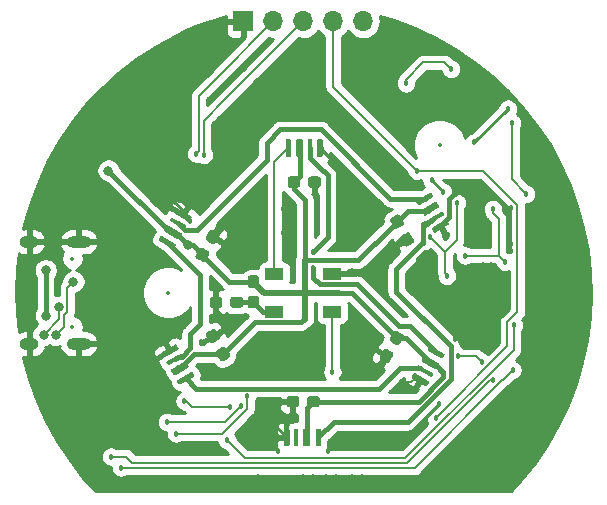
<source format=gbr>
%TF.GenerationSoftware,KiCad,Pcbnew,(5.1.4-0-10_14)*%
%TF.CreationDate,2019-11-29T01:48:41+08:00*%
%TF.ProjectId,z2m_partner,7a326d5f-7061-4727-946e-65722e6b6963,rev?*%
%TF.SameCoordinates,Original*%
%TF.FileFunction,Copper,L2,Bot*%
%TF.FilePolarity,Positive*%
%FSLAX46Y46*%
G04 Gerber Fmt 4.6, Leading zero omitted, Abs format (unit mm)*
G04 Created by KiCad (PCBNEW (5.1.4-0-10_14)) date 2019-11-29 01:48:41*
%MOMM*%
%LPD*%
G04 APERTURE LIST*
%ADD10O,1.700000X1.700000*%
%ADD11R,1.700000X1.700000*%
%ADD12O,2.100000X1.000000*%
%ADD13O,1.600000X1.000000*%
%ADD14C,0.350000*%
%ADD15C,0.950000*%
%ADD16R,1.500000X1.000000*%
%ADD17C,0.500000*%
%ADD18C,0.350000*%
%ADD19C,0.600000*%
%ADD20C,0.450000*%
%ADD21C,0.457200*%
%ADD22C,0.800000*%
%ADD23C,0.203200*%
%ADD24C,0.250000*%
%ADD25C,0.381000*%
%ADD26C,0.508000*%
%ADD27C,0.254000*%
%ADD28C,0.254000*%
%ADD29O,1.700000X0.600000*%
%ADD30O,1.200000X0.600000*%
G04 APERTURE END LIST*
D10*
X189610000Y-79900000D03*
X187070000Y-79900000D03*
X184530000Y-79900000D03*
X181990000Y-79900000D03*
D11*
X179450000Y-79900000D03*
D12*
X165530000Y-98550000D03*
X165530000Y-107190000D03*
D13*
X161350000Y-98550000D03*
X161350000Y-107190000D03*
D14*
G36*
X179210779Y-103196144D02*
G01*
X179233834Y-103199563D01*
X179256443Y-103205227D01*
X179278387Y-103213079D01*
X179299457Y-103223044D01*
X179319448Y-103235026D01*
X179338168Y-103248910D01*
X179355438Y-103264562D01*
X179371090Y-103281832D01*
X179384974Y-103300552D01*
X179396956Y-103320543D01*
X179406921Y-103341613D01*
X179414773Y-103363557D01*
X179420437Y-103386166D01*
X179423856Y-103409221D01*
X179425000Y-103432500D01*
X179425000Y-103907500D01*
X179423856Y-103930779D01*
X179420437Y-103953834D01*
X179414773Y-103976443D01*
X179406921Y-103998387D01*
X179396956Y-104019457D01*
X179384974Y-104039448D01*
X179371090Y-104058168D01*
X179355438Y-104075438D01*
X179338168Y-104091090D01*
X179319448Y-104104974D01*
X179299457Y-104116956D01*
X179278387Y-104126921D01*
X179256443Y-104134773D01*
X179233834Y-104140437D01*
X179210779Y-104143856D01*
X179187500Y-104145000D01*
X178612500Y-104145000D01*
X178589221Y-104143856D01*
X178566166Y-104140437D01*
X178543557Y-104134773D01*
X178521613Y-104126921D01*
X178500543Y-104116956D01*
X178480552Y-104104974D01*
X178461832Y-104091090D01*
X178444562Y-104075438D01*
X178428910Y-104058168D01*
X178415026Y-104039448D01*
X178403044Y-104019457D01*
X178393079Y-103998387D01*
X178385227Y-103976443D01*
X178379563Y-103953834D01*
X178376144Y-103930779D01*
X178375000Y-103907500D01*
X178375000Y-103432500D01*
X178376144Y-103409221D01*
X178379563Y-103386166D01*
X178385227Y-103363557D01*
X178393079Y-103341613D01*
X178403044Y-103320543D01*
X178415026Y-103300552D01*
X178428910Y-103281832D01*
X178444562Y-103264562D01*
X178461832Y-103248910D01*
X178480552Y-103235026D01*
X178500543Y-103223044D01*
X178521613Y-103213079D01*
X178543557Y-103205227D01*
X178566166Y-103199563D01*
X178589221Y-103196144D01*
X178612500Y-103195000D01*
X179187500Y-103195000D01*
X179210779Y-103196144D01*
X179210779Y-103196144D01*
G37*
D15*
X178900000Y-103670000D03*
D14*
G36*
X177460779Y-103196144D02*
G01*
X177483834Y-103199563D01*
X177506443Y-103205227D01*
X177528387Y-103213079D01*
X177549457Y-103223044D01*
X177569448Y-103235026D01*
X177588168Y-103248910D01*
X177605438Y-103264562D01*
X177621090Y-103281832D01*
X177634974Y-103300552D01*
X177646956Y-103320543D01*
X177656921Y-103341613D01*
X177664773Y-103363557D01*
X177670437Y-103386166D01*
X177673856Y-103409221D01*
X177675000Y-103432500D01*
X177675000Y-103907500D01*
X177673856Y-103930779D01*
X177670437Y-103953834D01*
X177664773Y-103976443D01*
X177656921Y-103998387D01*
X177646956Y-104019457D01*
X177634974Y-104039448D01*
X177621090Y-104058168D01*
X177605438Y-104075438D01*
X177588168Y-104091090D01*
X177569448Y-104104974D01*
X177549457Y-104116956D01*
X177528387Y-104126921D01*
X177506443Y-104134773D01*
X177483834Y-104140437D01*
X177460779Y-104143856D01*
X177437500Y-104145000D01*
X176862500Y-104145000D01*
X176839221Y-104143856D01*
X176816166Y-104140437D01*
X176793557Y-104134773D01*
X176771613Y-104126921D01*
X176750543Y-104116956D01*
X176730552Y-104104974D01*
X176711832Y-104091090D01*
X176694562Y-104075438D01*
X176678910Y-104058168D01*
X176665026Y-104039448D01*
X176653044Y-104019457D01*
X176643079Y-103998387D01*
X176635227Y-103976443D01*
X176629563Y-103953834D01*
X176626144Y-103930779D01*
X176625000Y-103907500D01*
X176625000Y-103432500D01*
X176626144Y-103409221D01*
X176629563Y-103386166D01*
X176635227Y-103363557D01*
X176643079Y-103341613D01*
X176653044Y-103320543D01*
X176665026Y-103300552D01*
X176678910Y-103281832D01*
X176694562Y-103264562D01*
X176711832Y-103248910D01*
X176730552Y-103235026D01*
X176750543Y-103223044D01*
X176771613Y-103213079D01*
X176793557Y-103205227D01*
X176816166Y-103199563D01*
X176839221Y-103196144D01*
X176862500Y-103195000D01*
X177437500Y-103195000D01*
X177460779Y-103196144D01*
X177460779Y-103196144D01*
G37*
D15*
X177150000Y-103670000D03*
D16*
X182100000Y-104470000D03*
X182100000Y-101270000D03*
X187000000Y-104470000D03*
X187000000Y-101270000D03*
D14*
G36*
X180580779Y-101401144D02*
G01*
X180603834Y-101404563D01*
X180626443Y-101410227D01*
X180648387Y-101418079D01*
X180669457Y-101428044D01*
X180689448Y-101440026D01*
X180708168Y-101453910D01*
X180725438Y-101469562D01*
X180741090Y-101486832D01*
X180754974Y-101505552D01*
X180766956Y-101525543D01*
X180776921Y-101546613D01*
X180784773Y-101568557D01*
X180790437Y-101591166D01*
X180793856Y-101614221D01*
X180795000Y-101637500D01*
X180795000Y-102212500D01*
X180793856Y-102235779D01*
X180790437Y-102258834D01*
X180784773Y-102281443D01*
X180776921Y-102303387D01*
X180766956Y-102324457D01*
X180754974Y-102344448D01*
X180741090Y-102363168D01*
X180725438Y-102380438D01*
X180708168Y-102396090D01*
X180689448Y-102409974D01*
X180669457Y-102421956D01*
X180648387Y-102431921D01*
X180626443Y-102439773D01*
X180603834Y-102445437D01*
X180580779Y-102448856D01*
X180557500Y-102450000D01*
X180082500Y-102450000D01*
X180059221Y-102448856D01*
X180036166Y-102445437D01*
X180013557Y-102439773D01*
X179991613Y-102431921D01*
X179970543Y-102421956D01*
X179950552Y-102409974D01*
X179931832Y-102396090D01*
X179914562Y-102380438D01*
X179898910Y-102363168D01*
X179885026Y-102344448D01*
X179873044Y-102324457D01*
X179863079Y-102303387D01*
X179855227Y-102281443D01*
X179849563Y-102258834D01*
X179846144Y-102235779D01*
X179845000Y-102212500D01*
X179845000Y-101637500D01*
X179846144Y-101614221D01*
X179849563Y-101591166D01*
X179855227Y-101568557D01*
X179863079Y-101546613D01*
X179873044Y-101525543D01*
X179885026Y-101505552D01*
X179898910Y-101486832D01*
X179914562Y-101469562D01*
X179931832Y-101453910D01*
X179950552Y-101440026D01*
X179970543Y-101428044D01*
X179991613Y-101418079D01*
X180013557Y-101410227D01*
X180036166Y-101404563D01*
X180059221Y-101401144D01*
X180082500Y-101400000D01*
X180557500Y-101400000D01*
X180580779Y-101401144D01*
X180580779Y-101401144D01*
G37*
D15*
X180320000Y-101925000D03*
D14*
G36*
X180580779Y-103151144D02*
G01*
X180603834Y-103154563D01*
X180626443Y-103160227D01*
X180648387Y-103168079D01*
X180669457Y-103178044D01*
X180689448Y-103190026D01*
X180708168Y-103203910D01*
X180725438Y-103219562D01*
X180741090Y-103236832D01*
X180754974Y-103255552D01*
X180766956Y-103275543D01*
X180776921Y-103296613D01*
X180784773Y-103318557D01*
X180790437Y-103341166D01*
X180793856Y-103364221D01*
X180795000Y-103387500D01*
X180795000Y-103962500D01*
X180793856Y-103985779D01*
X180790437Y-104008834D01*
X180784773Y-104031443D01*
X180776921Y-104053387D01*
X180766956Y-104074457D01*
X180754974Y-104094448D01*
X180741090Y-104113168D01*
X180725438Y-104130438D01*
X180708168Y-104146090D01*
X180689448Y-104159974D01*
X180669457Y-104171956D01*
X180648387Y-104181921D01*
X180626443Y-104189773D01*
X180603834Y-104195437D01*
X180580779Y-104198856D01*
X180557500Y-104200000D01*
X180082500Y-104200000D01*
X180059221Y-104198856D01*
X180036166Y-104195437D01*
X180013557Y-104189773D01*
X179991613Y-104181921D01*
X179970543Y-104171956D01*
X179950552Y-104159974D01*
X179931832Y-104146090D01*
X179914562Y-104130438D01*
X179898910Y-104113168D01*
X179885026Y-104094448D01*
X179873044Y-104074457D01*
X179863079Y-104053387D01*
X179855227Y-104031443D01*
X179849563Y-104008834D01*
X179846144Y-103985779D01*
X179845000Y-103962500D01*
X179845000Y-103387500D01*
X179846144Y-103364221D01*
X179849563Y-103341166D01*
X179855227Y-103318557D01*
X179863079Y-103296613D01*
X179873044Y-103275543D01*
X179885026Y-103255552D01*
X179898910Y-103236832D01*
X179914562Y-103219562D01*
X179931832Y-103203910D01*
X179950552Y-103190026D01*
X179970543Y-103178044D01*
X179991613Y-103168079D01*
X180013557Y-103160227D01*
X180036166Y-103154563D01*
X180059221Y-103151144D01*
X180082500Y-103150000D01*
X180557500Y-103150000D01*
X180580779Y-103151144D01*
X180580779Y-103151144D01*
G37*
D15*
X180320000Y-103675000D03*
D14*
G36*
X184050779Y-93026144D02*
G01*
X184073834Y-93029563D01*
X184096443Y-93035227D01*
X184118387Y-93043079D01*
X184139457Y-93053044D01*
X184159448Y-93065026D01*
X184178168Y-93078910D01*
X184195438Y-93094562D01*
X184211090Y-93111832D01*
X184224974Y-93130552D01*
X184236956Y-93150543D01*
X184246921Y-93171613D01*
X184254773Y-93193557D01*
X184260437Y-93216166D01*
X184263856Y-93239221D01*
X184265000Y-93262500D01*
X184265000Y-93737500D01*
X184263856Y-93760779D01*
X184260437Y-93783834D01*
X184254773Y-93806443D01*
X184246921Y-93828387D01*
X184236956Y-93849457D01*
X184224974Y-93869448D01*
X184211090Y-93888168D01*
X184195438Y-93905438D01*
X184178168Y-93921090D01*
X184159448Y-93934974D01*
X184139457Y-93946956D01*
X184118387Y-93956921D01*
X184096443Y-93964773D01*
X184073834Y-93970437D01*
X184050779Y-93973856D01*
X184027500Y-93975000D01*
X183452500Y-93975000D01*
X183429221Y-93973856D01*
X183406166Y-93970437D01*
X183383557Y-93964773D01*
X183361613Y-93956921D01*
X183340543Y-93946956D01*
X183320552Y-93934974D01*
X183301832Y-93921090D01*
X183284562Y-93905438D01*
X183268910Y-93888168D01*
X183255026Y-93869448D01*
X183243044Y-93849457D01*
X183233079Y-93828387D01*
X183225227Y-93806443D01*
X183219563Y-93783834D01*
X183216144Y-93760779D01*
X183215000Y-93737500D01*
X183215000Y-93262500D01*
X183216144Y-93239221D01*
X183219563Y-93216166D01*
X183225227Y-93193557D01*
X183233079Y-93171613D01*
X183243044Y-93150543D01*
X183255026Y-93130552D01*
X183268910Y-93111832D01*
X183284562Y-93094562D01*
X183301832Y-93078910D01*
X183320552Y-93065026D01*
X183340543Y-93053044D01*
X183361613Y-93043079D01*
X183383557Y-93035227D01*
X183406166Y-93029563D01*
X183429221Y-93026144D01*
X183452500Y-93025000D01*
X184027500Y-93025000D01*
X184050779Y-93026144D01*
X184050779Y-93026144D01*
G37*
D15*
X183740000Y-93500000D03*
D14*
G36*
X185800779Y-93026144D02*
G01*
X185823834Y-93029563D01*
X185846443Y-93035227D01*
X185868387Y-93043079D01*
X185889457Y-93053044D01*
X185909448Y-93065026D01*
X185928168Y-93078910D01*
X185945438Y-93094562D01*
X185961090Y-93111832D01*
X185974974Y-93130552D01*
X185986956Y-93150543D01*
X185996921Y-93171613D01*
X186004773Y-93193557D01*
X186010437Y-93216166D01*
X186013856Y-93239221D01*
X186015000Y-93262500D01*
X186015000Y-93737500D01*
X186013856Y-93760779D01*
X186010437Y-93783834D01*
X186004773Y-93806443D01*
X185996921Y-93828387D01*
X185986956Y-93849457D01*
X185974974Y-93869448D01*
X185961090Y-93888168D01*
X185945438Y-93905438D01*
X185928168Y-93921090D01*
X185909448Y-93934974D01*
X185889457Y-93946956D01*
X185868387Y-93956921D01*
X185846443Y-93964773D01*
X185823834Y-93970437D01*
X185800779Y-93973856D01*
X185777500Y-93975000D01*
X185202500Y-93975000D01*
X185179221Y-93973856D01*
X185156166Y-93970437D01*
X185133557Y-93964773D01*
X185111613Y-93956921D01*
X185090543Y-93946956D01*
X185070552Y-93934974D01*
X185051832Y-93921090D01*
X185034562Y-93905438D01*
X185018910Y-93888168D01*
X185005026Y-93869448D01*
X184993044Y-93849457D01*
X184983079Y-93828387D01*
X184975227Y-93806443D01*
X184969563Y-93783834D01*
X184966144Y-93760779D01*
X184965000Y-93737500D01*
X184965000Y-93262500D01*
X184966144Y-93239221D01*
X184969563Y-93216166D01*
X184975227Y-93193557D01*
X184983079Y-93171613D01*
X184993044Y-93150543D01*
X185005026Y-93130552D01*
X185018910Y-93111832D01*
X185034562Y-93094562D01*
X185051832Y-93078910D01*
X185070552Y-93065026D01*
X185090543Y-93053044D01*
X185111613Y-93043079D01*
X185133557Y-93035227D01*
X185156166Y-93029563D01*
X185179221Y-93026144D01*
X185202500Y-93025000D01*
X185777500Y-93025000D01*
X185800779Y-93026144D01*
X185800779Y-93026144D01*
G37*
D15*
X185490000Y-93500000D03*
D14*
G36*
X177820964Y-107468049D02*
G01*
X177844119Y-107470712D01*
X177866901Y-107475633D01*
X177889090Y-107482762D01*
X177910475Y-107492033D01*
X177930847Y-107503354D01*
X177950012Y-107516619D01*
X177967784Y-107531697D01*
X177983993Y-107548445D01*
X177998482Y-107566702D01*
X178011112Y-107586290D01*
X178298612Y-108084254D01*
X178309261Y-108104986D01*
X178317827Y-108126662D01*
X178324227Y-108149073D01*
X178328399Y-108172004D01*
X178330304Y-108195233D01*
X178329923Y-108218537D01*
X178327259Y-108241692D01*
X178322338Y-108264473D01*
X178315209Y-108286663D01*
X178305938Y-108308047D01*
X178294617Y-108328420D01*
X178281352Y-108347585D01*
X178266274Y-108365357D01*
X178249526Y-108381566D01*
X178231270Y-108396055D01*
X178211681Y-108408685D01*
X177800319Y-108646185D01*
X177779587Y-108656834D01*
X177757911Y-108665400D01*
X177735500Y-108671800D01*
X177712569Y-108675972D01*
X177689340Y-108677877D01*
X177666036Y-108677495D01*
X177642881Y-108674832D01*
X177620099Y-108669911D01*
X177597910Y-108662782D01*
X177576525Y-108653511D01*
X177556153Y-108642190D01*
X177536988Y-108628925D01*
X177519216Y-108613847D01*
X177503007Y-108597099D01*
X177488518Y-108578842D01*
X177475888Y-108559254D01*
X177188388Y-108061290D01*
X177177739Y-108040558D01*
X177169173Y-108018882D01*
X177162773Y-107996471D01*
X177158601Y-107973540D01*
X177156696Y-107950311D01*
X177157077Y-107927007D01*
X177159741Y-107903852D01*
X177164662Y-107881071D01*
X177171791Y-107858881D01*
X177181062Y-107837497D01*
X177192383Y-107817124D01*
X177205648Y-107797959D01*
X177220726Y-107780187D01*
X177237474Y-107763978D01*
X177255730Y-107749489D01*
X177275319Y-107736859D01*
X177686681Y-107499359D01*
X177707413Y-107488710D01*
X177729089Y-107480144D01*
X177751500Y-107473744D01*
X177774431Y-107469572D01*
X177797660Y-107467667D01*
X177820964Y-107468049D01*
X177820964Y-107468049D01*
G37*
D15*
X177743500Y-108072772D03*
D14*
G36*
X176945964Y-105952505D02*
G01*
X176969119Y-105955168D01*
X176991901Y-105960089D01*
X177014090Y-105967218D01*
X177035475Y-105976489D01*
X177055847Y-105987810D01*
X177075012Y-106001075D01*
X177092784Y-106016153D01*
X177108993Y-106032901D01*
X177123482Y-106051158D01*
X177136112Y-106070746D01*
X177423612Y-106568710D01*
X177434261Y-106589442D01*
X177442827Y-106611118D01*
X177449227Y-106633529D01*
X177453399Y-106656460D01*
X177455304Y-106679689D01*
X177454923Y-106702993D01*
X177452259Y-106726148D01*
X177447338Y-106748929D01*
X177440209Y-106771119D01*
X177430938Y-106792503D01*
X177419617Y-106812876D01*
X177406352Y-106832041D01*
X177391274Y-106849813D01*
X177374526Y-106866022D01*
X177356270Y-106880511D01*
X177336681Y-106893141D01*
X176925319Y-107130641D01*
X176904587Y-107141290D01*
X176882911Y-107149856D01*
X176860500Y-107156256D01*
X176837569Y-107160428D01*
X176814340Y-107162333D01*
X176791036Y-107161951D01*
X176767881Y-107159288D01*
X176745099Y-107154367D01*
X176722910Y-107147238D01*
X176701525Y-107137967D01*
X176681153Y-107126646D01*
X176661988Y-107113381D01*
X176644216Y-107098303D01*
X176628007Y-107081555D01*
X176613518Y-107063298D01*
X176600888Y-107043710D01*
X176313388Y-106545746D01*
X176302739Y-106525014D01*
X176294173Y-106503338D01*
X176287773Y-106480927D01*
X176283601Y-106457996D01*
X176281696Y-106434767D01*
X176282077Y-106411463D01*
X176284741Y-106388308D01*
X176289662Y-106365527D01*
X176296791Y-106343337D01*
X176306062Y-106321953D01*
X176317383Y-106301580D01*
X176330648Y-106282415D01*
X176345726Y-106264643D01*
X176362474Y-106248434D01*
X176380730Y-106233945D01*
X176400319Y-106221315D01*
X176811681Y-105983815D01*
X176832413Y-105973166D01*
X176854089Y-105964600D01*
X176876500Y-105958200D01*
X176899431Y-105954028D01*
X176922660Y-105952123D01*
X176945964Y-105952505D01*
X176945964Y-105952505D01*
G37*
D15*
X176868500Y-106557228D03*
D14*
G36*
X192430569Y-106081028D02*
G01*
X192453500Y-106085200D01*
X192475911Y-106091600D01*
X192497587Y-106100166D01*
X192518319Y-106110815D01*
X192929681Y-106348315D01*
X192949269Y-106360945D01*
X192967526Y-106375434D01*
X192984274Y-106391643D01*
X192999352Y-106409415D01*
X193012617Y-106428580D01*
X193023938Y-106448952D01*
X193033209Y-106470337D01*
X193040338Y-106492526D01*
X193045259Y-106515308D01*
X193047922Y-106538463D01*
X193048304Y-106561767D01*
X193046399Y-106584996D01*
X193042227Y-106607927D01*
X193035827Y-106630338D01*
X193027261Y-106652014D01*
X193016612Y-106672746D01*
X192729112Y-107170710D01*
X192716482Y-107190299D01*
X192701993Y-107208555D01*
X192685784Y-107225303D01*
X192668012Y-107240381D01*
X192648847Y-107253646D01*
X192628474Y-107264967D01*
X192607090Y-107274238D01*
X192584900Y-107281367D01*
X192562119Y-107286288D01*
X192538964Y-107288952D01*
X192515660Y-107289333D01*
X192492431Y-107287428D01*
X192469500Y-107283256D01*
X192447089Y-107276856D01*
X192425413Y-107268290D01*
X192404681Y-107257641D01*
X191993319Y-107020141D01*
X191973731Y-107007511D01*
X191955474Y-106993022D01*
X191938726Y-106976813D01*
X191923648Y-106959041D01*
X191910383Y-106939876D01*
X191899062Y-106919504D01*
X191889791Y-106898119D01*
X191882662Y-106875930D01*
X191877741Y-106853148D01*
X191875078Y-106829993D01*
X191874696Y-106806689D01*
X191876601Y-106783460D01*
X191880773Y-106760529D01*
X191887173Y-106738118D01*
X191895739Y-106716442D01*
X191906388Y-106695710D01*
X192193888Y-106197746D01*
X192206518Y-106178157D01*
X192221007Y-106159901D01*
X192237216Y-106143153D01*
X192254988Y-106128075D01*
X192274153Y-106114810D01*
X192294526Y-106103489D01*
X192315910Y-106094218D01*
X192338100Y-106087089D01*
X192360881Y-106082168D01*
X192384036Y-106079504D01*
X192407340Y-106079123D01*
X192430569Y-106081028D01*
X192430569Y-106081028D01*
G37*
D15*
X192461500Y-106684228D03*
D14*
G36*
X191555569Y-107596572D02*
G01*
X191578500Y-107600744D01*
X191600911Y-107607144D01*
X191622587Y-107615710D01*
X191643319Y-107626359D01*
X192054681Y-107863859D01*
X192074269Y-107876489D01*
X192092526Y-107890978D01*
X192109274Y-107907187D01*
X192124352Y-107924959D01*
X192137617Y-107944124D01*
X192148938Y-107964496D01*
X192158209Y-107985881D01*
X192165338Y-108008070D01*
X192170259Y-108030852D01*
X192172922Y-108054007D01*
X192173304Y-108077311D01*
X192171399Y-108100540D01*
X192167227Y-108123471D01*
X192160827Y-108145882D01*
X192152261Y-108167558D01*
X192141612Y-108188290D01*
X191854112Y-108686254D01*
X191841482Y-108705843D01*
X191826993Y-108724099D01*
X191810784Y-108740847D01*
X191793012Y-108755925D01*
X191773847Y-108769190D01*
X191753474Y-108780511D01*
X191732090Y-108789782D01*
X191709900Y-108796911D01*
X191687119Y-108801832D01*
X191663964Y-108804496D01*
X191640660Y-108804877D01*
X191617431Y-108802972D01*
X191594500Y-108798800D01*
X191572089Y-108792400D01*
X191550413Y-108783834D01*
X191529681Y-108773185D01*
X191118319Y-108535685D01*
X191098731Y-108523055D01*
X191080474Y-108508566D01*
X191063726Y-108492357D01*
X191048648Y-108474585D01*
X191035383Y-108455420D01*
X191024062Y-108435048D01*
X191014791Y-108413663D01*
X191007662Y-108391474D01*
X191002741Y-108368692D01*
X191000078Y-108345537D01*
X190999696Y-108322233D01*
X191001601Y-108299004D01*
X191005773Y-108276073D01*
X191012173Y-108253662D01*
X191020739Y-108231986D01*
X191031388Y-108211254D01*
X191318888Y-107713290D01*
X191331518Y-107693701D01*
X191346007Y-107675445D01*
X191362216Y-107658697D01*
X191379988Y-107643619D01*
X191399153Y-107630354D01*
X191419526Y-107619033D01*
X191440910Y-107609762D01*
X191463100Y-107602633D01*
X191485881Y-107597712D01*
X191509036Y-107595048D01*
X191532340Y-107594667D01*
X191555569Y-107596572D01*
X191555569Y-107596572D01*
G37*
D15*
X191586500Y-108199772D03*
D14*
G36*
X186087252Y-89870602D02*
G01*
X186099386Y-89872402D01*
X186111286Y-89875382D01*
X186122835Y-89879515D01*
X186133925Y-89884760D01*
X186144446Y-89891066D01*
X186154299Y-89898374D01*
X186163388Y-89906612D01*
X186171626Y-89915701D01*
X186178934Y-89925554D01*
X186185240Y-89936075D01*
X186190485Y-89947165D01*
X186194618Y-89958714D01*
X186197598Y-89970614D01*
X186199398Y-89982748D01*
X186200000Y-89995000D01*
X186200000Y-91245000D01*
X186199398Y-91257252D01*
X186197598Y-91269386D01*
X186194618Y-91281286D01*
X186190485Y-91292835D01*
X186185240Y-91303925D01*
X186178934Y-91314446D01*
X186171626Y-91324299D01*
X186163388Y-91333388D01*
X186154299Y-91341626D01*
X186144446Y-91348934D01*
X186133925Y-91355240D01*
X186122835Y-91360485D01*
X186111286Y-91364618D01*
X186099386Y-91367598D01*
X186087252Y-91369398D01*
X186075000Y-91370000D01*
X185825000Y-91370000D01*
X185812748Y-91369398D01*
X185800614Y-91367598D01*
X185788714Y-91364618D01*
X185777165Y-91360485D01*
X185766075Y-91355240D01*
X185755554Y-91348934D01*
X185745701Y-91341626D01*
X185736612Y-91333388D01*
X185728374Y-91324299D01*
X185721066Y-91314446D01*
X185714760Y-91303925D01*
X185709515Y-91292835D01*
X185705382Y-91281286D01*
X185702402Y-91269386D01*
X185700602Y-91257252D01*
X185700000Y-91245000D01*
X185700000Y-89995000D01*
X185700602Y-89982748D01*
X185702402Y-89970614D01*
X185705382Y-89958714D01*
X185709515Y-89947165D01*
X185714760Y-89936075D01*
X185721066Y-89925554D01*
X185728374Y-89915701D01*
X185736612Y-89906612D01*
X185745701Y-89898374D01*
X185755554Y-89891066D01*
X185766075Y-89884760D01*
X185777165Y-89879515D01*
X185788714Y-89875382D01*
X185800614Y-89872402D01*
X185812748Y-89870602D01*
X185825000Y-89870000D01*
X186075000Y-89870000D01*
X186087252Y-89870602D01*
X186087252Y-89870602D01*
G37*
D17*
X185950000Y-90620000D03*
D14*
G36*
X185221076Y-89870421D02*
G01*
X185229570Y-89871681D01*
X185237900Y-89873768D01*
X185245985Y-89876661D01*
X185253747Y-89880332D01*
X185261112Y-89884746D01*
X185268009Y-89889862D01*
X185274372Y-89895628D01*
X185280138Y-89901991D01*
X185285254Y-89908888D01*
X185289668Y-89916253D01*
X185293339Y-89924015D01*
X185296232Y-89932100D01*
X185298319Y-89940430D01*
X185299579Y-89948924D01*
X185300000Y-89957500D01*
X185300000Y-91282500D01*
X185299579Y-91291076D01*
X185298319Y-91299570D01*
X185296232Y-91307900D01*
X185293339Y-91315985D01*
X185289668Y-91323747D01*
X185285254Y-91331112D01*
X185280138Y-91338009D01*
X185274372Y-91344372D01*
X185268009Y-91350138D01*
X185261112Y-91355254D01*
X185253747Y-91359668D01*
X185245985Y-91363339D01*
X185237900Y-91366232D01*
X185229570Y-91368319D01*
X185221076Y-91369579D01*
X185212500Y-91370000D01*
X185037500Y-91370000D01*
X185028924Y-91369579D01*
X185020430Y-91368319D01*
X185012100Y-91366232D01*
X185004015Y-91363339D01*
X184996253Y-91359668D01*
X184988888Y-91355254D01*
X184981991Y-91350138D01*
X184975628Y-91344372D01*
X184969862Y-91338009D01*
X184964746Y-91331112D01*
X184960332Y-91323747D01*
X184956661Y-91315985D01*
X184953768Y-91307900D01*
X184951681Y-91299570D01*
X184950421Y-91291076D01*
X184950000Y-91282500D01*
X184950000Y-89957500D01*
X184950421Y-89948924D01*
X184951681Y-89940430D01*
X184953768Y-89932100D01*
X184956661Y-89924015D01*
X184960332Y-89916253D01*
X184964746Y-89908888D01*
X184969862Y-89901991D01*
X184975628Y-89895628D01*
X184981991Y-89889862D01*
X184988888Y-89884746D01*
X184996253Y-89880332D01*
X185004015Y-89876661D01*
X185012100Y-89873768D01*
X185020430Y-89871681D01*
X185028924Y-89870421D01*
X185037500Y-89870000D01*
X185212500Y-89870000D01*
X185221076Y-89870421D01*
X185221076Y-89870421D01*
G37*
D18*
X185125000Y-90620000D03*
D14*
G36*
X184414703Y-89870722D02*
G01*
X184429264Y-89872882D01*
X184443543Y-89876459D01*
X184457403Y-89881418D01*
X184470710Y-89887712D01*
X184483336Y-89895280D01*
X184495159Y-89904048D01*
X184506066Y-89913934D01*
X184515952Y-89924841D01*
X184524720Y-89936664D01*
X184532288Y-89949290D01*
X184538582Y-89962597D01*
X184543541Y-89976457D01*
X184547118Y-89990736D01*
X184549278Y-90005297D01*
X184550000Y-90020000D01*
X184550000Y-91220000D01*
X184549278Y-91234703D01*
X184547118Y-91249264D01*
X184543541Y-91263543D01*
X184538582Y-91277403D01*
X184532288Y-91290710D01*
X184524720Y-91303336D01*
X184515952Y-91315159D01*
X184506066Y-91326066D01*
X184495159Y-91335952D01*
X184483336Y-91344720D01*
X184470710Y-91352288D01*
X184457403Y-91358582D01*
X184443543Y-91363541D01*
X184429264Y-91367118D01*
X184414703Y-91369278D01*
X184400000Y-91370000D01*
X184100000Y-91370000D01*
X184085297Y-91369278D01*
X184070736Y-91367118D01*
X184056457Y-91363541D01*
X184042597Y-91358582D01*
X184029290Y-91352288D01*
X184016664Y-91344720D01*
X184004841Y-91335952D01*
X183993934Y-91326066D01*
X183984048Y-91315159D01*
X183975280Y-91303336D01*
X183967712Y-91290710D01*
X183961418Y-91277403D01*
X183956459Y-91263543D01*
X183952882Y-91249264D01*
X183950722Y-91234703D01*
X183950000Y-91220000D01*
X183950000Y-90020000D01*
X183950722Y-90005297D01*
X183952882Y-89990736D01*
X183956459Y-89976457D01*
X183961418Y-89962597D01*
X183967712Y-89949290D01*
X183975280Y-89936664D01*
X183984048Y-89924841D01*
X183993934Y-89913934D01*
X184004841Y-89904048D01*
X184016664Y-89895280D01*
X184029290Y-89887712D01*
X184042597Y-89881418D01*
X184056457Y-89876459D01*
X184070736Y-89872882D01*
X184085297Y-89870722D01*
X184100000Y-89870000D01*
X184400000Y-89870000D01*
X184414703Y-89870722D01*
X184414703Y-89870722D01*
G37*
D19*
X184250000Y-90620000D03*
D14*
G36*
X183398527Y-89870542D02*
G01*
X183409448Y-89872162D01*
X183420157Y-89874844D01*
X183430552Y-89878564D01*
X183440532Y-89883284D01*
X183450002Y-89888960D01*
X183458869Y-89895536D01*
X183467050Y-89902950D01*
X183474464Y-89911131D01*
X183481040Y-89919998D01*
X183486716Y-89929468D01*
X183491436Y-89939448D01*
X183495156Y-89949843D01*
X183497838Y-89960552D01*
X183499458Y-89971473D01*
X183500000Y-89982500D01*
X183500000Y-91257500D01*
X183499458Y-91268527D01*
X183497838Y-91279448D01*
X183495156Y-91290157D01*
X183491436Y-91300552D01*
X183486716Y-91310532D01*
X183481040Y-91320002D01*
X183474464Y-91328869D01*
X183467050Y-91337050D01*
X183458869Y-91344464D01*
X183450002Y-91351040D01*
X183440532Y-91356716D01*
X183430552Y-91361436D01*
X183420157Y-91365156D01*
X183409448Y-91367838D01*
X183398527Y-91369458D01*
X183387500Y-91370000D01*
X183162500Y-91370000D01*
X183151473Y-91369458D01*
X183140552Y-91367838D01*
X183129843Y-91365156D01*
X183119448Y-91361436D01*
X183109468Y-91356716D01*
X183099998Y-91351040D01*
X183091131Y-91344464D01*
X183082950Y-91337050D01*
X183075536Y-91328869D01*
X183068960Y-91320002D01*
X183063284Y-91310532D01*
X183058564Y-91300552D01*
X183054844Y-91290157D01*
X183052162Y-91279448D01*
X183050542Y-91268527D01*
X183050000Y-91257500D01*
X183050000Y-89982500D01*
X183050542Y-89971473D01*
X183052162Y-89960552D01*
X183054844Y-89949843D01*
X183058564Y-89939448D01*
X183063284Y-89929468D01*
X183068960Y-89919998D01*
X183075536Y-89911131D01*
X183082950Y-89902950D01*
X183091131Y-89895536D01*
X183099998Y-89888960D01*
X183109468Y-89883284D01*
X183119448Y-89878564D01*
X183129843Y-89874844D01*
X183140552Y-89872162D01*
X183151473Y-89870542D01*
X183162500Y-89870000D01*
X183387500Y-89870000D01*
X183398527Y-89870542D01*
X183398527Y-89870542D01*
G37*
D20*
X183275000Y-90620000D03*
D14*
G36*
X193988031Y-109682752D02*
G01*
X194000100Y-109684948D01*
X194011895Y-109688317D01*
X194023303Y-109692825D01*
X194034215Y-109698430D01*
X195116747Y-110323430D01*
X195127057Y-110330077D01*
X195136665Y-110337703D01*
X195145480Y-110346234D01*
X195153416Y-110355588D01*
X195160397Y-110365675D01*
X195166356Y-110376397D01*
X195171235Y-110387652D01*
X195174988Y-110399331D01*
X195177577Y-110411321D01*
X195178979Y-110423508D01*
X195179180Y-110435773D01*
X195178178Y-110447999D01*
X195175982Y-110460068D01*
X195172613Y-110471863D01*
X195168105Y-110483271D01*
X195162500Y-110494183D01*
X195037500Y-110710689D01*
X195030853Y-110720999D01*
X195023227Y-110730607D01*
X195014696Y-110739422D01*
X195005342Y-110747358D01*
X194995255Y-110754339D01*
X194984533Y-110760298D01*
X194973278Y-110765177D01*
X194961599Y-110768930D01*
X194949609Y-110771519D01*
X194937422Y-110772921D01*
X194925157Y-110773122D01*
X194912931Y-110772120D01*
X194900862Y-110769924D01*
X194889067Y-110766555D01*
X194877659Y-110762047D01*
X194866747Y-110756442D01*
X193784215Y-110131442D01*
X193773905Y-110124795D01*
X193764297Y-110117169D01*
X193755482Y-110108638D01*
X193747546Y-110099284D01*
X193740565Y-110089197D01*
X193734606Y-110078475D01*
X193729727Y-110067220D01*
X193725974Y-110055541D01*
X193723385Y-110043551D01*
X193721983Y-110031364D01*
X193721782Y-110019099D01*
X193722784Y-110006873D01*
X193724980Y-109994804D01*
X193728349Y-109983009D01*
X193732857Y-109971601D01*
X193738462Y-109960689D01*
X193863462Y-109744183D01*
X193870109Y-109733873D01*
X193877735Y-109724265D01*
X193886266Y-109715450D01*
X193895620Y-109707514D01*
X193905707Y-109700533D01*
X193916429Y-109694574D01*
X193927684Y-109689695D01*
X193939363Y-109685942D01*
X193951353Y-109683353D01*
X193963540Y-109681951D01*
X193975805Y-109681750D01*
X193988031Y-109682752D01*
X193988031Y-109682752D01*
G37*
D17*
X194450481Y-110227436D03*
D14*
G36*
X194344410Y-109019187D02*
G01*
X194352858Y-109020724D01*
X194361115Y-109023082D01*
X194369101Y-109026237D01*
X194376739Y-109030161D01*
X195524223Y-109692661D01*
X195531440Y-109697314D01*
X195538166Y-109702652D01*
X195544336Y-109708624D01*
X195549891Y-109715171D01*
X195554778Y-109722232D01*
X195558949Y-109729738D01*
X195562365Y-109737616D01*
X195564992Y-109745791D01*
X195566804Y-109754185D01*
X195567786Y-109762715D01*
X195567926Y-109771301D01*
X195567224Y-109779859D01*
X195565687Y-109788307D01*
X195563329Y-109796564D01*
X195560174Y-109804550D01*
X195556250Y-109812188D01*
X195468750Y-109963742D01*
X195464097Y-109970959D01*
X195458759Y-109977685D01*
X195452787Y-109983855D01*
X195446240Y-109989410D01*
X195439179Y-109994297D01*
X195431673Y-109998468D01*
X195423795Y-110001884D01*
X195415620Y-110004511D01*
X195407226Y-110006323D01*
X195398696Y-110007305D01*
X195390110Y-110007445D01*
X195381552Y-110006743D01*
X195373104Y-110005206D01*
X195364847Y-110002848D01*
X195356861Y-109999693D01*
X195349223Y-109995769D01*
X194201739Y-109333269D01*
X194194522Y-109328616D01*
X194187796Y-109323278D01*
X194181626Y-109317306D01*
X194176071Y-109310759D01*
X194171184Y-109303698D01*
X194167013Y-109296192D01*
X194163597Y-109288314D01*
X194160970Y-109280139D01*
X194159158Y-109271745D01*
X194158176Y-109263215D01*
X194158036Y-109254629D01*
X194158738Y-109246071D01*
X194160275Y-109237623D01*
X194162633Y-109229366D01*
X194165788Y-109221380D01*
X194169712Y-109213742D01*
X194257212Y-109062188D01*
X194261865Y-109054971D01*
X194267203Y-109048245D01*
X194273175Y-109042075D01*
X194279722Y-109036520D01*
X194286783Y-109031633D01*
X194294289Y-109027462D01*
X194302167Y-109024046D01*
X194310342Y-109021419D01*
X194318736Y-109019607D01*
X194327266Y-109018625D01*
X194335852Y-109018485D01*
X194344410Y-109019187D01*
X194344410Y-109019187D01*
G37*
D18*
X194862981Y-109512965D03*
D14*
G36*
X194875445Y-108176571D02*
G01*
X194889927Y-108179206D01*
X194904082Y-108183248D01*
X194917772Y-108188658D01*
X194930866Y-108195384D01*
X195970096Y-108795384D01*
X195982468Y-108803361D01*
X195993998Y-108812512D01*
X196004576Y-108822749D01*
X196014099Y-108833974D01*
X196022476Y-108846078D01*
X196029627Y-108858945D01*
X196035482Y-108872451D01*
X196039985Y-108886465D01*
X196043093Y-108900854D01*
X196044775Y-108915478D01*
X196045016Y-108930196D01*
X196043813Y-108944867D01*
X196041178Y-108959349D01*
X196037136Y-108973504D01*
X196031726Y-108987194D01*
X196025000Y-109000288D01*
X195875000Y-109260096D01*
X195867023Y-109272468D01*
X195857872Y-109283998D01*
X195847635Y-109294576D01*
X195836410Y-109304099D01*
X195824306Y-109312476D01*
X195811439Y-109319627D01*
X195797934Y-109325482D01*
X195783919Y-109329985D01*
X195769530Y-109333092D01*
X195754907Y-109334775D01*
X195740188Y-109335016D01*
X195725517Y-109333813D01*
X195711035Y-109331178D01*
X195696880Y-109327136D01*
X195683190Y-109321726D01*
X195670096Y-109315000D01*
X194630866Y-108715000D01*
X194618494Y-108707023D01*
X194606964Y-108697872D01*
X194596386Y-108687635D01*
X194586863Y-108676410D01*
X194578486Y-108664306D01*
X194571335Y-108651439D01*
X194565480Y-108637933D01*
X194560977Y-108623919D01*
X194557869Y-108609530D01*
X194556187Y-108594906D01*
X194555946Y-108580188D01*
X194557149Y-108565517D01*
X194559784Y-108551035D01*
X194563826Y-108536880D01*
X194569236Y-108523190D01*
X194575962Y-108510096D01*
X194725962Y-108250288D01*
X194733939Y-108237916D01*
X194743090Y-108226386D01*
X194753327Y-108215808D01*
X194764552Y-108206285D01*
X194776656Y-108197908D01*
X194789523Y-108190757D01*
X194803028Y-108184902D01*
X194817043Y-108180399D01*
X194831432Y-108177292D01*
X194846055Y-108175609D01*
X194860774Y-108175368D01*
X194875445Y-108176571D01*
X194875445Y-108176571D01*
G37*
D19*
X195300481Y-108755192D03*
D14*
G36*
X195306824Y-107383102D02*
G01*
X195317686Y-107385079D01*
X195328302Y-107388110D01*
X195338569Y-107392168D01*
X195348390Y-107397212D01*
X196452572Y-108034712D01*
X196461851Y-108040695D01*
X196470498Y-108047558D01*
X196478432Y-108055236D01*
X196485574Y-108063654D01*
X196491857Y-108072732D01*
X196497220Y-108082383D01*
X196501611Y-108092512D01*
X196504989Y-108103023D01*
X196507319Y-108113814D01*
X196508581Y-108124782D01*
X196508762Y-108135821D01*
X196507860Y-108146824D01*
X196505883Y-108157686D01*
X196502852Y-108168302D01*
X196498794Y-108178570D01*
X196493750Y-108188390D01*
X196381250Y-108383246D01*
X196375267Y-108392525D01*
X196368404Y-108401172D01*
X196360726Y-108409106D01*
X196352308Y-108416248D01*
X196343230Y-108422531D01*
X196333580Y-108427894D01*
X196323450Y-108432285D01*
X196312939Y-108435663D01*
X196302148Y-108437993D01*
X196291180Y-108439255D01*
X196280141Y-108439436D01*
X196269138Y-108438534D01*
X196258276Y-108436557D01*
X196247660Y-108433526D01*
X196237393Y-108429468D01*
X196227572Y-108424424D01*
X195123390Y-107786924D01*
X195114111Y-107780941D01*
X195105464Y-107774078D01*
X195097530Y-107766400D01*
X195090388Y-107757982D01*
X195084105Y-107748904D01*
X195078742Y-107739253D01*
X195074351Y-107729124D01*
X195070973Y-107718613D01*
X195068643Y-107707822D01*
X195067381Y-107696854D01*
X195067200Y-107685815D01*
X195068102Y-107674812D01*
X195070079Y-107663950D01*
X195073110Y-107653334D01*
X195077168Y-107643066D01*
X195082212Y-107633246D01*
X195194712Y-107438390D01*
X195200695Y-107429111D01*
X195207558Y-107420464D01*
X195215236Y-107412530D01*
X195223654Y-107405388D01*
X195232732Y-107399105D01*
X195242382Y-107393742D01*
X195252512Y-107389351D01*
X195263023Y-107385973D01*
X195273814Y-107383643D01*
X195284782Y-107382381D01*
X195295821Y-107382200D01*
X195306824Y-107383102D01*
X195306824Y-107383102D01*
G37*
D20*
X195787981Y-107910818D03*
D14*
G36*
X173736460Y-107247079D02*
G01*
X173748647Y-107248481D01*
X173760637Y-107251070D01*
X173772316Y-107254823D01*
X173783571Y-107259702D01*
X173794293Y-107265661D01*
X173804380Y-107272642D01*
X173813734Y-107280578D01*
X173822265Y-107289393D01*
X173829891Y-107299001D01*
X173836538Y-107309311D01*
X173961538Y-107525817D01*
X173967143Y-107536729D01*
X173971651Y-107548137D01*
X173975020Y-107559932D01*
X173977216Y-107572001D01*
X173978218Y-107584227D01*
X173978017Y-107596492D01*
X173976615Y-107608679D01*
X173974026Y-107620669D01*
X173970273Y-107632348D01*
X173965394Y-107643603D01*
X173959435Y-107654325D01*
X173952454Y-107664412D01*
X173944518Y-107673766D01*
X173935703Y-107682297D01*
X173926095Y-107689923D01*
X173915785Y-107696570D01*
X172833253Y-108321570D01*
X172822341Y-108327175D01*
X172810933Y-108331683D01*
X172799138Y-108335052D01*
X172787069Y-108337248D01*
X172774843Y-108338250D01*
X172762578Y-108338049D01*
X172750391Y-108336647D01*
X172738401Y-108334058D01*
X172726722Y-108330305D01*
X172715467Y-108325426D01*
X172704745Y-108319467D01*
X172694658Y-108312486D01*
X172685304Y-108304550D01*
X172676773Y-108295735D01*
X172669147Y-108286127D01*
X172662500Y-108275817D01*
X172537500Y-108059311D01*
X172531895Y-108048399D01*
X172527387Y-108036991D01*
X172524018Y-108025196D01*
X172521822Y-108013127D01*
X172520820Y-108000901D01*
X172521021Y-107988636D01*
X172522423Y-107976449D01*
X172525012Y-107964459D01*
X172528765Y-107952780D01*
X172533644Y-107941525D01*
X172539603Y-107930803D01*
X172546584Y-107920716D01*
X172554520Y-107911362D01*
X172563335Y-107902831D01*
X172572943Y-107895205D01*
X172583253Y-107888558D01*
X173665785Y-107263558D01*
X173676697Y-107257953D01*
X173688105Y-107253445D01*
X173699900Y-107250076D01*
X173711969Y-107247880D01*
X173724195Y-107246878D01*
X173736460Y-107247079D01*
X173736460Y-107247079D01*
G37*
D17*
X173249519Y-107792564D03*
D14*
G36*
X174197734Y-108012695D02*
G01*
X174206264Y-108013677D01*
X174214658Y-108015489D01*
X174222833Y-108018116D01*
X174230711Y-108021532D01*
X174238217Y-108025703D01*
X174245278Y-108030590D01*
X174251825Y-108036145D01*
X174257797Y-108042315D01*
X174263135Y-108049041D01*
X174267788Y-108056258D01*
X174355288Y-108207812D01*
X174359212Y-108215450D01*
X174362367Y-108223436D01*
X174364725Y-108231693D01*
X174366262Y-108240141D01*
X174366964Y-108248699D01*
X174366824Y-108257285D01*
X174365842Y-108265815D01*
X174364030Y-108274209D01*
X174361403Y-108282384D01*
X174357987Y-108290262D01*
X174353816Y-108297768D01*
X174348929Y-108304829D01*
X174343374Y-108311376D01*
X174337204Y-108317348D01*
X174330478Y-108322686D01*
X174323261Y-108327339D01*
X173175777Y-108989839D01*
X173168139Y-108993763D01*
X173160153Y-108996918D01*
X173151896Y-108999276D01*
X173143448Y-109000813D01*
X173134890Y-109001515D01*
X173126304Y-109001375D01*
X173117774Y-109000393D01*
X173109380Y-108998581D01*
X173101205Y-108995954D01*
X173093327Y-108992538D01*
X173085821Y-108988367D01*
X173078760Y-108983480D01*
X173072213Y-108977925D01*
X173066241Y-108971755D01*
X173060903Y-108965029D01*
X173056250Y-108957812D01*
X172968750Y-108806258D01*
X172964826Y-108798620D01*
X172961671Y-108790634D01*
X172959313Y-108782377D01*
X172957776Y-108773929D01*
X172957074Y-108765371D01*
X172957214Y-108756785D01*
X172958196Y-108748255D01*
X172960008Y-108739861D01*
X172962635Y-108731686D01*
X172966051Y-108723808D01*
X172970222Y-108716302D01*
X172975109Y-108709241D01*
X172980664Y-108702694D01*
X172986834Y-108696722D01*
X172993560Y-108691384D01*
X173000777Y-108686731D01*
X174148261Y-108024231D01*
X174155899Y-108020307D01*
X174163885Y-108017152D01*
X174172142Y-108014794D01*
X174180590Y-108013257D01*
X174189148Y-108012555D01*
X174197734Y-108012695D01*
X174197734Y-108012695D01*
G37*
D18*
X173662019Y-108507035D03*
D14*
G36*
X174553944Y-108685225D02*
G01*
X174568568Y-108686907D01*
X174582957Y-108690015D01*
X174596971Y-108694518D01*
X174610477Y-108700373D01*
X174623344Y-108707524D01*
X174635448Y-108715901D01*
X174646673Y-108725424D01*
X174656910Y-108736002D01*
X174666061Y-108747532D01*
X174674038Y-108759904D01*
X174824038Y-109019712D01*
X174830764Y-109032806D01*
X174836174Y-109046496D01*
X174840216Y-109060651D01*
X174842851Y-109075133D01*
X174844054Y-109089804D01*
X174843813Y-109104523D01*
X174842130Y-109119146D01*
X174839023Y-109133535D01*
X174834520Y-109147550D01*
X174828665Y-109161055D01*
X174821514Y-109173922D01*
X174813137Y-109186026D01*
X174803614Y-109197251D01*
X174793036Y-109207488D01*
X174781506Y-109216639D01*
X174769134Y-109224616D01*
X173729904Y-109824616D01*
X173716810Y-109831342D01*
X173703120Y-109836752D01*
X173688965Y-109840794D01*
X173674483Y-109843429D01*
X173659812Y-109844632D01*
X173645094Y-109844391D01*
X173630470Y-109842709D01*
X173616081Y-109839601D01*
X173602067Y-109835098D01*
X173588561Y-109829243D01*
X173575694Y-109822092D01*
X173563590Y-109813715D01*
X173552365Y-109804192D01*
X173542128Y-109793614D01*
X173532977Y-109782084D01*
X173525000Y-109769712D01*
X173375000Y-109509904D01*
X173368274Y-109496810D01*
X173362864Y-109483120D01*
X173358822Y-109468965D01*
X173356187Y-109454483D01*
X173354984Y-109439812D01*
X173355225Y-109425093D01*
X173356908Y-109410470D01*
X173360015Y-109396081D01*
X173364518Y-109382066D01*
X173370373Y-109368561D01*
X173377524Y-109355694D01*
X173385901Y-109343590D01*
X173395424Y-109332365D01*
X173406002Y-109322128D01*
X173417532Y-109312977D01*
X173429904Y-109305000D01*
X174469134Y-108705000D01*
X174482228Y-108698274D01*
X174495918Y-108692864D01*
X174510073Y-108688822D01*
X174524555Y-108686187D01*
X174539226Y-108684984D01*
X174553944Y-108685225D01*
X174553944Y-108685225D01*
G37*
D19*
X174099519Y-109264808D03*
D14*
G36*
X175090218Y-109580745D02*
G01*
X175101186Y-109582007D01*
X175111977Y-109584337D01*
X175122488Y-109587715D01*
X175132617Y-109592106D01*
X175142268Y-109597469D01*
X175151346Y-109603752D01*
X175159764Y-109610894D01*
X175167442Y-109618828D01*
X175174305Y-109627475D01*
X175180288Y-109636754D01*
X175292788Y-109831610D01*
X175297832Y-109841431D01*
X175301890Y-109851698D01*
X175304921Y-109862314D01*
X175306898Y-109873176D01*
X175307800Y-109884179D01*
X175307619Y-109895218D01*
X175306357Y-109906186D01*
X175304027Y-109916977D01*
X175300649Y-109927488D01*
X175296258Y-109937618D01*
X175290895Y-109947268D01*
X175284612Y-109956346D01*
X175277470Y-109964764D01*
X175269536Y-109972442D01*
X175260889Y-109979305D01*
X175251610Y-109985288D01*
X174147428Y-110622788D01*
X174137608Y-110627832D01*
X174127340Y-110631890D01*
X174116724Y-110634921D01*
X174105862Y-110636898D01*
X174094859Y-110637800D01*
X174083820Y-110637619D01*
X174072852Y-110636357D01*
X174062061Y-110634027D01*
X174051550Y-110630649D01*
X174041421Y-110626258D01*
X174031770Y-110620895D01*
X174022692Y-110614612D01*
X174014274Y-110607470D01*
X174006596Y-110599536D01*
X173999733Y-110590889D01*
X173993750Y-110581610D01*
X173881250Y-110386754D01*
X173876206Y-110376933D01*
X173872148Y-110366666D01*
X173869117Y-110356050D01*
X173867140Y-110345188D01*
X173866238Y-110334185D01*
X173866419Y-110323146D01*
X173867681Y-110312178D01*
X173870011Y-110301387D01*
X173873389Y-110290876D01*
X173877780Y-110280746D01*
X173883143Y-110271096D01*
X173889426Y-110262018D01*
X173896568Y-110253600D01*
X173904502Y-110245922D01*
X173913149Y-110239059D01*
X173922428Y-110233076D01*
X175026610Y-109595576D01*
X175036430Y-109590532D01*
X175046698Y-109586474D01*
X175057314Y-109583443D01*
X175068176Y-109581466D01*
X175079179Y-109580564D01*
X175090218Y-109580745D01*
X175090218Y-109580745D01*
G37*
D20*
X174587019Y-110109182D03*
D14*
G36*
X193424964Y-97753049D02*
G01*
X193448119Y-97755712D01*
X193470901Y-97760633D01*
X193493090Y-97767762D01*
X193514475Y-97777033D01*
X193534847Y-97788354D01*
X193554012Y-97801619D01*
X193571784Y-97816697D01*
X193587993Y-97833445D01*
X193602482Y-97851702D01*
X193615112Y-97871290D01*
X193902612Y-98369254D01*
X193913261Y-98389986D01*
X193921827Y-98411662D01*
X193928227Y-98434073D01*
X193932399Y-98457004D01*
X193934304Y-98480233D01*
X193933923Y-98503537D01*
X193931259Y-98526692D01*
X193926338Y-98549473D01*
X193919209Y-98571663D01*
X193909938Y-98593047D01*
X193898617Y-98613420D01*
X193885352Y-98632585D01*
X193870274Y-98650357D01*
X193853526Y-98666566D01*
X193835270Y-98681055D01*
X193815681Y-98693685D01*
X193404319Y-98931185D01*
X193383587Y-98941834D01*
X193361911Y-98950400D01*
X193339500Y-98956800D01*
X193316569Y-98960972D01*
X193293340Y-98962877D01*
X193270036Y-98962495D01*
X193246881Y-98959832D01*
X193224099Y-98954911D01*
X193201910Y-98947782D01*
X193180525Y-98938511D01*
X193160153Y-98927190D01*
X193140988Y-98913925D01*
X193123216Y-98898847D01*
X193107007Y-98882099D01*
X193092518Y-98863842D01*
X193079888Y-98844254D01*
X192792388Y-98346290D01*
X192781739Y-98325558D01*
X192773173Y-98303882D01*
X192766773Y-98281471D01*
X192762601Y-98258540D01*
X192760696Y-98235311D01*
X192761077Y-98212007D01*
X192763741Y-98188852D01*
X192768662Y-98166071D01*
X192775791Y-98143881D01*
X192785062Y-98122497D01*
X192796383Y-98102124D01*
X192809648Y-98082959D01*
X192824726Y-98065187D01*
X192841474Y-98048978D01*
X192859730Y-98034489D01*
X192879319Y-98021859D01*
X193290681Y-97784359D01*
X193311413Y-97773710D01*
X193333089Y-97765144D01*
X193355500Y-97758744D01*
X193378431Y-97754572D01*
X193401660Y-97752667D01*
X193424964Y-97753049D01*
X193424964Y-97753049D01*
G37*
D15*
X193347500Y-98357772D03*
D14*
G36*
X192549964Y-96237505D02*
G01*
X192573119Y-96240168D01*
X192595901Y-96245089D01*
X192618090Y-96252218D01*
X192639475Y-96261489D01*
X192659847Y-96272810D01*
X192679012Y-96286075D01*
X192696784Y-96301153D01*
X192712993Y-96317901D01*
X192727482Y-96336158D01*
X192740112Y-96355746D01*
X193027612Y-96853710D01*
X193038261Y-96874442D01*
X193046827Y-96896118D01*
X193053227Y-96918529D01*
X193057399Y-96941460D01*
X193059304Y-96964689D01*
X193058923Y-96987993D01*
X193056259Y-97011148D01*
X193051338Y-97033929D01*
X193044209Y-97056119D01*
X193034938Y-97077503D01*
X193023617Y-97097876D01*
X193010352Y-97117041D01*
X192995274Y-97134813D01*
X192978526Y-97151022D01*
X192960270Y-97165511D01*
X192940681Y-97178141D01*
X192529319Y-97415641D01*
X192508587Y-97426290D01*
X192486911Y-97434856D01*
X192464500Y-97441256D01*
X192441569Y-97445428D01*
X192418340Y-97447333D01*
X192395036Y-97446951D01*
X192371881Y-97444288D01*
X192349099Y-97439367D01*
X192326910Y-97432238D01*
X192305525Y-97422967D01*
X192285153Y-97411646D01*
X192265988Y-97398381D01*
X192248216Y-97383303D01*
X192232007Y-97366555D01*
X192217518Y-97348298D01*
X192204888Y-97328710D01*
X191917388Y-96830746D01*
X191906739Y-96810014D01*
X191898173Y-96788338D01*
X191891773Y-96765927D01*
X191887601Y-96742996D01*
X191885696Y-96719767D01*
X191886077Y-96696463D01*
X191888741Y-96673308D01*
X191893662Y-96650527D01*
X191900791Y-96628337D01*
X191910062Y-96606953D01*
X191921383Y-96586580D01*
X191934648Y-96567415D01*
X191949726Y-96549643D01*
X191966474Y-96533434D01*
X191984730Y-96518945D01*
X192004319Y-96506315D01*
X192415681Y-96268815D01*
X192436413Y-96258166D01*
X192458089Y-96249600D01*
X192480500Y-96243200D01*
X192503431Y-96239028D01*
X192526660Y-96237123D01*
X192549964Y-96237505D01*
X192549964Y-96237505D01*
G37*
D15*
X192472500Y-96842228D03*
D14*
G36*
X185715779Y-111606144D02*
G01*
X185738834Y-111609563D01*
X185761443Y-111615227D01*
X185783387Y-111623079D01*
X185804457Y-111633044D01*
X185824448Y-111645026D01*
X185843168Y-111658910D01*
X185860438Y-111674562D01*
X185876090Y-111691832D01*
X185889974Y-111710552D01*
X185901956Y-111730543D01*
X185911921Y-111751613D01*
X185919773Y-111773557D01*
X185925437Y-111796166D01*
X185928856Y-111819221D01*
X185930000Y-111842500D01*
X185930000Y-112317500D01*
X185928856Y-112340779D01*
X185925437Y-112363834D01*
X185919773Y-112386443D01*
X185911921Y-112408387D01*
X185901956Y-112429457D01*
X185889974Y-112449448D01*
X185876090Y-112468168D01*
X185860438Y-112485438D01*
X185843168Y-112501090D01*
X185824448Y-112514974D01*
X185804457Y-112526956D01*
X185783387Y-112536921D01*
X185761443Y-112544773D01*
X185738834Y-112550437D01*
X185715779Y-112553856D01*
X185692500Y-112555000D01*
X185117500Y-112555000D01*
X185094221Y-112553856D01*
X185071166Y-112550437D01*
X185048557Y-112544773D01*
X185026613Y-112536921D01*
X185005543Y-112526956D01*
X184985552Y-112514974D01*
X184966832Y-112501090D01*
X184949562Y-112485438D01*
X184933910Y-112468168D01*
X184920026Y-112449448D01*
X184908044Y-112429457D01*
X184898079Y-112408387D01*
X184890227Y-112386443D01*
X184884563Y-112363834D01*
X184881144Y-112340779D01*
X184880000Y-112317500D01*
X184880000Y-111842500D01*
X184881144Y-111819221D01*
X184884563Y-111796166D01*
X184890227Y-111773557D01*
X184898079Y-111751613D01*
X184908044Y-111730543D01*
X184920026Y-111710552D01*
X184933910Y-111691832D01*
X184949562Y-111674562D01*
X184966832Y-111658910D01*
X184985552Y-111645026D01*
X185005543Y-111633044D01*
X185026613Y-111623079D01*
X185048557Y-111615227D01*
X185071166Y-111609563D01*
X185094221Y-111606144D01*
X185117500Y-111605000D01*
X185692500Y-111605000D01*
X185715779Y-111606144D01*
X185715779Y-111606144D01*
G37*
D15*
X185405000Y-112080000D03*
D14*
G36*
X183965779Y-111606144D02*
G01*
X183988834Y-111609563D01*
X184011443Y-111615227D01*
X184033387Y-111623079D01*
X184054457Y-111633044D01*
X184074448Y-111645026D01*
X184093168Y-111658910D01*
X184110438Y-111674562D01*
X184126090Y-111691832D01*
X184139974Y-111710552D01*
X184151956Y-111730543D01*
X184161921Y-111751613D01*
X184169773Y-111773557D01*
X184175437Y-111796166D01*
X184178856Y-111819221D01*
X184180000Y-111842500D01*
X184180000Y-112317500D01*
X184178856Y-112340779D01*
X184175437Y-112363834D01*
X184169773Y-112386443D01*
X184161921Y-112408387D01*
X184151956Y-112429457D01*
X184139974Y-112449448D01*
X184126090Y-112468168D01*
X184110438Y-112485438D01*
X184093168Y-112501090D01*
X184074448Y-112514974D01*
X184054457Y-112526956D01*
X184033387Y-112536921D01*
X184011443Y-112544773D01*
X183988834Y-112550437D01*
X183965779Y-112553856D01*
X183942500Y-112555000D01*
X183367500Y-112555000D01*
X183344221Y-112553856D01*
X183321166Y-112550437D01*
X183298557Y-112544773D01*
X183276613Y-112536921D01*
X183255543Y-112526956D01*
X183235552Y-112514974D01*
X183216832Y-112501090D01*
X183199562Y-112485438D01*
X183183910Y-112468168D01*
X183170026Y-112449448D01*
X183158044Y-112429457D01*
X183148079Y-112408387D01*
X183140227Y-112386443D01*
X183134563Y-112363834D01*
X183131144Y-112340779D01*
X183130000Y-112317500D01*
X183130000Y-111842500D01*
X183131144Y-111819221D01*
X183134563Y-111796166D01*
X183140227Y-111773557D01*
X183148079Y-111751613D01*
X183158044Y-111730543D01*
X183170026Y-111710552D01*
X183183910Y-111691832D01*
X183199562Y-111674562D01*
X183216832Y-111658910D01*
X183235552Y-111645026D01*
X183255543Y-111633044D01*
X183276613Y-111623079D01*
X183298557Y-111615227D01*
X183321166Y-111609563D01*
X183344221Y-111606144D01*
X183367500Y-111605000D01*
X183942500Y-111605000D01*
X183965779Y-111606144D01*
X183965779Y-111606144D01*
G37*
D15*
X183655000Y-112080000D03*
D14*
G36*
X176836569Y-97529028D02*
G01*
X176859500Y-97533200D01*
X176881911Y-97539600D01*
X176903587Y-97548166D01*
X176924319Y-97558815D01*
X177335681Y-97796315D01*
X177355269Y-97808945D01*
X177373526Y-97823434D01*
X177390274Y-97839643D01*
X177405352Y-97857415D01*
X177418617Y-97876580D01*
X177429938Y-97896952D01*
X177439209Y-97918337D01*
X177446338Y-97940526D01*
X177451259Y-97963308D01*
X177453922Y-97986463D01*
X177454304Y-98009767D01*
X177452399Y-98032996D01*
X177448227Y-98055927D01*
X177441827Y-98078338D01*
X177433261Y-98100014D01*
X177422612Y-98120746D01*
X177135112Y-98618710D01*
X177122482Y-98638299D01*
X177107993Y-98656555D01*
X177091784Y-98673303D01*
X177074012Y-98688381D01*
X177054847Y-98701646D01*
X177034474Y-98712967D01*
X177013090Y-98722238D01*
X176990900Y-98729367D01*
X176968119Y-98734288D01*
X176944964Y-98736952D01*
X176921660Y-98737333D01*
X176898431Y-98735428D01*
X176875500Y-98731256D01*
X176853089Y-98724856D01*
X176831413Y-98716290D01*
X176810681Y-98705641D01*
X176399319Y-98468141D01*
X176379731Y-98455511D01*
X176361474Y-98441022D01*
X176344726Y-98424813D01*
X176329648Y-98407041D01*
X176316383Y-98387876D01*
X176305062Y-98367504D01*
X176295791Y-98346119D01*
X176288662Y-98323930D01*
X176283741Y-98301148D01*
X176281078Y-98277993D01*
X176280696Y-98254689D01*
X176282601Y-98231460D01*
X176286773Y-98208529D01*
X176293173Y-98186118D01*
X176301739Y-98164442D01*
X176312388Y-98143710D01*
X176599888Y-97645746D01*
X176612518Y-97626157D01*
X176627007Y-97607901D01*
X176643216Y-97591153D01*
X176660988Y-97576075D01*
X176680153Y-97562810D01*
X176700526Y-97551489D01*
X176721910Y-97542218D01*
X176744100Y-97535089D01*
X176766881Y-97530168D01*
X176790036Y-97527504D01*
X176813340Y-97527123D01*
X176836569Y-97529028D01*
X176836569Y-97529028D01*
G37*
D15*
X176867500Y-98132228D03*
D14*
G36*
X175961569Y-99044572D02*
G01*
X175984500Y-99048744D01*
X176006911Y-99055144D01*
X176028587Y-99063710D01*
X176049319Y-99074359D01*
X176460681Y-99311859D01*
X176480269Y-99324489D01*
X176498526Y-99338978D01*
X176515274Y-99355187D01*
X176530352Y-99372959D01*
X176543617Y-99392124D01*
X176554938Y-99412496D01*
X176564209Y-99433881D01*
X176571338Y-99456070D01*
X176576259Y-99478852D01*
X176578922Y-99502007D01*
X176579304Y-99525311D01*
X176577399Y-99548540D01*
X176573227Y-99571471D01*
X176566827Y-99593882D01*
X176558261Y-99615558D01*
X176547612Y-99636290D01*
X176260112Y-100134254D01*
X176247482Y-100153843D01*
X176232993Y-100172099D01*
X176216784Y-100188847D01*
X176199012Y-100203925D01*
X176179847Y-100217190D01*
X176159474Y-100228511D01*
X176138090Y-100237782D01*
X176115900Y-100244911D01*
X176093119Y-100249832D01*
X176069964Y-100252496D01*
X176046660Y-100252877D01*
X176023431Y-100250972D01*
X176000500Y-100246800D01*
X175978089Y-100240400D01*
X175956413Y-100231834D01*
X175935681Y-100221185D01*
X175524319Y-99983685D01*
X175504731Y-99971055D01*
X175486474Y-99956566D01*
X175469726Y-99940357D01*
X175454648Y-99922585D01*
X175441383Y-99903420D01*
X175430062Y-99883048D01*
X175420791Y-99861663D01*
X175413662Y-99839474D01*
X175408741Y-99816692D01*
X175406078Y-99793537D01*
X175405696Y-99770233D01*
X175407601Y-99747004D01*
X175411773Y-99724073D01*
X175418173Y-99701662D01*
X175426739Y-99679986D01*
X175437388Y-99659254D01*
X175724888Y-99161290D01*
X175737518Y-99141701D01*
X175752007Y-99123445D01*
X175768216Y-99106697D01*
X175785988Y-99091619D01*
X175805153Y-99078354D01*
X175825526Y-99067033D01*
X175846910Y-99057762D01*
X175869100Y-99050633D01*
X175891881Y-99045712D01*
X175915036Y-99043048D01*
X175938340Y-99042667D01*
X175961569Y-99044572D01*
X175961569Y-99044572D01*
G37*
D15*
X175992500Y-99647772D03*
D14*
G36*
X172540862Y-98061466D02*
G01*
X172551724Y-98063443D01*
X172562340Y-98066474D01*
X172572607Y-98070532D01*
X172582428Y-98075576D01*
X173686610Y-98713076D01*
X173695889Y-98719059D01*
X173704536Y-98725922D01*
X173712470Y-98733600D01*
X173719612Y-98742018D01*
X173725895Y-98751096D01*
X173731258Y-98760747D01*
X173735649Y-98770876D01*
X173739027Y-98781387D01*
X173741357Y-98792178D01*
X173742619Y-98803146D01*
X173742800Y-98814185D01*
X173741898Y-98825188D01*
X173739921Y-98836050D01*
X173736890Y-98846666D01*
X173732832Y-98856934D01*
X173727788Y-98866754D01*
X173615288Y-99061610D01*
X173609305Y-99070889D01*
X173602442Y-99079536D01*
X173594764Y-99087470D01*
X173586346Y-99094612D01*
X173577268Y-99100895D01*
X173567618Y-99106258D01*
X173557488Y-99110649D01*
X173546977Y-99114027D01*
X173536186Y-99116357D01*
X173525218Y-99117619D01*
X173514179Y-99117800D01*
X173503176Y-99116898D01*
X173492314Y-99114921D01*
X173481698Y-99111890D01*
X173471431Y-99107832D01*
X173461610Y-99102788D01*
X172357428Y-98465288D01*
X172348149Y-98459305D01*
X172339502Y-98452442D01*
X172331568Y-98444764D01*
X172324426Y-98436346D01*
X172318143Y-98427268D01*
X172312780Y-98417617D01*
X172308389Y-98407488D01*
X172305011Y-98396977D01*
X172302681Y-98386186D01*
X172301419Y-98375218D01*
X172301238Y-98364179D01*
X172302140Y-98353176D01*
X172304117Y-98342314D01*
X172307148Y-98331698D01*
X172311206Y-98321430D01*
X172316250Y-98311610D01*
X172428750Y-98116754D01*
X172434733Y-98107475D01*
X172441596Y-98098828D01*
X172449274Y-98090894D01*
X172457692Y-98083752D01*
X172466770Y-98077469D01*
X172476420Y-98072106D01*
X172486550Y-98067715D01*
X172497061Y-98064337D01*
X172507852Y-98062007D01*
X172518820Y-98060745D01*
X172529859Y-98060564D01*
X172540862Y-98061466D01*
X172540862Y-98061466D01*
G37*
D20*
X173022019Y-98589182D03*
D14*
G36*
X173084483Y-97166187D02*
G01*
X173098965Y-97168822D01*
X173113120Y-97172864D01*
X173126810Y-97178274D01*
X173139904Y-97185000D01*
X174179134Y-97785000D01*
X174191506Y-97792977D01*
X174203036Y-97802128D01*
X174213614Y-97812365D01*
X174223137Y-97823590D01*
X174231514Y-97835694D01*
X174238665Y-97848561D01*
X174244520Y-97862067D01*
X174249023Y-97876081D01*
X174252131Y-97890470D01*
X174253813Y-97905094D01*
X174254054Y-97919812D01*
X174252851Y-97934483D01*
X174250216Y-97948965D01*
X174246174Y-97963120D01*
X174240764Y-97976810D01*
X174234038Y-97989904D01*
X174084038Y-98249712D01*
X174076061Y-98262084D01*
X174066910Y-98273614D01*
X174056673Y-98284192D01*
X174045448Y-98293715D01*
X174033344Y-98302092D01*
X174020477Y-98309243D01*
X174006972Y-98315098D01*
X173992957Y-98319601D01*
X173978568Y-98322708D01*
X173963945Y-98324391D01*
X173949226Y-98324632D01*
X173934555Y-98323429D01*
X173920073Y-98320794D01*
X173905918Y-98316752D01*
X173892228Y-98311342D01*
X173879134Y-98304616D01*
X172839904Y-97704616D01*
X172827532Y-97696639D01*
X172816002Y-97687488D01*
X172805424Y-97677251D01*
X172795901Y-97666026D01*
X172787524Y-97653922D01*
X172780373Y-97641055D01*
X172774518Y-97627549D01*
X172770015Y-97613535D01*
X172766907Y-97599146D01*
X172765225Y-97584522D01*
X172764984Y-97569804D01*
X172766187Y-97555133D01*
X172768822Y-97540651D01*
X172772864Y-97526496D01*
X172778274Y-97512806D01*
X172785000Y-97499712D01*
X172935000Y-97239904D01*
X172942977Y-97227532D01*
X172952128Y-97216002D01*
X172962365Y-97205424D01*
X172973590Y-97195901D01*
X172985694Y-97187524D01*
X172998561Y-97180373D01*
X173012066Y-97174518D01*
X173026081Y-97170015D01*
X173040470Y-97166908D01*
X173055093Y-97165225D01*
X173069812Y-97164984D01*
X173084483Y-97166187D01*
X173084483Y-97166187D01*
G37*
D19*
X173509519Y-97744808D03*
D14*
G36*
X173428448Y-96493257D02*
G01*
X173436896Y-96494794D01*
X173445153Y-96497152D01*
X173453139Y-96500307D01*
X173460777Y-96504231D01*
X174608261Y-97166731D01*
X174615478Y-97171384D01*
X174622204Y-97176722D01*
X174628374Y-97182694D01*
X174633929Y-97189241D01*
X174638816Y-97196302D01*
X174642987Y-97203808D01*
X174646403Y-97211686D01*
X174649030Y-97219861D01*
X174650842Y-97228255D01*
X174651824Y-97236785D01*
X174651964Y-97245371D01*
X174651262Y-97253929D01*
X174649725Y-97262377D01*
X174647367Y-97270634D01*
X174644212Y-97278620D01*
X174640288Y-97286258D01*
X174552788Y-97437812D01*
X174548135Y-97445029D01*
X174542797Y-97451755D01*
X174536825Y-97457925D01*
X174530278Y-97463480D01*
X174523217Y-97468367D01*
X174515711Y-97472538D01*
X174507833Y-97475954D01*
X174499658Y-97478581D01*
X174491264Y-97480393D01*
X174482734Y-97481375D01*
X174474148Y-97481515D01*
X174465590Y-97480813D01*
X174457142Y-97479276D01*
X174448885Y-97476918D01*
X174440899Y-97473763D01*
X174433261Y-97469839D01*
X173285777Y-96807339D01*
X173278560Y-96802686D01*
X173271834Y-96797348D01*
X173265664Y-96791376D01*
X173260109Y-96784829D01*
X173255222Y-96777768D01*
X173251051Y-96770262D01*
X173247635Y-96762384D01*
X173245008Y-96754209D01*
X173243196Y-96745815D01*
X173242214Y-96737285D01*
X173242074Y-96728699D01*
X173242776Y-96720141D01*
X173244313Y-96711693D01*
X173246671Y-96703436D01*
X173249826Y-96695450D01*
X173253750Y-96687812D01*
X173341250Y-96536258D01*
X173345903Y-96529041D01*
X173351241Y-96522315D01*
X173357213Y-96516145D01*
X173363760Y-96510590D01*
X173370821Y-96505703D01*
X173378327Y-96501532D01*
X173386205Y-96498116D01*
X173394380Y-96495489D01*
X173402774Y-96493677D01*
X173411304Y-96492695D01*
X173419890Y-96492555D01*
X173428448Y-96493257D01*
X173428448Y-96493257D01*
G37*
D18*
X173947019Y-96987035D03*
D14*
G36*
X173897069Y-95727880D02*
G01*
X173909138Y-95730076D01*
X173920933Y-95733445D01*
X173932341Y-95737953D01*
X173943253Y-95743558D01*
X175025785Y-96368558D01*
X175036095Y-96375205D01*
X175045703Y-96382831D01*
X175054518Y-96391362D01*
X175062454Y-96400716D01*
X175069435Y-96410803D01*
X175075394Y-96421525D01*
X175080273Y-96432780D01*
X175084026Y-96444459D01*
X175086615Y-96456449D01*
X175088017Y-96468636D01*
X175088218Y-96480901D01*
X175087216Y-96493127D01*
X175085020Y-96505196D01*
X175081651Y-96516991D01*
X175077143Y-96528399D01*
X175071538Y-96539311D01*
X174946538Y-96755817D01*
X174939891Y-96766127D01*
X174932265Y-96775735D01*
X174923734Y-96784550D01*
X174914380Y-96792486D01*
X174904293Y-96799467D01*
X174893571Y-96805426D01*
X174882316Y-96810305D01*
X174870637Y-96814058D01*
X174858647Y-96816647D01*
X174846460Y-96818049D01*
X174834195Y-96818250D01*
X174821969Y-96817248D01*
X174809900Y-96815052D01*
X174798105Y-96811683D01*
X174786697Y-96807175D01*
X174775785Y-96801570D01*
X173693253Y-96176570D01*
X173682943Y-96169923D01*
X173673335Y-96162297D01*
X173664520Y-96153766D01*
X173656584Y-96144412D01*
X173649603Y-96134325D01*
X173643644Y-96123603D01*
X173638765Y-96112348D01*
X173635012Y-96100669D01*
X173632423Y-96088679D01*
X173631021Y-96076492D01*
X173630820Y-96064227D01*
X173631822Y-96052001D01*
X173634018Y-96039932D01*
X173637387Y-96028137D01*
X173641895Y-96016729D01*
X173647500Y-96005817D01*
X173772500Y-95789311D01*
X173779147Y-95779001D01*
X173786773Y-95769393D01*
X173795304Y-95760578D01*
X173804658Y-95752642D01*
X173814745Y-95745661D01*
X173825467Y-95739702D01*
X173836722Y-95734823D01*
X173848401Y-95731070D01*
X173860391Y-95728481D01*
X173872578Y-95727079D01*
X173884843Y-95726878D01*
X173897069Y-95727880D01*
X173897069Y-95727880D01*
G37*
D17*
X174359519Y-96272564D03*
D14*
G36*
X195326180Y-94392381D02*
G01*
X195337148Y-94393643D01*
X195347939Y-94395973D01*
X195358450Y-94399351D01*
X195368579Y-94403742D01*
X195378230Y-94409105D01*
X195387308Y-94415388D01*
X195395726Y-94422530D01*
X195403404Y-94430464D01*
X195410267Y-94439111D01*
X195416250Y-94448390D01*
X195528750Y-94643246D01*
X195533794Y-94653067D01*
X195537852Y-94663334D01*
X195540883Y-94673950D01*
X195542860Y-94684812D01*
X195543762Y-94695815D01*
X195543581Y-94706854D01*
X195542319Y-94717822D01*
X195539989Y-94728613D01*
X195536611Y-94739124D01*
X195532220Y-94749254D01*
X195526857Y-94758904D01*
X195520574Y-94767982D01*
X195513432Y-94776400D01*
X195505498Y-94784078D01*
X195496851Y-94790941D01*
X195487572Y-94796924D01*
X194383390Y-95434424D01*
X194373570Y-95439468D01*
X194363302Y-95443526D01*
X194352686Y-95446557D01*
X194341824Y-95448534D01*
X194330821Y-95449436D01*
X194319782Y-95449255D01*
X194308814Y-95447993D01*
X194298023Y-95445663D01*
X194287512Y-95442285D01*
X194277383Y-95437894D01*
X194267732Y-95432531D01*
X194258654Y-95426248D01*
X194250236Y-95419106D01*
X194242558Y-95411172D01*
X194235695Y-95402525D01*
X194229712Y-95393246D01*
X194117212Y-95198390D01*
X194112168Y-95188569D01*
X194108110Y-95178302D01*
X194105079Y-95167686D01*
X194103102Y-95156824D01*
X194102200Y-95145821D01*
X194102381Y-95134782D01*
X194103643Y-95123814D01*
X194105973Y-95113023D01*
X194109351Y-95102512D01*
X194113742Y-95092382D01*
X194119105Y-95082732D01*
X194125388Y-95073654D01*
X194132530Y-95065236D01*
X194140464Y-95057558D01*
X194149111Y-95050695D01*
X194158390Y-95044712D01*
X195262572Y-94407212D01*
X195272392Y-94402168D01*
X195282660Y-94398110D01*
X195293276Y-94395079D01*
X195304138Y-94393102D01*
X195315141Y-94392200D01*
X195326180Y-94392381D01*
X195326180Y-94392381D01*
G37*
D20*
X194822981Y-94920818D03*
D14*
G36*
X195764906Y-95185609D02*
G01*
X195779530Y-95187291D01*
X195793919Y-95190399D01*
X195807933Y-95194902D01*
X195821439Y-95200757D01*
X195834306Y-95207908D01*
X195846410Y-95216285D01*
X195857635Y-95225808D01*
X195867872Y-95236386D01*
X195877023Y-95247916D01*
X195885000Y-95260288D01*
X196035000Y-95520096D01*
X196041726Y-95533190D01*
X196047136Y-95546880D01*
X196051178Y-95561035D01*
X196053813Y-95575517D01*
X196055016Y-95590188D01*
X196054775Y-95604907D01*
X196053092Y-95619530D01*
X196049985Y-95633919D01*
X196045482Y-95647934D01*
X196039627Y-95661439D01*
X196032476Y-95674306D01*
X196024099Y-95686410D01*
X196014576Y-95697635D01*
X196003998Y-95707872D01*
X195992468Y-95717023D01*
X195980096Y-95725000D01*
X194940866Y-96325000D01*
X194927772Y-96331726D01*
X194914082Y-96337136D01*
X194899927Y-96341178D01*
X194885445Y-96343813D01*
X194870774Y-96345016D01*
X194856056Y-96344775D01*
X194841432Y-96343093D01*
X194827043Y-96339985D01*
X194813029Y-96335482D01*
X194799523Y-96329627D01*
X194786656Y-96322476D01*
X194774552Y-96314099D01*
X194763327Y-96304576D01*
X194753090Y-96293998D01*
X194743939Y-96282468D01*
X194735962Y-96270096D01*
X194585962Y-96010288D01*
X194579236Y-95997194D01*
X194573826Y-95983504D01*
X194569784Y-95969349D01*
X194567149Y-95954867D01*
X194565946Y-95940196D01*
X194566187Y-95925477D01*
X194567870Y-95910854D01*
X194570977Y-95896465D01*
X194575480Y-95882450D01*
X194581335Y-95868945D01*
X194588486Y-95856078D01*
X194596863Y-95843974D01*
X194606386Y-95832749D01*
X194616964Y-95822512D01*
X194628494Y-95813361D01*
X194640866Y-95805384D01*
X195680096Y-95205384D01*
X195693190Y-95198658D01*
X195706880Y-95193248D01*
X195721035Y-95189206D01*
X195735517Y-95186571D01*
X195750188Y-95185368D01*
X195764906Y-95185609D01*
X195764906Y-95185609D01*
G37*
D19*
X195310481Y-95765192D03*
D14*
G36*
X196283696Y-96028625D02*
G01*
X196292226Y-96029607D01*
X196300620Y-96031419D01*
X196308795Y-96034046D01*
X196316673Y-96037462D01*
X196324179Y-96041633D01*
X196331240Y-96046520D01*
X196337787Y-96052075D01*
X196343759Y-96058245D01*
X196349097Y-96064971D01*
X196353750Y-96072188D01*
X196441250Y-96223742D01*
X196445174Y-96231380D01*
X196448329Y-96239366D01*
X196450687Y-96247623D01*
X196452224Y-96256071D01*
X196452926Y-96264629D01*
X196452786Y-96273215D01*
X196451804Y-96281745D01*
X196449992Y-96290139D01*
X196447365Y-96298314D01*
X196443949Y-96306192D01*
X196439778Y-96313698D01*
X196434891Y-96320759D01*
X196429336Y-96327306D01*
X196423166Y-96333278D01*
X196416440Y-96338616D01*
X196409223Y-96343269D01*
X195261739Y-97005769D01*
X195254101Y-97009693D01*
X195246115Y-97012848D01*
X195237858Y-97015206D01*
X195229410Y-97016743D01*
X195220852Y-97017445D01*
X195212266Y-97017305D01*
X195203736Y-97016323D01*
X195195342Y-97014511D01*
X195187167Y-97011884D01*
X195179289Y-97008468D01*
X195171783Y-97004297D01*
X195164722Y-96999410D01*
X195158175Y-96993855D01*
X195152203Y-96987685D01*
X195146865Y-96980959D01*
X195142212Y-96973742D01*
X195054712Y-96822188D01*
X195050788Y-96814550D01*
X195047633Y-96806564D01*
X195045275Y-96798307D01*
X195043738Y-96789859D01*
X195043036Y-96781301D01*
X195043176Y-96772715D01*
X195044158Y-96764185D01*
X195045970Y-96755791D01*
X195048597Y-96747616D01*
X195052013Y-96739738D01*
X195056184Y-96732232D01*
X195061071Y-96725171D01*
X195066626Y-96718624D01*
X195072796Y-96712652D01*
X195079522Y-96707314D01*
X195086739Y-96702661D01*
X196234223Y-96040161D01*
X196241861Y-96036237D01*
X196249847Y-96033082D01*
X196258104Y-96030724D01*
X196266552Y-96029187D01*
X196275110Y-96028485D01*
X196283696Y-96028625D01*
X196283696Y-96028625D01*
G37*
D18*
X195747981Y-96522965D03*
D14*
G36*
X196647422Y-96691951D02*
G01*
X196659609Y-96693353D01*
X196671599Y-96695942D01*
X196683278Y-96699695D01*
X196694533Y-96704574D01*
X196705255Y-96710533D01*
X196715342Y-96717514D01*
X196724696Y-96725450D01*
X196733227Y-96734265D01*
X196740853Y-96743873D01*
X196747500Y-96754183D01*
X196872500Y-96970689D01*
X196878105Y-96981601D01*
X196882613Y-96993009D01*
X196885982Y-97004804D01*
X196888178Y-97016873D01*
X196889180Y-97029099D01*
X196888979Y-97041364D01*
X196887577Y-97053551D01*
X196884988Y-97065541D01*
X196881235Y-97077220D01*
X196876356Y-97088475D01*
X196870397Y-97099197D01*
X196863416Y-97109284D01*
X196855480Y-97118638D01*
X196846665Y-97127169D01*
X196837057Y-97134795D01*
X196826747Y-97141442D01*
X195744215Y-97766442D01*
X195733303Y-97772047D01*
X195721895Y-97776555D01*
X195710100Y-97779924D01*
X195698031Y-97782120D01*
X195685805Y-97783122D01*
X195673540Y-97782921D01*
X195661353Y-97781519D01*
X195649363Y-97778930D01*
X195637684Y-97775177D01*
X195626429Y-97770298D01*
X195615707Y-97764339D01*
X195605620Y-97757358D01*
X195596266Y-97749422D01*
X195587735Y-97740607D01*
X195580109Y-97730999D01*
X195573462Y-97720689D01*
X195448462Y-97504183D01*
X195442857Y-97493271D01*
X195438349Y-97481863D01*
X195434980Y-97470068D01*
X195432784Y-97457999D01*
X195431782Y-97445773D01*
X195431983Y-97433508D01*
X195433385Y-97421321D01*
X195435974Y-97409331D01*
X195439727Y-97397652D01*
X195444606Y-97386397D01*
X195450565Y-97375675D01*
X195457546Y-97365588D01*
X195465482Y-97356234D01*
X195474297Y-97347703D01*
X195483905Y-97340077D01*
X195494215Y-97333430D01*
X196576747Y-96708430D01*
X196587659Y-96702825D01*
X196599067Y-96698317D01*
X196610862Y-96694948D01*
X196622931Y-96692752D01*
X196635157Y-96691750D01*
X196647422Y-96691951D01*
X196647422Y-96691951D01*
G37*
D17*
X196160481Y-97237436D03*
D14*
G36*
X183267252Y-114370602D02*
G01*
X183279386Y-114372402D01*
X183291286Y-114375382D01*
X183302835Y-114379515D01*
X183313925Y-114384760D01*
X183324446Y-114391066D01*
X183334299Y-114398374D01*
X183343388Y-114406612D01*
X183351626Y-114415701D01*
X183358934Y-114425554D01*
X183365240Y-114436075D01*
X183370485Y-114447165D01*
X183374618Y-114458714D01*
X183377598Y-114470614D01*
X183379398Y-114482748D01*
X183380000Y-114495000D01*
X183380000Y-115745000D01*
X183379398Y-115757252D01*
X183377598Y-115769386D01*
X183374618Y-115781286D01*
X183370485Y-115792835D01*
X183365240Y-115803925D01*
X183358934Y-115814446D01*
X183351626Y-115824299D01*
X183343388Y-115833388D01*
X183334299Y-115841626D01*
X183324446Y-115848934D01*
X183313925Y-115855240D01*
X183302835Y-115860485D01*
X183291286Y-115864618D01*
X183279386Y-115867598D01*
X183267252Y-115869398D01*
X183255000Y-115870000D01*
X183005000Y-115870000D01*
X182992748Y-115869398D01*
X182980614Y-115867598D01*
X182968714Y-115864618D01*
X182957165Y-115860485D01*
X182946075Y-115855240D01*
X182935554Y-115848934D01*
X182925701Y-115841626D01*
X182916612Y-115833388D01*
X182908374Y-115824299D01*
X182901066Y-115814446D01*
X182894760Y-115803925D01*
X182889515Y-115792835D01*
X182885382Y-115781286D01*
X182882402Y-115769386D01*
X182880602Y-115757252D01*
X182880000Y-115745000D01*
X182880000Y-114495000D01*
X182880602Y-114482748D01*
X182882402Y-114470614D01*
X182885382Y-114458714D01*
X182889515Y-114447165D01*
X182894760Y-114436075D01*
X182901066Y-114425554D01*
X182908374Y-114415701D01*
X182916612Y-114406612D01*
X182925701Y-114398374D01*
X182935554Y-114391066D01*
X182946075Y-114384760D01*
X182957165Y-114379515D01*
X182968714Y-114375382D01*
X182980614Y-114372402D01*
X182992748Y-114370602D01*
X183005000Y-114370000D01*
X183255000Y-114370000D01*
X183267252Y-114370602D01*
X183267252Y-114370602D01*
G37*
D17*
X183130000Y-115120000D03*
D14*
G36*
X184051076Y-114370421D02*
G01*
X184059570Y-114371681D01*
X184067900Y-114373768D01*
X184075985Y-114376661D01*
X184083747Y-114380332D01*
X184091112Y-114384746D01*
X184098009Y-114389862D01*
X184104372Y-114395628D01*
X184110138Y-114401991D01*
X184115254Y-114408888D01*
X184119668Y-114416253D01*
X184123339Y-114424015D01*
X184126232Y-114432100D01*
X184128319Y-114440430D01*
X184129579Y-114448924D01*
X184130000Y-114457500D01*
X184130000Y-115782500D01*
X184129579Y-115791076D01*
X184128319Y-115799570D01*
X184126232Y-115807900D01*
X184123339Y-115815985D01*
X184119668Y-115823747D01*
X184115254Y-115831112D01*
X184110138Y-115838009D01*
X184104372Y-115844372D01*
X184098009Y-115850138D01*
X184091112Y-115855254D01*
X184083747Y-115859668D01*
X184075985Y-115863339D01*
X184067900Y-115866232D01*
X184059570Y-115868319D01*
X184051076Y-115869579D01*
X184042500Y-115870000D01*
X183867500Y-115870000D01*
X183858924Y-115869579D01*
X183850430Y-115868319D01*
X183842100Y-115866232D01*
X183834015Y-115863339D01*
X183826253Y-115859668D01*
X183818888Y-115855254D01*
X183811991Y-115850138D01*
X183805628Y-115844372D01*
X183799862Y-115838009D01*
X183794746Y-115831112D01*
X183790332Y-115823747D01*
X183786661Y-115815985D01*
X183783768Y-115807900D01*
X183781681Y-115799570D01*
X183780421Y-115791076D01*
X183780000Y-115782500D01*
X183780000Y-114457500D01*
X183780421Y-114448924D01*
X183781681Y-114440430D01*
X183783768Y-114432100D01*
X183786661Y-114424015D01*
X183790332Y-114416253D01*
X183794746Y-114408888D01*
X183799862Y-114401991D01*
X183805628Y-114395628D01*
X183811991Y-114389862D01*
X183818888Y-114384746D01*
X183826253Y-114380332D01*
X183834015Y-114376661D01*
X183842100Y-114373768D01*
X183850430Y-114371681D01*
X183858924Y-114370421D01*
X183867500Y-114370000D01*
X184042500Y-114370000D01*
X184051076Y-114370421D01*
X184051076Y-114370421D01*
G37*
D18*
X183955000Y-115120000D03*
D14*
G36*
X184994703Y-114370722D02*
G01*
X185009264Y-114372882D01*
X185023543Y-114376459D01*
X185037403Y-114381418D01*
X185050710Y-114387712D01*
X185063336Y-114395280D01*
X185075159Y-114404048D01*
X185086066Y-114413934D01*
X185095952Y-114424841D01*
X185104720Y-114436664D01*
X185112288Y-114449290D01*
X185118582Y-114462597D01*
X185123541Y-114476457D01*
X185127118Y-114490736D01*
X185129278Y-114505297D01*
X185130000Y-114520000D01*
X185130000Y-115720000D01*
X185129278Y-115734703D01*
X185127118Y-115749264D01*
X185123541Y-115763543D01*
X185118582Y-115777403D01*
X185112288Y-115790710D01*
X185104720Y-115803336D01*
X185095952Y-115815159D01*
X185086066Y-115826066D01*
X185075159Y-115835952D01*
X185063336Y-115844720D01*
X185050710Y-115852288D01*
X185037403Y-115858582D01*
X185023543Y-115863541D01*
X185009264Y-115867118D01*
X184994703Y-115869278D01*
X184980000Y-115870000D01*
X184680000Y-115870000D01*
X184665297Y-115869278D01*
X184650736Y-115867118D01*
X184636457Y-115863541D01*
X184622597Y-115858582D01*
X184609290Y-115852288D01*
X184596664Y-115844720D01*
X184584841Y-115835952D01*
X184573934Y-115826066D01*
X184564048Y-115815159D01*
X184555280Y-115803336D01*
X184547712Y-115790710D01*
X184541418Y-115777403D01*
X184536459Y-115763543D01*
X184532882Y-115749264D01*
X184530722Y-115734703D01*
X184530000Y-115720000D01*
X184530000Y-114520000D01*
X184530722Y-114505297D01*
X184532882Y-114490736D01*
X184536459Y-114476457D01*
X184541418Y-114462597D01*
X184547712Y-114449290D01*
X184555280Y-114436664D01*
X184564048Y-114424841D01*
X184573934Y-114413934D01*
X184584841Y-114404048D01*
X184596664Y-114395280D01*
X184609290Y-114387712D01*
X184622597Y-114381418D01*
X184636457Y-114376459D01*
X184650736Y-114372882D01*
X184665297Y-114370722D01*
X184680000Y-114370000D01*
X184980000Y-114370000D01*
X184994703Y-114370722D01*
X184994703Y-114370722D01*
G37*
D19*
X184830000Y-115120000D03*
D14*
G36*
X185928527Y-114370542D02*
G01*
X185939448Y-114372162D01*
X185950157Y-114374844D01*
X185960552Y-114378564D01*
X185970532Y-114383284D01*
X185980002Y-114388960D01*
X185988869Y-114395536D01*
X185997050Y-114402950D01*
X186004464Y-114411131D01*
X186011040Y-114419998D01*
X186016716Y-114429468D01*
X186021436Y-114439448D01*
X186025156Y-114449843D01*
X186027838Y-114460552D01*
X186029458Y-114471473D01*
X186030000Y-114482500D01*
X186030000Y-115757500D01*
X186029458Y-115768527D01*
X186027838Y-115779448D01*
X186025156Y-115790157D01*
X186021436Y-115800552D01*
X186016716Y-115810532D01*
X186011040Y-115820002D01*
X186004464Y-115828869D01*
X185997050Y-115837050D01*
X185988869Y-115844464D01*
X185980002Y-115851040D01*
X185970532Y-115856716D01*
X185960552Y-115861436D01*
X185950157Y-115865156D01*
X185939448Y-115867838D01*
X185928527Y-115869458D01*
X185917500Y-115870000D01*
X185692500Y-115870000D01*
X185681473Y-115869458D01*
X185670552Y-115867838D01*
X185659843Y-115865156D01*
X185649448Y-115861436D01*
X185639468Y-115856716D01*
X185629998Y-115851040D01*
X185621131Y-115844464D01*
X185612950Y-115837050D01*
X185605536Y-115828869D01*
X185598960Y-115820002D01*
X185593284Y-115810532D01*
X185588564Y-115800552D01*
X185584844Y-115790157D01*
X185582162Y-115779448D01*
X185580542Y-115768527D01*
X185580000Y-115757500D01*
X185580000Y-114482500D01*
X185580542Y-114471473D01*
X185582162Y-114460552D01*
X185584844Y-114449843D01*
X185588564Y-114439448D01*
X185593284Y-114429468D01*
X185598960Y-114419998D01*
X185605536Y-114411131D01*
X185612950Y-114402950D01*
X185621131Y-114395536D01*
X185629998Y-114388960D01*
X185639468Y-114383284D01*
X185649448Y-114378564D01*
X185659843Y-114374844D01*
X185670552Y-114372162D01*
X185681473Y-114370542D01*
X185692500Y-114370000D01*
X185917500Y-114370000D01*
X185928527Y-114370542D01*
X185928527Y-114370542D01*
G37*
D20*
X185805000Y-115120000D03*
D21*
X193610000Y-87190000D03*
X175700000Y-118520000D03*
X177250000Y-118550000D03*
X178650000Y-109760000D03*
X160770000Y-102790000D03*
X161420000Y-102010000D03*
X161560000Y-102770000D03*
X160590000Y-101980000D03*
X164080000Y-96130000D03*
X164730000Y-95350000D03*
X164870000Y-96110000D03*
X163900000Y-95320000D03*
X177610000Y-88940000D03*
X178260000Y-88160000D03*
X178400000Y-88920000D03*
X177430000Y-88130000D03*
X178330000Y-84880000D03*
X178980000Y-84100000D03*
X185180000Y-81490000D03*
X176320000Y-81220000D03*
X176970000Y-80440000D03*
X177110000Y-81200000D03*
X176140000Y-80410000D03*
X191990000Y-81240000D03*
X192640000Y-80460000D03*
X192780000Y-81220000D03*
X191810000Y-80430000D03*
X191190000Y-84970000D03*
X191840000Y-84190000D03*
X191980000Y-84950000D03*
X191010000Y-84160000D03*
X189100000Y-85050000D03*
X189750000Y-84270000D03*
X189890000Y-85030000D03*
X188920000Y-84240000D03*
X190830000Y-87150000D03*
X191480000Y-86370000D03*
X191620000Y-87130000D03*
X190650000Y-86340000D03*
X174960000Y-84370000D03*
X175610000Y-83590000D03*
X175750000Y-84350000D03*
X174780000Y-83560000D03*
X180560000Y-88700000D03*
X181210000Y-87920000D03*
X181350000Y-88680000D03*
X180380000Y-87890000D03*
X180900000Y-87010000D03*
X181550000Y-86230000D03*
X181690000Y-86990000D03*
X180720000Y-86200000D03*
X183010000Y-88100000D03*
X183660000Y-87320000D03*
X183800000Y-88080000D03*
X182830000Y-87290000D03*
X183190000Y-86300000D03*
X183840000Y-85520000D03*
X183980000Y-86280000D03*
X183010000Y-85490000D03*
X185550000Y-87810000D03*
X186200000Y-87030000D03*
X186340000Y-87790000D03*
X185370000Y-87000000D03*
X183040000Y-96550000D03*
X183690000Y-95770000D03*
X183830000Y-96530000D03*
X182860000Y-95740000D03*
X183040000Y-98650000D03*
X183690000Y-97870000D03*
X183830000Y-98630000D03*
X182860000Y-97840000D03*
X180430000Y-96480000D03*
X181080000Y-95700000D03*
X181220000Y-96460000D03*
X180250000Y-95670000D03*
X180500000Y-98690000D03*
X181150000Y-97910000D03*
X181290000Y-98670000D03*
X180320000Y-97880000D03*
X188450000Y-98070000D03*
X189100000Y-97290000D03*
X189240000Y-98050000D03*
X188270000Y-97260000D03*
X188140000Y-96300000D03*
X188790000Y-95520000D03*
X188930000Y-96280000D03*
X187960000Y-95490000D03*
X188190000Y-94520000D03*
X188840000Y-93740000D03*
X188980000Y-94500000D03*
X188010000Y-93710000D03*
X198030000Y-105510000D03*
X198680000Y-104730000D03*
X198820000Y-105490000D03*
X197850000Y-104700000D03*
X199900000Y-105510000D03*
X200550000Y-104730000D03*
X200690000Y-105490000D03*
X199720000Y-104700000D03*
X189220000Y-115270000D03*
X191510000Y-115320000D03*
X190010000Y-115250000D03*
X187960000Y-115600000D03*
X180880000Y-119310000D03*
X181530000Y-118530000D03*
X181670000Y-119290000D03*
X180700000Y-118500000D03*
X182720000Y-119330000D03*
X183370000Y-118550000D03*
X183510000Y-119310000D03*
X182540000Y-118520000D03*
X184730000Y-119290000D03*
X185380000Y-118510000D03*
X185520000Y-119270000D03*
X184550000Y-118480000D03*
X186650000Y-119250000D03*
X187300000Y-118470000D03*
X187440000Y-119230000D03*
X186470000Y-118440000D03*
X188840000Y-119270000D03*
X189490000Y-118490000D03*
X189630000Y-119250000D03*
X188660000Y-118460000D03*
X188430000Y-108500000D03*
X189080000Y-107720000D03*
X189220000Y-108480000D03*
X188250000Y-107690000D03*
X183280000Y-108200000D03*
X184080000Y-108190000D03*
X184880000Y-108200000D03*
X185710000Y-108230000D03*
X182540000Y-109060000D03*
X183330000Y-108990000D03*
X184190000Y-109010000D03*
X185060000Y-109010000D03*
X185850000Y-108990000D03*
X182530000Y-108210000D03*
D22*
X205105000Y-114173000D03*
D21*
X206490000Y-111970000D03*
X200840000Y-119580000D03*
X199280000Y-115080000D03*
X192850000Y-110420000D03*
X190690000Y-109100000D03*
X197410000Y-106750000D03*
X206700000Y-101360000D03*
X204170000Y-100140000D03*
X204700000Y-92700000D03*
X202100000Y-95710000D03*
X199750000Y-95840000D03*
X192980000Y-88850000D03*
X187360000Y-92050000D03*
X185580000Y-94930000D03*
X188690000Y-101060000D03*
X190860000Y-100190000D03*
X174970000Y-85760000D03*
X173430000Y-85000000D03*
X167190000Y-90870000D03*
X168680000Y-95170000D03*
X173620000Y-94280000D03*
X177320000Y-91370000D03*
X177730000Y-97420000D03*
X174990000Y-96800000D03*
X169480000Y-99060000D03*
X169290000Y-99890000D03*
X169460000Y-106800000D03*
X172740000Y-106860000D03*
X177750000Y-104940000D03*
X178030000Y-105820000D03*
X162860000Y-110420000D03*
X170690000Y-108000000D03*
X172620000Y-118850000D03*
X181540000Y-114080000D03*
X180920000Y-113240000D03*
X186600000Y-116230000D03*
X182440000Y-116280000D03*
X196070000Y-112260000D03*
X199730000Y-100530000D03*
X200420000Y-100510000D03*
X202100000Y-98740000D03*
X202100000Y-99300000D03*
X195850000Y-85820000D03*
X199010000Y-90140000D03*
X201860000Y-87280000D03*
X196380000Y-94340000D03*
X195400000Y-93360000D03*
D22*
X168050000Y-92530000D03*
X174810000Y-98850000D03*
X162763200Y-104800400D03*
X162737800Y-100965000D03*
D21*
X175462650Y-91092650D03*
X176112559Y-91192559D03*
X195760000Y-113490000D03*
X194180000Y-92550000D03*
X193240000Y-85150000D03*
X197070000Y-83940000D03*
X203420000Y-94500000D03*
X202200000Y-88490000D03*
X178360000Y-112570000D03*
X174483759Y-112060452D03*
X178060000Y-115340000D03*
X202360000Y-105620000D03*
X173790000Y-114800000D03*
X179800000Y-111599100D03*
X172980000Y-113820000D03*
X179260725Y-112475867D03*
D22*
X162560000Y-106426000D03*
X163858500Y-104063800D03*
X163576000Y-106426000D03*
X165074600Y-101918400D03*
D21*
X195270000Y-98120000D03*
X196690000Y-101440000D03*
X197540000Y-95260000D03*
X198217064Y-99718298D03*
X201630000Y-100260000D03*
X200580000Y-95790000D03*
X187010000Y-109550000D03*
X169120000Y-117670000D03*
X202260000Y-109390000D03*
X168260000Y-116740000D03*
X200600000Y-110280000D03*
X197676703Y-108245000D03*
X199650000Y-108720000D03*
X185360000Y-99430000D03*
X185360000Y-100800000D03*
D23*
X193850482Y-110227436D02*
X193687918Y-110390000D01*
X194450481Y-110227436D02*
X193850482Y-110227436D01*
X192880000Y-110390000D02*
X192850000Y-110420000D01*
X193687918Y-110390000D02*
X192880000Y-110390000D01*
X191131464Y-108654808D02*
X191131464Y-108658536D01*
X191586500Y-108199772D02*
X191131464Y-108654808D01*
X191131464Y-108658536D02*
X190690000Y-109100000D01*
D24*
X196160481Y-97237436D02*
X196152564Y-97237436D01*
X185950000Y-90640000D02*
X187360000Y-92050000D01*
X185950000Y-90620000D02*
X185950000Y-90640000D01*
X185490000Y-94840000D02*
X185580000Y-94930000D01*
X185490000Y-93500000D02*
X185490000Y-94840000D01*
X188480000Y-101270000D02*
X188690000Y-101060000D01*
X187000000Y-101270000D02*
X188480000Y-101270000D01*
X192699018Y-98357772D02*
X192076790Y-98980000D01*
X193347500Y-98357772D02*
X192699018Y-98357772D01*
X192070000Y-98980000D02*
X190860000Y-100190000D01*
X192076790Y-98980000D02*
X192070000Y-98980000D01*
X174359519Y-95883890D02*
X173620000Y-95144371D01*
X174359519Y-96272564D02*
X174359519Y-95883890D01*
X173620000Y-95144371D02*
X173620000Y-94280000D01*
X174886955Y-96800000D02*
X174359519Y-96272564D01*
X174990000Y-96800000D02*
X174886955Y-96800000D01*
X177017772Y-98132228D02*
X177730000Y-97420000D01*
X176867500Y-98132228D02*
X177017772Y-98132228D01*
X172995797Y-107538842D02*
X172995797Y-107115797D01*
X173249519Y-107792564D02*
X172995797Y-107538842D01*
X172995797Y-107115797D02*
X172740000Y-106860000D01*
X177150000Y-104340000D02*
X177750000Y-104940000D01*
X177150000Y-103670000D02*
X177150000Y-104340000D01*
X177292772Y-106557228D02*
X178030000Y-105820000D01*
X176868500Y-106557228D02*
X177292772Y-106557228D01*
X183130000Y-115120000D02*
X182090000Y-114080000D01*
X182090000Y-114080000D02*
X181540000Y-114080000D01*
X182080000Y-112080000D02*
X180920000Y-113240000D01*
X183655000Y-112080000D02*
X182080000Y-112080000D01*
D23*
X201850000Y-95710000D02*
X200590000Y-94450000D01*
X196002564Y-97237436D02*
X195630000Y-97610000D01*
X196160481Y-97237436D02*
X196002564Y-97237436D01*
X196160481Y-97237436D02*
X196787379Y-96610538D01*
D24*
X194191401Y-99928599D02*
X194191401Y-99988599D01*
X194648599Y-99471401D02*
X194191401Y-99928599D01*
X194191401Y-99988599D02*
X194160000Y-100020000D01*
X194160000Y-100020000D02*
X194160000Y-100320000D01*
X194160000Y-100320000D02*
X193980000Y-100500000D01*
X194648599Y-99471401D02*
X194708599Y-99471401D01*
X194708599Y-99471401D02*
X194860000Y-99320000D01*
X194860000Y-99320000D02*
X195290000Y-99320000D01*
X193010000Y-115320000D02*
X191510000Y-115320000D01*
X196070000Y-112260000D02*
X193010000Y-115320000D01*
D23*
X202100000Y-95710000D02*
X202100000Y-98740000D01*
X202100000Y-99300000D02*
X202000000Y-99400000D01*
D25*
X196920899Y-96477018D02*
X196920899Y-94962831D01*
X196160481Y-97237436D02*
X196920899Y-96477018D01*
X196920899Y-94962831D02*
X197743730Y-94140000D01*
D23*
X202100000Y-98740000D02*
X202100000Y-99300000D01*
D24*
X195400000Y-93360000D02*
X196380000Y-94340000D01*
X201860000Y-87290000D02*
X201860000Y-87280000D01*
X199010000Y-90140000D02*
X201860000Y-87290000D01*
D25*
X173264808Y-97744808D02*
X173509519Y-97744808D01*
X168050000Y-92530000D02*
X173264808Y-97744808D01*
X175194728Y-98850000D02*
X175992500Y-99647772D01*
X174810000Y-98850000D02*
X175194728Y-98850000D01*
X173704808Y-97744808D02*
X174810000Y-98850000D01*
X173509519Y-97744808D02*
X173704808Y-97744808D01*
X184250000Y-90620000D02*
X184250000Y-92260000D01*
X175291555Y-108072772D02*
X174099519Y-109264808D01*
X177743500Y-108072772D02*
X175291555Y-108072772D01*
X184250000Y-92990000D02*
X184250000Y-90620000D01*
X183740000Y-93500000D02*
X184250000Y-92990000D01*
X184830000Y-112655000D02*
X184830000Y-115120000D01*
X185405000Y-112080000D02*
X184830000Y-112655000D01*
X193229517Y-106684228D02*
X195300481Y-108755192D01*
X192461500Y-106684228D02*
X193229517Y-106684228D01*
X183675000Y-93565000D02*
X183740000Y-93500000D01*
X179742364Y-101927636D02*
X178272364Y-101927636D01*
X179745000Y-101925000D02*
X179742364Y-101927636D01*
X180320000Y-101925000D02*
X179745000Y-101925000D01*
X175992500Y-99647772D02*
X178272364Y-101927636D01*
D26*
X180320000Y-101925000D02*
X181255000Y-102860000D01*
X181255000Y-102860000D02*
X184670000Y-102860000D01*
X184670000Y-102860000D02*
X184670000Y-100110000D01*
X184670000Y-102860000D02*
X187560000Y-102860000D01*
D25*
X184670000Y-95005000D02*
X184670000Y-100110000D01*
X183740000Y-94075000D02*
X184670000Y-95005000D01*
X183740000Y-93500000D02*
X183740000Y-94075000D01*
X192054066Y-97260662D02*
X192054066Y-97265934D01*
X192472500Y-96842228D02*
X192054066Y-97260662D01*
X189210000Y-100110000D02*
X184670000Y-100110000D01*
X192054066Y-97265934D02*
X189210000Y-100110000D01*
D26*
X184670000Y-102860000D02*
X184670000Y-105050000D01*
D25*
X184359499Y-105360501D02*
X184670000Y-105050000D01*
X180455771Y-105360501D02*
X184359499Y-105360501D01*
X177743500Y-108072772D02*
X180455771Y-105360501D01*
X187560000Y-102860000D02*
X188637272Y-102860000D01*
X188637272Y-102860000D02*
X192461500Y-106684228D01*
X196300000Y-110110000D02*
X194330000Y-112080000D01*
X196300000Y-110108328D02*
X196300000Y-110110000D01*
X196390000Y-109600000D02*
X196390000Y-110018328D01*
X196390000Y-110018328D02*
X196300000Y-110108328D01*
X194330000Y-112080000D02*
X185405000Y-112080000D01*
X196158532Y-109368532D02*
X196390000Y-109600000D01*
X195656660Y-108876660D02*
X196270000Y-109490000D01*
X192472500Y-96842228D02*
X193404728Y-95910000D01*
X193404728Y-95910000D02*
X194510000Y-95910000D01*
X194400000Y-95910000D02*
X195100000Y-95910000D01*
D23*
X182100000Y-91795000D02*
X183275000Y-90620000D01*
X182100000Y-101270000D02*
X182100000Y-91795000D01*
D25*
X162737800Y-104775000D02*
X162763200Y-104800400D01*
X162737800Y-100965000D02*
X162737800Y-104775000D01*
D23*
X175691249Y-86198751D02*
X176950000Y-84940000D01*
X175462650Y-91092650D02*
X175691249Y-90864051D01*
X175691249Y-90864051D02*
X175691249Y-86198751D01*
X176950000Y-84940000D02*
X176800000Y-85090000D01*
X181990000Y-79900000D02*
X176950000Y-84940000D01*
X180219999Y-84210001D02*
X184530000Y-79900000D01*
X180219999Y-84210001D02*
X180209999Y-84210001D01*
X176112559Y-88307441D02*
X177930000Y-86490000D01*
X176112559Y-91192559D02*
X176112559Y-88307441D01*
X177930000Y-86490000D02*
X177700000Y-86720000D01*
X180209999Y-84210001D02*
X177930000Y-86490000D01*
X187070000Y-85440000D02*
X187070000Y-79900000D01*
X194180000Y-92550000D02*
X187070000Y-85440000D01*
X201829799Y-107420201D02*
X195760000Y-113490000D01*
X201829799Y-105365503D02*
X201829799Y-107420201D01*
X202675302Y-104520000D02*
X201829799Y-105365503D01*
X199780000Y-92550000D02*
X202675302Y-95445302D01*
X202675302Y-95445302D02*
X202675302Y-104520000D01*
X194180000Y-92550000D02*
X199780000Y-92550000D01*
X193240000Y-84826711D02*
X194706711Y-83360000D01*
X193240000Y-85150000D02*
X193240000Y-84826711D01*
X196490000Y-83360000D02*
X197070000Y-83940000D01*
X194706711Y-83360000D02*
X196490000Y-83360000D01*
X202200000Y-93280000D02*
X202200000Y-88490000D01*
X203420000Y-94500000D02*
X202200000Y-93280000D01*
X178360000Y-112570000D02*
X175090000Y-112570000D01*
X174580452Y-112060452D02*
X174483759Y-112060452D01*
X175090000Y-112570000D02*
X174580452Y-112060452D01*
X179583580Y-116863580D02*
X178060000Y-115340000D01*
X193171118Y-116863580D02*
X179583580Y-116863580D01*
X202360000Y-107674698D02*
X193171118Y-116863580D01*
X202360000Y-105620000D02*
X202360000Y-107674698D01*
X173790000Y-114800000D02*
X177686410Y-114800000D01*
X179800000Y-112686410D02*
X179800000Y-111599100D01*
X179388205Y-113098205D02*
X179800000Y-112686410D01*
X177686410Y-114800000D02*
X179388205Y-113098205D01*
X179388205Y-113098205D02*
X179782964Y-112703446D01*
X177916592Y-113820000D02*
X172980000Y-113820000D01*
X177916592Y-113820000D02*
X179260725Y-112475867D01*
X163855400Y-105130600D02*
X162560000Y-106426000D01*
X163858500Y-104629485D02*
X163855400Y-104632585D01*
X163855400Y-104632585D02*
X163855400Y-105130600D01*
X163858500Y-104063800D02*
X163858500Y-104629485D01*
X162560000Y-106426000D02*
X162560000Y-106603800D01*
X164560101Y-102432899D02*
X165074600Y-101918400D01*
X164560101Y-104476699D02*
X164560101Y-102432899D01*
X164258610Y-104778190D02*
X164560101Y-104476699D01*
X164258610Y-105743390D02*
X164258610Y-104778190D01*
X163576000Y-106426000D02*
X164258610Y-105743390D01*
X196545000Y-99395000D02*
X195270000Y-98120000D01*
X196545000Y-101230000D02*
X196545000Y-99395000D01*
X196690000Y-101375000D02*
X196545000Y-101230000D01*
X196690000Y-101440000D02*
X196690000Y-101375000D01*
X197540000Y-98400000D02*
X196545000Y-99395000D01*
X197540000Y-95260000D02*
X197540000Y-98400000D01*
X198217064Y-99718298D02*
X201088298Y-99718298D01*
X201088298Y-99718298D02*
X201630000Y-100260000D01*
X201088298Y-96621587D02*
X201088298Y-99718298D01*
X200580000Y-96113289D02*
X201088298Y-96621587D01*
X200580000Y-95790000D02*
X200580000Y-96113289D01*
X187010000Y-104480000D02*
X187000000Y-104470000D01*
X187010000Y-109550000D02*
X187010000Y-104480000D01*
X201415302Y-110234698D02*
X202260000Y-109390000D01*
X201410000Y-110234698D02*
X201415302Y-110234698D01*
X193974698Y-117670000D02*
X201410000Y-110234698D01*
X169120000Y-117670000D02*
X193974698Y-117670000D01*
X170046790Y-117266790D02*
X193338133Y-117266790D01*
X200332461Y-110272461D02*
X200340000Y-110280000D01*
X168260000Y-116740000D02*
X169520000Y-116740000D01*
X193338133Y-117266790D02*
X200332461Y-110272461D01*
X200340000Y-110280000D02*
X200600000Y-110280000D01*
X169520000Y-116740000D02*
X170046790Y-117266790D01*
X199175000Y-108245000D02*
X199650000Y-108720000D01*
X197676703Y-108245000D02*
X199175000Y-108245000D01*
D25*
X185125000Y-91470000D02*
X185865000Y-92210000D01*
X185125000Y-90620000D02*
X185125000Y-91470000D01*
X185865000Y-92210000D02*
X185870000Y-92210000D01*
X185870000Y-92210000D02*
X186600000Y-92940000D01*
X186600000Y-98190000D02*
X185360000Y-99430000D01*
X186600000Y-92940000D02*
X186600000Y-98190000D01*
X185937599Y-102160501D02*
X185360000Y-101582902D01*
X189089499Y-102160501D02*
X185937599Y-102160501D01*
X185360000Y-101582902D02*
X185360000Y-100800000D01*
X193566157Y-105688994D02*
X192638994Y-105688994D01*
X192638994Y-105688994D02*
X189100000Y-102150000D01*
X195787981Y-107910818D02*
X193566157Y-105688994D01*
X175457837Y-110980000D02*
X174587019Y-110109182D01*
X190940000Y-110980000D02*
X192720000Y-109200000D01*
X193780000Y-109200000D02*
X194410000Y-109200000D01*
X192720000Y-109200000D02*
X193780000Y-109200000D01*
X190940000Y-110980000D02*
X175457837Y-110980000D01*
X192991688Y-109200000D02*
X193780000Y-109200000D01*
X174495836Y-97535852D02*
X175535852Y-97535852D01*
X173947019Y-96987035D02*
X174495836Y-97535852D01*
X175535852Y-97535852D02*
X176531704Y-96540000D01*
X182600000Y-89030000D02*
X186010000Y-89030000D01*
X191900818Y-94920818D02*
X194822981Y-94920818D01*
X186010000Y-89030000D02*
X191900818Y-94920818D01*
X176531704Y-96540000D02*
X176531704Y-96538296D01*
X181480000Y-91590000D02*
X181480000Y-90150000D01*
X176531704Y-96538296D02*
X181480000Y-91590000D01*
X181480000Y-90150000D02*
X182600000Y-89030000D01*
X194800606Y-97200000D02*
X194801818Y-97200000D01*
X194829054Y-97000000D02*
X195000000Y-97000000D01*
X195010000Y-97090000D02*
X195577035Y-96522965D01*
X187125000Y-113800000D02*
X193431672Y-113800000D01*
X194650000Y-98630000D02*
X194650000Y-97090000D01*
X194630000Y-98630000D02*
X194650000Y-98630000D01*
X192410000Y-102770000D02*
X192410000Y-100850000D01*
X197057603Y-107417603D02*
X192410000Y-102770000D01*
X194650000Y-97090000D02*
X195010000Y-97090000D01*
X196899091Y-110330909D02*
X197057603Y-110172397D01*
X196899091Y-110332581D02*
X196899091Y-110330909D01*
X192410000Y-100850000D02*
X194630000Y-98630000D01*
X193431672Y-113800000D02*
X196899091Y-110332581D01*
X197057603Y-110172397D02*
X197057603Y-107417603D01*
X185805000Y-115120000D02*
X187125000Y-113800000D01*
X182350000Y-104470000D02*
X182100000Y-104470000D01*
X181115000Y-104470000D02*
X180320000Y-103675000D01*
X182100000Y-104470000D02*
X181115000Y-104470000D01*
X180320000Y-103675000D02*
X178905000Y-103675000D01*
X173895864Y-108280000D02*
X174262655Y-108280000D01*
X173668829Y-108507035D02*
X173895864Y-108280000D01*
X173662019Y-108507035D02*
X173668829Y-108507035D01*
X175556419Y-101123581D02*
X175563581Y-101123581D01*
X175556419Y-101123581D02*
X173022019Y-98589182D01*
X175788433Y-105531567D02*
X174966327Y-106353673D01*
X174966327Y-106353673D02*
X174966327Y-107576327D01*
X174262655Y-108280000D02*
X174966327Y-107576327D01*
X175788433Y-101355595D02*
X175556419Y-101123581D01*
X175788433Y-105531567D02*
X175788433Y-101355595D01*
D27*
G36*
X192245768Y-79783945D02*
G01*
X194033363Y-80458917D01*
X195762490Y-81272063D01*
X197422465Y-82218355D01*
X199003105Y-83291988D01*
X200494619Y-84486313D01*
X201887830Y-85793980D01*
X203174156Y-87206935D01*
X204345652Y-88716451D01*
X205395107Y-90313237D01*
X206316039Y-91987430D01*
X207102778Y-93728717D01*
X207750472Y-95526368D01*
X208255127Y-97369295D01*
X208613633Y-99246139D01*
X208823778Y-101145317D01*
X208884267Y-103055130D01*
X208794727Y-104963810D01*
X208555711Y-106859573D01*
X208168690Y-108730743D01*
X207636055Y-110565768D01*
X206961081Y-112353368D01*
X206147937Y-114082490D01*
X205201645Y-115742465D01*
X204128017Y-117323099D01*
X202933691Y-118814614D01*
X202109239Y-119693000D01*
X166981825Y-119693000D01*
X165925844Y-118533065D01*
X164754348Y-117023549D01*
X163704889Y-115426758D01*
X162783961Y-113752570D01*
X161997220Y-112011278D01*
X161349528Y-110213632D01*
X160844873Y-108370704D01*
X160832464Y-108305740D01*
X160923000Y-108325000D01*
X161223000Y-108325000D01*
X161223000Y-107317000D01*
X161203000Y-107317000D01*
X161203000Y-107063000D01*
X161223000Y-107063000D01*
X161223000Y-106055000D01*
X161477000Y-106055000D01*
X161477000Y-107063000D01*
X161497000Y-107063000D01*
X161497000Y-107317000D01*
X161477000Y-107317000D01*
X161477000Y-108325000D01*
X161777000Y-108325000D01*
X161995987Y-108278415D01*
X162201678Y-108190003D01*
X162386169Y-108063161D01*
X162542369Y-107902764D01*
X162664276Y-107714976D01*
X162744119Y-107491874D01*
X162714327Y-107450580D01*
X162861898Y-107421226D01*
X163050256Y-107343205D01*
X163068000Y-107331349D01*
X163085744Y-107343205D01*
X163274102Y-107421226D01*
X163474061Y-107461000D01*
X163677939Y-107461000D01*
X163877898Y-107421226D01*
X163961977Y-107386399D01*
X163885881Y-107491874D01*
X163965724Y-107714976D01*
X164087631Y-107902764D01*
X164243831Y-108063161D01*
X164428322Y-108190003D01*
X164634013Y-108278415D01*
X164853000Y-108325000D01*
X165403000Y-108325000D01*
X165403000Y-107317000D01*
X165657000Y-107317000D01*
X165657000Y-108325000D01*
X166207000Y-108325000D01*
X166425987Y-108278415D01*
X166631678Y-108190003D01*
X166816169Y-108063161D01*
X166972369Y-107902764D01*
X166974252Y-107899863D01*
X171838985Y-107899863D01*
X171841218Y-108024927D01*
X171867808Y-108147152D01*
X171909199Y-108241061D01*
X172126055Y-108299168D01*
X173078034Y-107749543D01*
X172776409Y-107227113D01*
X172559552Y-107169007D01*
X172164216Y-107393789D01*
X172061470Y-107465127D01*
X171974615Y-107555140D01*
X171906990Y-107660368D01*
X171861194Y-107776766D01*
X171838985Y-107899863D01*
X166974252Y-107899863D01*
X167094276Y-107714976D01*
X167174119Y-107491874D01*
X167047954Y-107317000D01*
X165657000Y-107317000D01*
X165403000Y-107317000D01*
X165383000Y-107317000D01*
X165383000Y-107063000D01*
X165403000Y-107063000D01*
X165403000Y-107043000D01*
X165657000Y-107043000D01*
X165657000Y-107063000D01*
X167047954Y-107063000D01*
X167174119Y-106888126D01*
X167094276Y-106665024D01*
X166972369Y-106477236D01*
X166816169Y-106316839D01*
X166631678Y-106189997D01*
X166425987Y-106101585D01*
X166207000Y-106055000D01*
X165916904Y-106055000D01*
X165923108Y-106040022D01*
X165960000Y-105854552D01*
X165960000Y-105665448D01*
X165923108Y-105479978D01*
X165850741Y-105305269D01*
X165745681Y-105148036D01*
X165611964Y-105014319D01*
X165454731Y-104909259D01*
X165280022Y-104836892D01*
X165210217Y-104823007D01*
X165243923Y-104759948D01*
X165286043Y-104621098D01*
X165296701Y-104512885D01*
X165296701Y-104512884D01*
X165300265Y-104476699D01*
X165296701Y-104440513D01*
X165296701Y-102929498D01*
X165376498Y-102913626D01*
X165564856Y-102835605D01*
X165734374Y-102722337D01*
X165878537Y-102578174D01*
X165991805Y-102408656D01*
X166069826Y-102220298D01*
X166109600Y-102020339D01*
X166109600Y-101816461D01*
X166069826Y-101616502D01*
X165991805Y-101428144D01*
X165878537Y-101258626D01*
X165734374Y-101114463D01*
X165564856Y-101001195D01*
X165376498Y-100923174D01*
X165277820Y-100903546D01*
X165280022Y-100903108D01*
X165454731Y-100830741D01*
X165611964Y-100725681D01*
X165745681Y-100591964D01*
X165850741Y-100434731D01*
X165923108Y-100260022D01*
X165960000Y-100074552D01*
X165960000Y-99885448D01*
X165923108Y-99699978D01*
X165916904Y-99685000D01*
X166207000Y-99685000D01*
X166425987Y-99638415D01*
X166631678Y-99550003D01*
X166816169Y-99423161D01*
X166972369Y-99262764D01*
X167094276Y-99074976D01*
X167174119Y-98851874D01*
X167047954Y-98677000D01*
X165657000Y-98677000D01*
X165657000Y-98697000D01*
X165403000Y-98697000D01*
X165403000Y-98677000D01*
X164012046Y-98677000D01*
X163885881Y-98851874D01*
X163965724Y-99074976D01*
X164087631Y-99262764D01*
X164228206Y-99407116D01*
X164149259Y-99525269D01*
X164076892Y-99699978D01*
X164040000Y-99885448D01*
X164040000Y-100074552D01*
X164076892Y-100260022D01*
X164149259Y-100434731D01*
X164254319Y-100591964D01*
X164388036Y-100725681D01*
X164545269Y-100830741D01*
X164719978Y-100903108D01*
X164796780Y-100918385D01*
X164772702Y-100923174D01*
X164584344Y-101001195D01*
X164414826Y-101114463D01*
X164270663Y-101258626D01*
X164157395Y-101428144D01*
X164079374Y-101616502D01*
X164039600Y-101816461D01*
X164039600Y-101907166D01*
X164036727Y-101909524D01*
X164013661Y-101937630D01*
X164013659Y-101937632D01*
X163944677Y-102021687D01*
X163876279Y-102149652D01*
X163854849Y-102220298D01*
X163838723Y-102273460D01*
X163834160Y-102288501D01*
X163819937Y-102432899D01*
X163823502Y-102469092D01*
X163823502Y-103028800D01*
X163756561Y-103028800D01*
X163563300Y-103067242D01*
X163563300Y-101592503D01*
X163655005Y-101455256D01*
X163733026Y-101266898D01*
X163772800Y-101066939D01*
X163772800Y-100863061D01*
X163733026Y-100663102D01*
X163655005Y-100474744D01*
X163541737Y-100305226D01*
X163397574Y-100161063D01*
X163228056Y-100047795D01*
X163039698Y-99969774D01*
X162839739Y-99930000D01*
X162635861Y-99930000D01*
X162435902Y-99969774D01*
X162247544Y-100047795D01*
X162078026Y-100161063D01*
X161933863Y-100305226D01*
X161820595Y-100474744D01*
X161742574Y-100663102D01*
X161702800Y-100863061D01*
X161702800Y-101066939D01*
X161742574Y-101266898D01*
X161820595Y-101455256D01*
X161912300Y-101592503D01*
X161912301Y-104210910D01*
X161845995Y-104310144D01*
X161767974Y-104498502D01*
X161728200Y-104698461D01*
X161728200Y-104902339D01*
X161767974Y-105102298D01*
X161845995Y-105290656D01*
X161959263Y-105460174D01*
X162032662Y-105533573D01*
X161900226Y-105622063D01*
X161756063Y-105766226D01*
X161642795Y-105935744D01*
X161593397Y-106055000D01*
X161477000Y-106055000D01*
X161223000Y-106055000D01*
X160923000Y-106055000D01*
X160704013Y-106101585D01*
X160498322Y-106189997D01*
X160455966Y-106219118D01*
X160276222Y-104594684D01*
X160215733Y-102684870D01*
X160305273Y-100776192D01*
X160462937Y-99525675D01*
X160498322Y-99550003D01*
X160704013Y-99638415D01*
X160923000Y-99685000D01*
X161223000Y-99685000D01*
X161223000Y-98677000D01*
X161477000Y-98677000D01*
X161477000Y-99685000D01*
X161777000Y-99685000D01*
X161995987Y-99638415D01*
X162201678Y-99550003D01*
X162386169Y-99423161D01*
X162542369Y-99262764D01*
X162664276Y-99074976D01*
X162744119Y-98851874D01*
X162617954Y-98677000D01*
X161477000Y-98677000D01*
X161223000Y-98677000D01*
X161203000Y-98677000D01*
X161203000Y-98423000D01*
X161223000Y-98423000D01*
X161223000Y-97415000D01*
X161477000Y-97415000D01*
X161477000Y-98423000D01*
X162617954Y-98423000D01*
X162744119Y-98248126D01*
X163885881Y-98248126D01*
X164012046Y-98423000D01*
X165403000Y-98423000D01*
X165403000Y-97415000D01*
X165657000Y-97415000D01*
X165657000Y-98423000D01*
X167047954Y-98423000D01*
X167174119Y-98248126D01*
X167094276Y-98025024D01*
X166972369Y-97837236D01*
X166816169Y-97676839D01*
X166631678Y-97549997D01*
X166425987Y-97461585D01*
X166207000Y-97415000D01*
X165657000Y-97415000D01*
X165403000Y-97415000D01*
X164853000Y-97415000D01*
X164634013Y-97461585D01*
X164428322Y-97549997D01*
X164243831Y-97676839D01*
X164087631Y-97837236D01*
X163965724Y-98025024D01*
X163885881Y-98248126D01*
X162744119Y-98248126D01*
X162664276Y-98025024D01*
X162542369Y-97837236D01*
X162386169Y-97676839D01*
X162201678Y-97549997D01*
X161995987Y-97461585D01*
X161777000Y-97415000D01*
X161477000Y-97415000D01*
X161223000Y-97415000D01*
X160923000Y-97415000D01*
X160843909Y-97431825D01*
X160931310Y-97009257D01*
X161463945Y-95174232D01*
X162138917Y-93386637D01*
X162952063Y-91657510D01*
X163898355Y-89997535D01*
X164971988Y-88416895D01*
X166166313Y-86925381D01*
X167473980Y-85532170D01*
X168886935Y-84245844D01*
X170396451Y-83074348D01*
X171993237Y-82024893D01*
X173667430Y-81103961D01*
X174450850Y-80750000D01*
X177961928Y-80750000D01*
X177974188Y-80874482D01*
X178010498Y-80994180D01*
X178069463Y-81104494D01*
X178148815Y-81201185D01*
X178245506Y-81280537D01*
X178355820Y-81339502D01*
X178475518Y-81375812D01*
X178600000Y-81388072D01*
X179164250Y-81385000D01*
X179323000Y-81226250D01*
X179323000Y-80027000D01*
X178123750Y-80027000D01*
X177965000Y-80185750D01*
X177961928Y-80750000D01*
X174450850Y-80750000D01*
X175408717Y-80317222D01*
X177206368Y-79669528D01*
X177964171Y-79462016D01*
X177965000Y-79614250D01*
X178123750Y-79773000D01*
X179323000Y-79773000D01*
X179323000Y-79753000D01*
X179577000Y-79753000D01*
X179577000Y-79773000D01*
X179597000Y-79773000D01*
X179597000Y-80027000D01*
X179577000Y-80027000D01*
X179577000Y-81226250D01*
X179599521Y-81248771D01*
X176454738Y-84393553D01*
X176454732Y-84393558D01*
X175195981Y-85652310D01*
X175167875Y-85675376D01*
X175144809Y-85703482D01*
X175144807Y-85703484D01*
X175075825Y-85787539D01*
X175007427Y-85915504D01*
X174991786Y-85967065D01*
X174965308Y-86054352D01*
X174964041Y-86067219D01*
X174951085Y-86198751D01*
X174954650Y-86234944D01*
X174954649Y-90393442D01*
X174912137Y-90421848D01*
X174791848Y-90542137D01*
X174697337Y-90683582D01*
X174632237Y-90840747D01*
X174599050Y-91007593D01*
X174599050Y-91177707D01*
X174632237Y-91344553D01*
X174697337Y-91501718D01*
X174791848Y-91643163D01*
X174912137Y-91763452D01*
X175053582Y-91857963D01*
X175210747Y-91923063D01*
X175377593Y-91956250D01*
X175547707Y-91956250D01*
X175665884Y-91932744D01*
X175703491Y-91957872D01*
X175860656Y-92022972D01*
X176027502Y-92056159D01*
X176197616Y-92056159D01*
X176364462Y-92022972D01*
X176521627Y-91957872D01*
X176663072Y-91863361D01*
X176783361Y-91743072D01*
X176877872Y-91601627D01*
X176942972Y-91444462D01*
X176976159Y-91277616D01*
X176976159Y-91107502D01*
X176942972Y-90940656D01*
X176877872Y-90783491D01*
X176849159Y-90740519D01*
X176849159Y-88612550D01*
X178476442Y-86985268D01*
X178476446Y-86985263D01*
X180659502Y-84802208D01*
X180743374Y-84733376D01*
X180766445Y-84705264D01*
X184138615Y-81333095D01*
X184238889Y-81363513D01*
X184457050Y-81385000D01*
X184602950Y-81385000D01*
X184821111Y-81363513D01*
X185101034Y-81278599D01*
X185359014Y-81140706D01*
X185585134Y-80955134D01*
X185770706Y-80729014D01*
X185800000Y-80674209D01*
X185829294Y-80729014D01*
X186014866Y-80955134D01*
X186240986Y-81140706D01*
X186333401Y-81190103D01*
X186333400Y-85403817D01*
X186329836Y-85440000D01*
X186333400Y-85476183D01*
X186333400Y-85476185D01*
X186344058Y-85584398D01*
X186386178Y-85723248D01*
X186454576Y-85851212D01*
X186546625Y-85963374D01*
X186574732Y-85986441D01*
X193339504Y-92751213D01*
X193349587Y-92801903D01*
X193414687Y-92959068D01*
X193509198Y-93100513D01*
X193629487Y-93220802D01*
X193770932Y-93315313D01*
X193928097Y-93380413D01*
X194094943Y-93413600D01*
X194265057Y-93413600D01*
X194431903Y-93380413D01*
X194536400Y-93337129D01*
X194536400Y-93445057D01*
X194569587Y-93611903D01*
X194634687Y-93769068D01*
X194729198Y-93910513D01*
X194772220Y-93953535D01*
X194526645Y-94095318D01*
X192242752Y-94095318D01*
X186622398Y-88474966D01*
X186596541Y-88443459D01*
X186470842Y-88340301D01*
X186327434Y-88263647D01*
X186171826Y-88216444D01*
X186050553Y-88204500D01*
X186050550Y-88204500D01*
X186010000Y-88200506D01*
X185969450Y-88204500D01*
X182640550Y-88204500D01*
X182599999Y-88200506D01*
X182559449Y-88204500D01*
X182559447Y-88204500D01*
X182438174Y-88216444D01*
X182302006Y-88257750D01*
X182282566Y-88263647D01*
X182139157Y-88340301D01*
X182091553Y-88379369D01*
X182013459Y-88443459D01*
X181987606Y-88474961D01*
X180924961Y-89537607D01*
X180893460Y-89563459D01*
X180867609Y-89594959D01*
X180790301Y-89689158D01*
X180713647Y-89832567D01*
X180666445Y-89988174D01*
X180650506Y-90150000D01*
X180654501Y-90190560D01*
X180654500Y-91248067D01*
X175976669Y-95925899D01*
X175945163Y-95951755D01*
X175911512Y-95992759D01*
X175719513Y-96184758D01*
X175702048Y-96140368D01*
X175634423Y-96035140D01*
X175547568Y-95945127D01*
X175444822Y-95873789D01*
X175049486Y-95649007D01*
X174832629Y-95707113D01*
X174531004Y-96229543D01*
X174548325Y-96239543D01*
X174480861Y-96356394D01*
X174477359Y-96354372D01*
X174407861Y-96297336D01*
X174264452Y-96220682D01*
X174225153Y-96208761D01*
X173779813Y-95951644D01*
X173650255Y-95892942D01*
X173511734Y-95860643D01*
X173393337Y-95856767D01*
X173236055Y-95765960D01*
X173019199Y-95824067D01*
X172977808Y-95917976D01*
X172954838Y-96023562D01*
X172871514Y-96101604D01*
X172837084Y-96149651D01*
X172023494Y-95336061D01*
X173300949Y-95336061D01*
X173359055Y-95552918D01*
X174311034Y-96102543D01*
X174612659Y-95580113D01*
X174554552Y-95363257D01*
X174162217Y-95133277D01*
X174049063Y-95079965D01*
X173927682Y-95049753D01*
X173802740Y-95043802D01*
X173679038Y-95062340D01*
X173561328Y-95104655D01*
X173454136Y-95169121D01*
X173361581Y-95253261D01*
X173300949Y-95336061D01*
X172023494Y-95336061D01*
X169077429Y-92389996D01*
X169045226Y-92228102D01*
X168967205Y-92039744D01*
X168853937Y-91870226D01*
X168709774Y-91726063D01*
X168540256Y-91612795D01*
X168351898Y-91534774D01*
X168151939Y-91495000D01*
X167948061Y-91495000D01*
X167748102Y-91534774D01*
X167559744Y-91612795D01*
X167390226Y-91726063D01*
X167246063Y-91870226D01*
X167132795Y-92039744D01*
X167054774Y-92228102D01*
X167015000Y-92428061D01*
X167015000Y-92631939D01*
X167054774Y-92831898D01*
X167132795Y-93020256D01*
X167246063Y-93189774D01*
X167390226Y-93333937D01*
X167559744Y-93447205D01*
X167748102Y-93525226D01*
X167909996Y-93557429D01*
X171997403Y-97644836D01*
X171961868Y-97678118D01*
X171876163Y-97797718D01*
X171763663Y-97992574D01*
X171702939Y-98126596D01*
X171669527Y-98269891D01*
X171664713Y-98416950D01*
X171688681Y-98562122D01*
X171740510Y-98699829D01*
X171818209Y-98824779D01*
X171918791Y-98932170D01*
X172038392Y-99017874D01*
X172617801Y-99352396D01*
X174177067Y-100911662D01*
X174158669Y-100899369D01*
X173751925Y-100730890D01*
X173320128Y-100645000D01*
X172879872Y-100645000D01*
X172448075Y-100730890D01*
X172041331Y-100899369D01*
X171675271Y-101143962D01*
X171363962Y-101455271D01*
X171119369Y-101821331D01*
X170950890Y-102228075D01*
X170865000Y-102659872D01*
X170865000Y-103100128D01*
X170950890Y-103531925D01*
X171119369Y-103938669D01*
X171363962Y-104304729D01*
X171675271Y-104616038D01*
X172041331Y-104860631D01*
X172448075Y-105029110D01*
X172879872Y-105115000D01*
X173320128Y-105115000D01*
X173751925Y-105029110D01*
X174158669Y-104860631D01*
X174524729Y-104616038D01*
X174836038Y-104304729D01*
X174962933Y-104114816D01*
X174962933Y-105189634D01*
X174411293Y-105741275D01*
X174379786Y-105767132D01*
X174323761Y-105835400D01*
X174276628Y-105892831D01*
X174215909Y-106006428D01*
X174199974Y-106036240D01*
X174152771Y-106191848D01*
X174143025Y-106290802D01*
X174136833Y-106353673D01*
X174140827Y-106394224D01*
X174140827Y-106680656D01*
X174047710Y-106624655D01*
X173930000Y-106582340D01*
X173806298Y-106563802D01*
X173681356Y-106569753D01*
X173559975Y-106599965D01*
X173446821Y-106653277D01*
X173054486Y-106883257D01*
X172996379Y-107100113D01*
X173298004Y-107622543D01*
X173315325Y-107612543D01*
X173345093Y-107664103D01*
X173309323Y-107693459D01*
X173283466Y-107724966D01*
X173144961Y-107863471D01*
X173131675Y-107874375D01*
X172681741Y-108134144D01*
X172566123Y-108216995D01*
X172468891Y-108320808D01*
X172406339Y-108421402D01*
X172249055Y-108512210D01*
X172190949Y-108729067D01*
X172251581Y-108811867D01*
X172331536Y-108884553D01*
X172357461Y-108995736D01*
X172416164Y-109125295D01*
X172503664Y-109276849D01*
X172586513Y-109392465D01*
X172690327Y-109489697D01*
X172722658Y-109509802D01*
X172723574Y-109537768D01*
X172758655Y-109688221D01*
X172822413Y-109828940D01*
X172972413Y-110088748D01*
X173062400Y-110214324D01*
X173175156Y-110319932D01*
X173232134Y-110355363D01*
X173234527Y-110428473D01*
X173267939Y-110571767D01*
X173328663Y-110705790D01*
X173441163Y-110900646D01*
X173526868Y-111020247D01*
X173634259Y-111120829D01*
X173759209Y-111198528D01*
X173896916Y-111250357D01*
X174042088Y-111274325D01*
X174132050Y-111271380D01*
X174074691Y-111295139D01*
X173933246Y-111389650D01*
X173812957Y-111509939D01*
X173718446Y-111651384D01*
X173653346Y-111808549D01*
X173620159Y-111975395D01*
X173620159Y-112145509D01*
X173653346Y-112312355D01*
X173718446Y-112469520D01*
X173812957Y-112610965D01*
X173933246Y-112731254D01*
X174074691Y-112825765D01*
X174231856Y-112890865D01*
X174398702Y-112924052D01*
X174402342Y-112924052D01*
X174543559Y-113065268D01*
X174558439Y-113083400D01*
X173432040Y-113083400D01*
X173389068Y-113054687D01*
X173231903Y-112989587D01*
X173065057Y-112956400D01*
X172894943Y-112956400D01*
X172728097Y-112989587D01*
X172570932Y-113054687D01*
X172429487Y-113149198D01*
X172309198Y-113269487D01*
X172214687Y-113410932D01*
X172149587Y-113568097D01*
X172116400Y-113734943D01*
X172116400Y-113905057D01*
X172149587Y-114071903D01*
X172214687Y-114229068D01*
X172309198Y-114370513D01*
X172429487Y-114490802D01*
X172570932Y-114585313D01*
X172728097Y-114650413D01*
X172894943Y-114683600D01*
X172932634Y-114683600D01*
X172926400Y-114714943D01*
X172926400Y-114885057D01*
X172959587Y-115051903D01*
X173024687Y-115209068D01*
X173119198Y-115350513D01*
X173239487Y-115470802D01*
X173380932Y-115565313D01*
X173538097Y-115630413D01*
X173704943Y-115663600D01*
X173875057Y-115663600D01*
X174041903Y-115630413D01*
X174199068Y-115565313D01*
X174242040Y-115536600D01*
X177218587Y-115536600D01*
X177229587Y-115591903D01*
X177294687Y-115749068D01*
X177389198Y-115890513D01*
X177509487Y-116010802D01*
X177650932Y-116105313D01*
X177808097Y-116170413D01*
X177858787Y-116180496D01*
X178208481Y-116530190D01*
X170351900Y-116530190D01*
X170066445Y-116244736D01*
X170043375Y-116216625D01*
X169931213Y-116124576D01*
X169803249Y-116056178D01*
X169664399Y-116014058D01*
X169556186Y-116003400D01*
X169556183Y-116003400D01*
X169520000Y-115999836D01*
X169483817Y-116003400D01*
X168712040Y-116003400D01*
X168669068Y-115974687D01*
X168511903Y-115909587D01*
X168345057Y-115876400D01*
X168174943Y-115876400D01*
X168008097Y-115909587D01*
X167850932Y-115974687D01*
X167709487Y-116069198D01*
X167589198Y-116189487D01*
X167494687Y-116330932D01*
X167429587Y-116488097D01*
X167396400Y-116654943D01*
X167396400Y-116825057D01*
X167429587Y-116991903D01*
X167494687Y-117149068D01*
X167589198Y-117290513D01*
X167709487Y-117410802D01*
X167850932Y-117505313D01*
X168008097Y-117570413D01*
X168174943Y-117603600D01*
X168256400Y-117603600D01*
X168256400Y-117755057D01*
X168289587Y-117921903D01*
X168354687Y-118079068D01*
X168449198Y-118220513D01*
X168569487Y-118340802D01*
X168710932Y-118435313D01*
X168868097Y-118500413D01*
X169034943Y-118533600D01*
X169205057Y-118533600D01*
X169371903Y-118500413D01*
X169529068Y-118435313D01*
X169572040Y-118406600D01*
X193938515Y-118406600D01*
X193974698Y-118410164D01*
X194010881Y-118406600D01*
X194010884Y-118406600D01*
X194119097Y-118395942D01*
X194257947Y-118353822D01*
X194385911Y-118285424D01*
X194498073Y-118193375D01*
X194521144Y-118165263D01*
X201881004Y-110805404D01*
X201938677Y-110758073D01*
X201961748Y-110729961D01*
X202461213Y-110230496D01*
X202511903Y-110220413D01*
X202669068Y-110155313D01*
X202810513Y-110060802D01*
X202930802Y-109940513D01*
X203025313Y-109799068D01*
X203090413Y-109641903D01*
X203123600Y-109475057D01*
X203123600Y-109304943D01*
X203090413Y-109138097D01*
X203025313Y-108980932D01*
X202930802Y-108839487D01*
X202810513Y-108719198D01*
X202669068Y-108624687D01*
X202515381Y-108561027D01*
X202855269Y-108221139D01*
X202883375Y-108198073D01*
X202914668Y-108159943D01*
X202975424Y-108085911D01*
X202995410Y-108048519D01*
X203043822Y-107957947D01*
X203085942Y-107819097D01*
X203096600Y-107710884D01*
X203100164Y-107674698D01*
X203096600Y-107638512D01*
X203096600Y-106072040D01*
X203125313Y-106029068D01*
X203190413Y-105871903D01*
X203223600Y-105705057D01*
X203223600Y-105534943D01*
X203190413Y-105368097D01*
X203125313Y-105210932D01*
X203085566Y-105151446D01*
X203170571Y-105066441D01*
X203198677Y-105043375D01*
X203290726Y-104931213D01*
X203359124Y-104803249D01*
X203401244Y-104664399D01*
X203411902Y-104556186D01*
X203415466Y-104520000D01*
X203411902Y-104483814D01*
X203411902Y-95481477D01*
X203415465Y-95445301D01*
X203411902Y-95409125D01*
X203411902Y-95409116D01*
X203407419Y-95363600D01*
X203505057Y-95363600D01*
X203671903Y-95330413D01*
X203829068Y-95265313D01*
X203970513Y-95170802D01*
X204090802Y-95050513D01*
X204185313Y-94909068D01*
X204250413Y-94751903D01*
X204283600Y-94585057D01*
X204283600Y-94414943D01*
X204250413Y-94248097D01*
X204185313Y-94090932D01*
X204090802Y-93949487D01*
X203970513Y-93829198D01*
X203829068Y-93734687D01*
X203671903Y-93669587D01*
X203621214Y-93659505D01*
X202936600Y-92974891D01*
X202936600Y-88942040D01*
X202965313Y-88899068D01*
X203030413Y-88741903D01*
X203063600Y-88575057D01*
X203063600Y-88404943D01*
X203030413Y-88238097D01*
X202965313Y-88080932D01*
X202870802Y-87939487D01*
X202750513Y-87819198D01*
X202609068Y-87724687D01*
X202603151Y-87722236D01*
X202625313Y-87689068D01*
X202690413Y-87531903D01*
X202723600Y-87365057D01*
X202723600Y-87194943D01*
X202690413Y-87028097D01*
X202625313Y-86870932D01*
X202530802Y-86729487D01*
X202410513Y-86609198D01*
X202269068Y-86514687D01*
X202111903Y-86449587D01*
X201945057Y-86416400D01*
X201774943Y-86416400D01*
X201608097Y-86449587D01*
X201450932Y-86514687D01*
X201309487Y-86609198D01*
X201189198Y-86729487D01*
X201094687Y-86870932D01*
X201029587Y-87028097D01*
X201025238Y-87049960D01*
X198767478Y-89307721D01*
X198758097Y-89309587D01*
X198600932Y-89374687D01*
X198459487Y-89469198D01*
X198339198Y-89589487D01*
X198244687Y-89730932D01*
X198237235Y-89748922D01*
X198229110Y-89708075D01*
X198060631Y-89301331D01*
X197816038Y-88935271D01*
X197504729Y-88623962D01*
X197138669Y-88379369D01*
X196731925Y-88210890D01*
X196300128Y-88125000D01*
X195859872Y-88125000D01*
X195428075Y-88210890D01*
X195021331Y-88379369D01*
X194655271Y-88623962D01*
X194343962Y-88935271D01*
X194099369Y-89301331D01*
X193930890Y-89708075D01*
X193845000Y-90139872D01*
X193845000Y-90580128D01*
X193930890Y-91011925D01*
X194099369Y-91418669D01*
X194117474Y-91445765D01*
X187806600Y-85134891D01*
X187806600Y-85064943D01*
X192376400Y-85064943D01*
X192376400Y-85235057D01*
X192409587Y-85401903D01*
X192474687Y-85559068D01*
X192569198Y-85700513D01*
X192689487Y-85820802D01*
X192830932Y-85915313D01*
X192988097Y-85980413D01*
X193154943Y-86013600D01*
X193325057Y-86013600D01*
X193491903Y-85980413D01*
X193649068Y-85915313D01*
X193790513Y-85820802D01*
X193910802Y-85700513D01*
X194005313Y-85559068D01*
X194070413Y-85401903D01*
X194103600Y-85235057D01*
X194103600Y-85064943D01*
X194093625Y-85014795D01*
X195011821Y-84096600D01*
X196184891Y-84096600D01*
X196229505Y-84141214D01*
X196239587Y-84191903D01*
X196304687Y-84349068D01*
X196399198Y-84490513D01*
X196519487Y-84610802D01*
X196660932Y-84705313D01*
X196818097Y-84770413D01*
X196984943Y-84803600D01*
X197155057Y-84803600D01*
X197321903Y-84770413D01*
X197479068Y-84705313D01*
X197620513Y-84610802D01*
X197740802Y-84490513D01*
X197835313Y-84349068D01*
X197900413Y-84191903D01*
X197933600Y-84025057D01*
X197933600Y-83854943D01*
X197900413Y-83688097D01*
X197835313Y-83530932D01*
X197740802Y-83389487D01*
X197620513Y-83269198D01*
X197479068Y-83174687D01*
X197321903Y-83109587D01*
X197271214Y-83099505D01*
X197036445Y-82864736D01*
X197013375Y-82836625D01*
X196901213Y-82744576D01*
X196773249Y-82676178D01*
X196634399Y-82634058D01*
X196526186Y-82623400D01*
X196526183Y-82623400D01*
X196490000Y-82619836D01*
X196453817Y-82623400D01*
X194742897Y-82623400D01*
X194706711Y-82619836D01*
X194670525Y-82623400D01*
X194562312Y-82634058D01*
X194423462Y-82676178D01*
X194357645Y-82711358D01*
X194295498Y-82744576D01*
X194217251Y-82808792D01*
X194183336Y-82836625D01*
X194160270Y-82864731D01*
X192744732Y-84280270D01*
X192716626Y-84303336D01*
X192624576Y-84415498D01*
X192556178Y-84543462D01*
X192514226Y-84681758D01*
X192474687Y-84740932D01*
X192409587Y-84898097D01*
X192376400Y-85064943D01*
X187806600Y-85064943D01*
X187806600Y-81190102D01*
X187899014Y-81140706D01*
X188125134Y-80955134D01*
X188310706Y-80729014D01*
X188340000Y-80674209D01*
X188369294Y-80729014D01*
X188554866Y-80955134D01*
X188780986Y-81140706D01*
X189038966Y-81278599D01*
X189318889Y-81363513D01*
X189537050Y-81385000D01*
X189682950Y-81385000D01*
X189901111Y-81363513D01*
X190181034Y-81278599D01*
X190439014Y-81140706D01*
X190665134Y-80955134D01*
X190850706Y-80729014D01*
X190988599Y-80471034D01*
X191073513Y-80191111D01*
X191102185Y-79900000D01*
X191073513Y-79608889D01*
X191018561Y-79427736D01*
X192245768Y-79783945D01*
X192245768Y-79783945D01*
G37*
X192245768Y-79783945D02*
X194033363Y-80458917D01*
X195762490Y-81272063D01*
X197422465Y-82218355D01*
X199003105Y-83291988D01*
X200494619Y-84486313D01*
X201887830Y-85793980D01*
X203174156Y-87206935D01*
X204345652Y-88716451D01*
X205395107Y-90313237D01*
X206316039Y-91987430D01*
X207102778Y-93728717D01*
X207750472Y-95526368D01*
X208255127Y-97369295D01*
X208613633Y-99246139D01*
X208823778Y-101145317D01*
X208884267Y-103055130D01*
X208794727Y-104963810D01*
X208555711Y-106859573D01*
X208168690Y-108730743D01*
X207636055Y-110565768D01*
X206961081Y-112353368D01*
X206147937Y-114082490D01*
X205201645Y-115742465D01*
X204128017Y-117323099D01*
X202933691Y-118814614D01*
X202109239Y-119693000D01*
X166981825Y-119693000D01*
X165925844Y-118533065D01*
X164754348Y-117023549D01*
X163704889Y-115426758D01*
X162783961Y-113752570D01*
X161997220Y-112011278D01*
X161349528Y-110213632D01*
X160844873Y-108370704D01*
X160832464Y-108305740D01*
X160923000Y-108325000D01*
X161223000Y-108325000D01*
X161223000Y-107317000D01*
X161203000Y-107317000D01*
X161203000Y-107063000D01*
X161223000Y-107063000D01*
X161223000Y-106055000D01*
X161477000Y-106055000D01*
X161477000Y-107063000D01*
X161497000Y-107063000D01*
X161497000Y-107317000D01*
X161477000Y-107317000D01*
X161477000Y-108325000D01*
X161777000Y-108325000D01*
X161995987Y-108278415D01*
X162201678Y-108190003D01*
X162386169Y-108063161D01*
X162542369Y-107902764D01*
X162664276Y-107714976D01*
X162744119Y-107491874D01*
X162714327Y-107450580D01*
X162861898Y-107421226D01*
X163050256Y-107343205D01*
X163068000Y-107331349D01*
X163085744Y-107343205D01*
X163274102Y-107421226D01*
X163474061Y-107461000D01*
X163677939Y-107461000D01*
X163877898Y-107421226D01*
X163961977Y-107386399D01*
X163885881Y-107491874D01*
X163965724Y-107714976D01*
X164087631Y-107902764D01*
X164243831Y-108063161D01*
X164428322Y-108190003D01*
X164634013Y-108278415D01*
X164853000Y-108325000D01*
X165403000Y-108325000D01*
X165403000Y-107317000D01*
X165657000Y-107317000D01*
X165657000Y-108325000D01*
X166207000Y-108325000D01*
X166425987Y-108278415D01*
X166631678Y-108190003D01*
X166816169Y-108063161D01*
X166972369Y-107902764D01*
X166974252Y-107899863D01*
X171838985Y-107899863D01*
X171841218Y-108024927D01*
X171867808Y-108147152D01*
X171909199Y-108241061D01*
X172126055Y-108299168D01*
X173078034Y-107749543D01*
X172776409Y-107227113D01*
X172559552Y-107169007D01*
X172164216Y-107393789D01*
X172061470Y-107465127D01*
X171974615Y-107555140D01*
X171906990Y-107660368D01*
X171861194Y-107776766D01*
X171838985Y-107899863D01*
X166974252Y-107899863D01*
X167094276Y-107714976D01*
X167174119Y-107491874D01*
X167047954Y-107317000D01*
X165657000Y-107317000D01*
X165403000Y-107317000D01*
X165383000Y-107317000D01*
X165383000Y-107063000D01*
X165403000Y-107063000D01*
X165403000Y-107043000D01*
X165657000Y-107043000D01*
X165657000Y-107063000D01*
X167047954Y-107063000D01*
X167174119Y-106888126D01*
X167094276Y-106665024D01*
X166972369Y-106477236D01*
X166816169Y-106316839D01*
X166631678Y-106189997D01*
X166425987Y-106101585D01*
X166207000Y-106055000D01*
X165916904Y-106055000D01*
X165923108Y-106040022D01*
X165960000Y-105854552D01*
X165960000Y-105665448D01*
X165923108Y-105479978D01*
X165850741Y-105305269D01*
X165745681Y-105148036D01*
X165611964Y-105014319D01*
X165454731Y-104909259D01*
X165280022Y-104836892D01*
X165210217Y-104823007D01*
X165243923Y-104759948D01*
X165286043Y-104621098D01*
X165296701Y-104512885D01*
X165296701Y-104512884D01*
X165300265Y-104476699D01*
X165296701Y-104440513D01*
X165296701Y-102929498D01*
X165376498Y-102913626D01*
X165564856Y-102835605D01*
X165734374Y-102722337D01*
X165878537Y-102578174D01*
X165991805Y-102408656D01*
X166069826Y-102220298D01*
X166109600Y-102020339D01*
X166109600Y-101816461D01*
X166069826Y-101616502D01*
X165991805Y-101428144D01*
X165878537Y-101258626D01*
X165734374Y-101114463D01*
X165564856Y-101001195D01*
X165376498Y-100923174D01*
X165277820Y-100903546D01*
X165280022Y-100903108D01*
X165454731Y-100830741D01*
X165611964Y-100725681D01*
X165745681Y-100591964D01*
X165850741Y-100434731D01*
X165923108Y-100260022D01*
X165960000Y-100074552D01*
X165960000Y-99885448D01*
X165923108Y-99699978D01*
X165916904Y-99685000D01*
X166207000Y-99685000D01*
X166425987Y-99638415D01*
X166631678Y-99550003D01*
X166816169Y-99423161D01*
X166972369Y-99262764D01*
X167094276Y-99074976D01*
X167174119Y-98851874D01*
X167047954Y-98677000D01*
X165657000Y-98677000D01*
X165657000Y-98697000D01*
X165403000Y-98697000D01*
X165403000Y-98677000D01*
X164012046Y-98677000D01*
X163885881Y-98851874D01*
X163965724Y-99074976D01*
X164087631Y-99262764D01*
X164228206Y-99407116D01*
X164149259Y-99525269D01*
X164076892Y-99699978D01*
X164040000Y-99885448D01*
X164040000Y-100074552D01*
X164076892Y-100260022D01*
X164149259Y-100434731D01*
X164254319Y-100591964D01*
X164388036Y-100725681D01*
X164545269Y-100830741D01*
X164719978Y-100903108D01*
X164796780Y-100918385D01*
X164772702Y-100923174D01*
X164584344Y-101001195D01*
X164414826Y-101114463D01*
X164270663Y-101258626D01*
X164157395Y-101428144D01*
X164079374Y-101616502D01*
X164039600Y-101816461D01*
X164039600Y-101907166D01*
X164036727Y-101909524D01*
X164013661Y-101937630D01*
X164013659Y-101937632D01*
X163944677Y-102021687D01*
X163876279Y-102149652D01*
X163854849Y-102220298D01*
X163838723Y-102273460D01*
X163834160Y-102288501D01*
X163819937Y-102432899D01*
X163823502Y-102469092D01*
X163823502Y-103028800D01*
X163756561Y-103028800D01*
X163563300Y-103067242D01*
X163563300Y-101592503D01*
X163655005Y-101455256D01*
X163733026Y-101266898D01*
X163772800Y-101066939D01*
X163772800Y-100863061D01*
X163733026Y-100663102D01*
X163655005Y-100474744D01*
X163541737Y-100305226D01*
X163397574Y-100161063D01*
X163228056Y-100047795D01*
X163039698Y-99969774D01*
X162839739Y-99930000D01*
X162635861Y-99930000D01*
X162435902Y-99969774D01*
X162247544Y-100047795D01*
X162078026Y-100161063D01*
X161933863Y-100305226D01*
X161820595Y-100474744D01*
X161742574Y-100663102D01*
X161702800Y-100863061D01*
X161702800Y-101066939D01*
X161742574Y-101266898D01*
X161820595Y-101455256D01*
X161912300Y-101592503D01*
X161912301Y-104210910D01*
X161845995Y-104310144D01*
X161767974Y-104498502D01*
X161728200Y-104698461D01*
X161728200Y-104902339D01*
X161767974Y-105102298D01*
X161845995Y-105290656D01*
X161959263Y-105460174D01*
X162032662Y-105533573D01*
X161900226Y-105622063D01*
X161756063Y-105766226D01*
X161642795Y-105935744D01*
X161593397Y-106055000D01*
X161477000Y-106055000D01*
X161223000Y-106055000D01*
X160923000Y-106055000D01*
X160704013Y-106101585D01*
X160498322Y-106189997D01*
X160455966Y-106219118D01*
X160276222Y-104594684D01*
X160215733Y-102684870D01*
X160305273Y-100776192D01*
X160462937Y-99525675D01*
X160498322Y-99550003D01*
X160704013Y-99638415D01*
X160923000Y-99685000D01*
X161223000Y-99685000D01*
X161223000Y-98677000D01*
X161477000Y-98677000D01*
X161477000Y-99685000D01*
X161777000Y-99685000D01*
X161995987Y-99638415D01*
X162201678Y-99550003D01*
X162386169Y-99423161D01*
X162542369Y-99262764D01*
X162664276Y-99074976D01*
X162744119Y-98851874D01*
X162617954Y-98677000D01*
X161477000Y-98677000D01*
X161223000Y-98677000D01*
X161203000Y-98677000D01*
X161203000Y-98423000D01*
X161223000Y-98423000D01*
X161223000Y-97415000D01*
X161477000Y-97415000D01*
X161477000Y-98423000D01*
X162617954Y-98423000D01*
X162744119Y-98248126D01*
X163885881Y-98248126D01*
X164012046Y-98423000D01*
X165403000Y-98423000D01*
X165403000Y-97415000D01*
X165657000Y-97415000D01*
X165657000Y-98423000D01*
X167047954Y-98423000D01*
X167174119Y-98248126D01*
X167094276Y-98025024D01*
X166972369Y-97837236D01*
X166816169Y-97676839D01*
X166631678Y-97549997D01*
X166425987Y-97461585D01*
X166207000Y-97415000D01*
X165657000Y-97415000D01*
X165403000Y-97415000D01*
X164853000Y-97415000D01*
X164634013Y-97461585D01*
X164428322Y-97549997D01*
X164243831Y-97676839D01*
X164087631Y-97837236D01*
X163965724Y-98025024D01*
X163885881Y-98248126D01*
X162744119Y-98248126D01*
X162664276Y-98025024D01*
X162542369Y-97837236D01*
X162386169Y-97676839D01*
X162201678Y-97549997D01*
X161995987Y-97461585D01*
X161777000Y-97415000D01*
X161477000Y-97415000D01*
X161223000Y-97415000D01*
X160923000Y-97415000D01*
X160843909Y-97431825D01*
X160931310Y-97009257D01*
X161463945Y-95174232D01*
X162138917Y-93386637D01*
X162952063Y-91657510D01*
X163898355Y-89997535D01*
X164971988Y-88416895D01*
X166166313Y-86925381D01*
X167473980Y-85532170D01*
X168886935Y-84245844D01*
X170396451Y-83074348D01*
X171993237Y-82024893D01*
X173667430Y-81103961D01*
X174450850Y-80750000D01*
X177961928Y-80750000D01*
X177974188Y-80874482D01*
X178010498Y-80994180D01*
X178069463Y-81104494D01*
X178148815Y-81201185D01*
X178245506Y-81280537D01*
X178355820Y-81339502D01*
X178475518Y-81375812D01*
X178600000Y-81388072D01*
X179164250Y-81385000D01*
X179323000Y-81226250D01*
X179323000Y-80027000D01*
X178123750Y-80027000D01*
X177965000Y-80185750D01*
X177961928Y-80750000D01*
X174450850Y-80750000D01*
X175408717Y-80317222D01*
X177206368Y-79669528D01*
X177964171Y-79462016D01*
X177965000Y-79614250D01*
X178123750Y-79773000D01*
X179323000Y-79773000D01*
X179323000Y-79753000D01*
X179577000Y-79753000D01*
X179577000Y-79773000D01*
X179597000Y-79773000D01*
X179597000Y-80027000D01*
X179577000Y-80027000D01*
X179577000Y-81226250D01*
X179599521Y-81248771D01*
X176454738Y-84393553D01*
X176454732Y-84393558D01*
X175195981Y-85652310D01*
X175167875Y-85675376D01*
X175144809Y-85703482D01*
X175144807Y-85703484D01*
X175075825Y-85787539D01*
X175007427Y-85915504D01*
X174991786Y-85967065D01*
X174965308Y-86054352D01*
X174964041Y-86067219D01*
X174951085Y-86198751D01*
X174954650Y-86234944D01*
X174954649Y-90393442D01*
X174912137Y-90421848D01*
X174791848Y-90542137D01*
X174697337Y-90683582D01*
X174632237Y-90840747D01*
X174599050Y-91007593D01*
X174599050Y-91177707D01*
X174632237Y-91344553D01*
X174697337Y-91501718D01*
X174791848Y-91643163D01*
X174912137Y-91763452D01*
X175053582Y-91857963D01*
X175210747Y-91923063D01*
X175377593Y-91956250D01*
X175547707Y-91956250D01*
X175665884Y-91932744D01*
X175703491Y-91957872D01*
X175860656Y-92022972D01*
X176027502Y-92056159D01*
X176197616Y-92056159D01*
X176364462Y-92022972D01*
X176521627Y-91957872D01*
X176663072Y-91863361D01*
X176783361Y-91743072D01*
X176877872Y-91601627D01*
X176942972Y-91444462D01*
X176976159Y-91277616D01*
X176976159Y-91107502D01*
X176942972Y-90940656D01*
X176877872Y-90783491D01*
X176849159Y-90740519D01*
X176849159Y-88612550D01*
X178476442Y-86985268D01*
X178476446Y-86985263D01*
X180659502Y-84802208D01*
X180743374Y-84733376D01*
X180766445Y-84705264D01*
X184138615Y-81333095D01*
X184238889Y-81363513D01*
X184457050Y-81385000D01*
X184602950Y-81385000D01*
X184821111Y-81363513D01*
X185101034Y-81278599D01*
X185359014Y-81140706D01*
X185585134Y-80955134D01*
X185770706Y-80729014D01*
X185800000Y-80674209D01*
X185829294Y-80729014D01*
X186014866Y-80955134D01*
X186240986Y-81140706D01*
X186333401Y-81190103D01*
X186333400Y-85403817D01*
X186329836Y-85440000D01*
X186333400Y-85476183D01*
X186333400Y-85476185D01*
X186344058Y-85584398D01*
X186386178Y-85723248D01*
X186454576Y-85851212D01*
X186546625Y-85963374D01*
X186574732Y-85986441D01*
X193339504Y-92751213D01*
X193349587Y-92801903D01*
X193414687Y-92959068D01*
X193509198Y-93100513D01*
X193629487Y-93220802D01*
X193770932Y-93315313D01*
X193928097Y-93380413D01*
X194094943Y-93413600D01*
X194265057Y-93413600D01*
X194431903Y-93380413D01*
X194536400Y-93337129D01*
X194536400Y-93445057D01*
X194569587Y-93611903D01*
X194634687Y-93769068D01*
X194729198Y-93910513D01*
X194772220Y-93953535D01*
X194526645Y-94095318D01*
X192242752Y-94095318D01*
X186622398Y-88474966D01*
X186596541Y-88443459D01*
X186470842Y-88340301D01*
X186327434Y-88263647D01*
X186171826Y-88216444D01*
X186050553Y-88204500D01*
X186050550Y-88204500D01*
X186010000Y-88200506D01*
X185969450Y-88204500D01*
X182640550Y-88204500D01*
X182599999Y-88200506D01*
X182559449Y-88204500D01*
X182559447Y-88204500D01*
X182438174Y-88216444D01*
X182302006Y-88257750D01*
X182282566Y-88263647D01*
X182139157Y-88340301D01*
X182091553Y-88379369D01*
X182013459Y-88443459D01*
X181987606Y-88474961D01*
X180924961Y-89537607D01*
X180893460Y-89563459D01*
X180867609Y-89594959D01*
X180790301Y-89689158D01*
X180713647Y-89832567D01*
X180666445Y-89988174D01*
X180650506Y-90150000D01*
X180654501Y-90190560D01*
X180654500Y-91248067D01*
X175976669Y-95925899D01*
X175945163Y-95951755D01*
X175911512Y-95992759D01*
X175719513Y-96184758D01*
X175702048Y-96140368D01*
X175634423Y-96035140D01*
X175547568Y-95945127D01*
X175444822Y-95873789D01*
X175049486Y-95649007D01*
X174832629Y-95707113D01*
X174531004Y-96229543D01*
X174548325Y-96239543D01*
X174480861Y-96356394D01*
X174477359Y-96354372D01*
X174407861Y-96297336D01*
X174264452Y-96220682D01*
X174225153Y-96208761D01*
X173779813Y-95951644D01*
X173650255Y-95892942D01*
X173511734Y-95860643D01*
X173393337Y-95856767D01*
X173236055Y-95765960D01*
X173019199Y-95824067D01*
X172977808Y-95917976D01*
X172954838Y-96023562D01*
X172871514Y-96101604D01*
X172837084Y-96149651D01*
X172023494Y-95336061D01*
X173300949Y-95336061D01*
X173359055Y-95552918D01*
X174311034Y-96102543D01*
X174612659Y-95580113D01*
X174554552Y-95363257D01*
X174162217Y-95133277D01*
X174049063Y-95079965D01*
X173927682Y-95049753D01*
X173802740Y-95043802D01*
X173679038Y-95062340D01*
X173561328Y-95104655D01*
X173454136Y-95169121D01*
X173361581Y-95253261D01*
X173300949Y-95336061D01*
X172023494Y-95336061D01*
X169077429Y-92389996D01*
X169045226Y-92228102D01*
X168967205Y-92039744D01*
X168853937Y-91870226D01*
X168709774Y-91726063D01*
X168540256Y-91612795D01*
X168351898Y-91534774D01*
X168151939Y-91495000D01*
X167948061Y-91495000D01*
X167748102Y-91534774D01*
X167559744Y-91612795D01*
X167390226Y-91726063D01*
X167246063Y-91870226D01*
X167132795Y-92039744D01*
X167054774Y-92228102D01*
X167015000Y-92428061D01*
X167015000Y-92631939D01*
X167054774Y-92831898D01*
X167132795Y-93020256D01*
X167246063Y-93189774D01*
X167390226Y-93333937D01*
X167559744Y-93447205D01*
X167748102Y-93525226D01*
X167909996Y-93557429D01*
X171997403Y-97644836D01*
X171961868Y-97678118D01*
X171876163Y-97797718D01*
X171763663Y-97992574D01*
X171702939Y-98126596D01*
X171669527Y-98269891D01*
X171664713Y-98416950D01*
X171688681Y-98562122D01*
X171740510Y-98699829D01*
X171818209Y-98824779D01*
X171918791Y-98932170D01*
X172038392Y-99017874D01*
X172617801Y-99352396D01*
X174177067Y-100911662D01*
X174158669Y-100899369D01*
X173751925Y-100730890D01*
X173320128Y-100645000D01*
X172879872Y-100645000D01*
X172448075Y-100730890D01*
X172041331Y-100899369D01*
X171675271Y-101143962D01*
X171363962Y-101455271D01*
X171119369Y-101821331D01*
X170950890Y-102228075D01*
X170865000Y-102659872D01*
X170865000Y-103100128D01*
X170950890Y-103531925D01*
X171119369Y-103938669D01*
X171363962Y-104304729D01*
X171675271Y-104616038D01*
X172041331Y-104860631D01*
X172448075Y-105029110D01*
X172879872Y-105115000D01*
X173320128Y-105115000D01*
X173751925Y-105029110D01*
X174158669Y-104860631D01*
X174524729Y-104616038D01*
X174836038Y-104304729D01*
X174962933Y-104114816D01*
X174962933Y-105189634D01*
X174411293Y-105741275D01*
X174379786Y-105767132D01*
X174323761Y-105835400D01*
X174276628Y-105892831D01*
X174215909Y-106006428D01*
X174199974Y-106036240D01*
X174152771Y-106191848D01*
X174143025Y-106290802D01*
X174136833Y-106353673D01*
X174140827Y-106394224D01*
X174140827Y-106680656D01*
X174047710Y-106624655D01*
X173930000Y-106582340D01*
X173806298Y-106563802D01*
X173681356Y-106569753D01*
X173559975Y-106599965D01*
X173446821Y-106653277D01*
X173054486Y-106883257D01*
X172996379Y-107100113D01*
X173298004Y-107622543D01*
X173315325Y-107612543D01*
X173345093Y-107664103D01*
X173309323Y-107693459D01*
X173283466Y-107724966D01*
X173144961Y-107863471D01*
X173131675Y-107874375D01*
X172681741Y-108134144D01*
X172566123Y-108216995D01*
X172468891Y-108320808D01*
X172406339Y-108421402D01*
X172249055Y-108512210D01*
X172190949Y-108729067D01*
X172251581Y-108811867D01*
X172331536Y-108884553D01*
X172357461Y-108995736D01*
X172416164Y-109125295D01*
X172503664Y-109276849D01*
X172586513Y-109392465D01*
X172690327Y-109489697D01*
X172722658Y-109509802D01*
X172723574Y-109537768D01*
X172758655Y-109688221D01*
X172822413Y-109828940D01*
X172972413Y-110088748D01*
X173062400Y-110214324D01*
X173175156Y-110319932D01*
X173232134Y-110355363D01*
X173234527Y-110428473D01*
X173267939Y-110571767D01*
X173328663Y-110705790D01*
X173441163Y-110900646D01*
X173526868Y-111020247D01*
X173634259Y-111120829D01*
X173759209Y-111198528D01*
X173896916Y-111250357D01*
X174042088Y-111274325D01*
X174132050Y-111271380D01*
X174074691Y-111295139D01*
X173933246Y-111389650D01*
X173812957Y-111509939D01*
X173718446Y-111651384D01*
X173653346Y-111808549D01*
X173620159Y-111975395D01*
X173620159Y-112145509D01*
X173653346Y-112312355D01*
X173718446Y-112469520D01*
X173812957Y-112610965D01*
X173933246Y-112731254D01*
X174074691Y-112825765D01*
X174231856Y-112890865D01*
X174398702Y-112924052D01*
X174402342Y-112924052D01*
X174543559Y-113065268D01*
X174558439Y-113083400D01*
X173432040Y-113083400D01*
X173389068Y-113054687D01*
X173231903Y-112989587D01*
X173065057Y-112956400D01*
X172894943Y-112956400D01*
X172728097Y-112989587D01*
X172570932Y-113054687D01*
X172429487Y-113149198D01*
X172309198Y-113269487D01*
X172214687Y-113410932D01*
X172149587Y-113568097D01*
X172116400Y-113734943D01*
X172116400Y-113905057D01*
X172149587Y-114071903D01*
X172214687Y-114229068D01*
X172309198Y-114370513D01*
X172429487Y-114490802D01*
X172570932Y-114585313D01*
X172728097Y-114650413D01*
X172894943Y-114683600D01*
X172932634Y-114683600D01*
X172926400Y-114714943D01*
X172926400Y-114885057D01*
X172959587Y-115051903D01*
X173024687Y-115209068D01*
X173119198Y-115350513D01*
X173239487Y-115470802D01*
X173380932Y-115565313D01*
X173538097Y-115630413D01*
X173704943Y-115663600D01*
X173875057Y-115663600D01*
X174041903Y-115630413D01*
X174199068Y-115565313D01*
X174242040Y-115536600D01*
X177218587Y-115536600D01*
X177229587Y-115591903D01*
X177294687Y-115749068D01*
X177389198Y-115890513D01*
X177509487Y-116010802D01*
X177650932Y-116105313D01*
X177808097Y-116170413D01*
X177858787Y-116180496D01*
X178208481Y-116530190D01*
X170351900Y-116530190D01*
X170066445Y-116244736D01*
X170043375Y-116216625D01*
X169931213Y-116124576D01*
X169803249Y-116056178D01*
X169664399Y-116014058D01*
X169556186Y-116003400D01*
X169556183Y-116003400D01*
X169520000Y-115999836D01*
X169483817Y-116003400D01*
X168712040Y-116003400D01*
X168669068Y-115974687D01*
X168511903Y-115909587D01*
X168345057Y-115876400D01*
X168174943Y-115876400D01*
X168008097Y-115909587D01*
X167850932Y-115974687D01*
X167709487Y-116069198D01*
X167589198Y-116189487D01*
X167494687Y-116330932D01*
X167429587Y-116488097D01*
X167396400Y-116654943D01*
X167396400Y-116825057D01*
X167429587Y-116991903D01*
X167494687Y-117149068D01*
X167589198Y-117290513D01*
X167709487Y-117410802D01*
X167850932Y-117505313D01*
X168008097Y-117570413D01*
X168174943Y-117603600D01*
X168256400Y-117603600D01*
X168256400Y-117755057D01*
X168289587Y-117921903D01*
X168354687Y-118079068D01*
X168449198Y-118220513D01*
X168569487Y-118340802D01*
X168710932Y-118435313D01*
X168868097Y-118500413D01*
X169034943Y-118533600D01*
X169205057Y-118533600D01*
X169371903Y-118500413D01*
X169529068Y-118435313D01*
X169572040Y-118406600D01*
X193938515Y-118406600D01*
X193974698Y-118410164D01*
X194010881Y-118406600D01*
X194010884Y-118406600D01*
X194119097Y-118395942D01*
X194257947Y-118353822D01*
X194385911Y-118285424D01*
X194498073Y-118193375D01*
X194521144Y-118165263D01*
X201881004Y-110805404D01*
X201938677Y-110758073D01*
X201961748Y-110729961D01*
X202461213Y-110230496D01*
X202511903Y-110220413D01*
X202669068Y-110155313D01*
X202810513Y-110060802D01*
X202930802Y-109940513D01*
X203025313Y-109799068D01*
X203090413Y-109641903D01*
X203123600Y-109475057D01*
X203123600Y-109304943D01*
X203090413Y-109138097D01*
X203025313Y-108980932D01*
X202930802Y-108839487D01*
X202810513Y-108719198D01*
X202669068Y-108624687D01*
X202515381Y-108561027D01*
X202855269Y-108221139D01*
X202883375Y-108198073D01*
X202914668Y-108159943D01*
X202975424Y-108085911D01*
X202995410Y-108048519D01*
X203043822Y-107957947D01*
X203085942Y-107819097D01*
X203096600Y-107710884D01*
X203100164Y-107674698D01*
X203096600Y-107638512D01*
X203096600Y-106072040D01*
X203125313Y-106029068D01*
X203190413Y-105871903D01*
X203223600Y-105705057D01*
X203223600Y-105534943D01*
X203190413Y-105368097D01*
X203125313Y-105210932D01*
X203085566Y-105151446D01*
X203170571Y-105066441D01*
X203198677Y-105043375D01*
X203290726Y-104931213D01*
X203359124Y-104803249D01*
X203401244Y-104664399D01*
X203411902Y-104556186D01*
X203415466Y-104520000D01*
X203411902Y-104483814D01*
X203411902Y-95481477D01*
X203415465Y-95445301D01*
X203411902Y-95409125D01*
X203411902Y-95409116D01*
X203407419Y-95363600D01*
X203505057Y-95363600D01*
X203671903Y-95330413D01*
X203829068Y-95265313D01*
X203970513Y-95170802D01*
X204090802Y-95050513D01*
X204185313Y-94909068D01*
X204250413Y-94751903D01*
X204283600Y-94585057D01*
X204283600Y-94414943D01*
X204250413Y-94248097D01*
X204185313Y-94090932D01*
X204090802Y-93949487D01*
X203970513Y-93829198D01*
X203829068Y-93734687D01*
X203671903Y-93669587D01*
X203621214Y-93659505D01*
X202936600Y-92974891D01*
X202936600Y-88942040D01*
X202965313Y-88899068D01*
X203030413Y-88741903D01*
X203063600Y-88575057D01*
X203063600Y-88404943D01*
X203030413Y-88238097D01*
X202965313Y-88080932D01*
X202870802Y-87939487D01*
X202750513Y-87819198D01*
X202609068Y-87724687D01*
X202603151Y-87722236D01*
X202625313Y-87689068D01*
X202690413Y-87531903D01*
X202723600Y-87365057D01*
X202723600Y-87194943D01*
X202690413Y-87028097D01*
X202625313Y-86870932D01*
X202530802Y-86729487D01*
X202410513Y-86609198D01*
X202269068Y-86514687D01*
X202111903Y-86449587D01*
X201945057Y-86416400D01*
X201774943Y-86416400D01*
X201608097Y-86449587D01*
X201450932Y-86514687D01*
X201309487Y-86609198D01*
X201189198Y-86729487D01*
X201094687Y-86870932D01*
X201029587Y-87028097D01*
X201025238Y-87049960D01*
X198767478Y-89307721D01*
X198758097Y-89309587D01*
X198600932Y-89374687D01*
X198459487Y-89469198D01*
X198339198Y-89589487D01*
X198244687Y-89730932D01*
X198237235Y-89748922D01*
X198229110Y-89708075D01*
X198060631Y-89301331D01*
X197816038Y-88935271D01*
X197504729Y-88623962D01*
X197138669Y-88379369D01*
X196731925Y-88210890D01*
X196300128Y-88125000D01*
X195859872Y-88125000D01*
X195428075Y-88210890D01*
X195021331Y-88379369D01*
X194655271Y-88623962D01*
X194343962Y-88935271D01*
X194099369Y-89301331D01*
X193930890Y-89708075D01*
X193845000Y-90139872D01*
X193845000Y-90580128D01*
X193930890Y-91011925D01*
X194099369Y-91418669D01*
X194117474Y-91445765D01*
X187806600Y-85134891D01*
X187806600Y-85064943D01*
X192376400Y-85064943D01*
X192376400Y-85235057D01*
X192409587Y-85401903D01*
X192474687Y-85559068D01*
X192569198Y-85700513D01*
X192689487Y-85820802D01*
X192830932Y-85915313D01*
X192988097Y-85980413D01*
X193154943Y-86013600D01*
X193325057Y-86013600D01*
X193491903Y-85980413D01*
X193649068Y-85915313D01*
X193790513Y-85820802D01*
X193910802Y-85700513D01*
X194005313Y-85559068D01*
X194070413Y-85401903D01*
X194103600Y-85235057D01*
X194103600Y-85064943D01*
X194093625Y-85014795D01*
X195011821Y-84096600D01*
X196184891Y-84096600D01*
X196229505Y-84141214D01*
X196239587Y-84191903D01*
X196304687Y-84349068D01*
X196399198Y-84490513D01*
X196519487Y-84610802D01*
X196660932Y-84705313D01*
X196818097Y-84770413D01*
X196984943Y-84803600D01*
X197155057Y-84803600D01*
X197321903Y-84770413D01*
X197479068Y-84705313D01*
X197620513Y-84610802D01*
X197740802Y-84490513D01*
X197835313Y-84349068D01*
X197900413Y-84191903D01*
X197933600Y-84025057D01*
X197933600Y-83854943D01*
X197900413Y-83688097D01*
X197835313Y-83530932D01*
X197740802Y-83389487D01*
X197620513Y-83269198D01*
X197479068Y-83174687D01*
X197321903Y-83109587D01*
X197271214Y-83099505D01*
X197036445Y-82864736D01*
X197013375Y-82836625D01*
X196901213Y-82744576D01*
X196773249Y-82676178D01*
X196634399Y-82634058D01*
X196526186Y-82623400D01*
X196526183Y-82623400D01*
X196490000Y-82619836D01*
X196453817Y-82623400D01*
X194742897Y-82623400D01*
X194706711Y-82619836D01*
X194670525Y-82623400D01*
X194562312Y-82634058D01*
X194423462Y-82676178D01*
X194357645Y-82711358D01*
X194295498Y-82744576D01*
X194217251Y-82808792D01*
X194183336Y-82836625D01*
X194160270Y-82864731D01*
X192744732Y-84280270D01*
X192716626Y-84303336D01*
X192624576Y-84415498D01*
X192556178Y-84543462D01*
X192514226Y-84681758D01*
X192474687Y-84740932D01*
X192409587Y-84898097D01*
X192376400Y-85064943D01*
X187806600Y-85064943D01*
X187806600Y-81190102D01*
X187899014Y-81140706D01*
X188125134Y-80955134D01*
X188310706Y-80729014D01*
X188340000Y-80674209D01*
X188369294Y-80729014D01*
X188554866Y-80955134D01*
X188780986Y-81140706D01*
X189038966Y-81278599D01*
X189318889Y-81363513D01*
X189537050Y-81385000D01*
X189682950Y-81385000D01*
X189901111Y-81363513D01*
X190181034Y-81278599D01*
X190439014Y-81140706D01*
X190665134Y-80955134D01*
X190850706Y-80729014D01*
X190988599Y-80471034D01*
X191073513Y-80191111D01*
X191102185Y-79900000D01*
X191073513Y-79608889D01*
X191018561Y-79427736D01*
X192245768Y-79783945D01*
G36*
X194896400Y-113575057D02*
G01*
X194929587Y-113741903D01*
X194994687Y-113899068D01*
X195034435Y-113958554D01*
X192866009Y-116126980D01*
X186566975Y-116126980D01*
X186610938Y-116044731D01*
X186653650Y-115903929D01*
X186668072Y-115757500D01*
X186668072Y-115424360D01*
X187466934Y-114625500D01*
X193391122Y-114625500D01*
X193431672Y-114629494D01*
X193472222Y-114625500D01*
X193472225Y-114625500D01*
X193593498Y-114613556D01*
X193749106Y-114566353D01*
X193892514Y-114489699D01*
X194018213Y-114386541D01*
X194044070Y-114355034D01*
X194896400Y-113502704D01*
X194896400Y-113575057D01*
X194896400Y-113575057D01*
G37*
X194896400Y-113575057D02*
X194929587Y-113741903D01*
X194994687Y-113899068D01*
X195034435Y-113958554D01*
X192866009Y-116126980D01*
X186566975Y-116126980D01*
X186610938Y-116044731D01*
X186653650Y-115903929D01*
X186668072Y-115757500D01*
X186668072Y-115424360D01*
X187466934Y-114625500D01*
X193391122Y-114625500D01*
X193431672Y-114629494D01*
X193472222Y-114625500D01*
X193472225Y-114625500D01*
X193593498Y-114613556D01*
X193749106Y-114566353D01*
X193892514Y-114489699D01*
X194018213Y-114386541D01*
X194044070Y-114355034D01*
X194896400Y-113502704D01*
X194896400Y-113575057D01*
G36*
X182653750Y-111953000D02*
G01*
X183528000Y-111953000D01*
X183528000Y-111933000D01*
X183782000Y-111933000D01*
X183782000Y-111953000D01*
X183802000Y-111953000D01*
X183802000Y-112207000D01*
X183782000Y-112207000D01*
X183782000Y-113031250D01*
X183940750Y-113190000D01*
X184004500Y-113190819D01*
X184004500Y-113731928D01*
X183867500Y-113731928D01*
X183725948Y-113745870D01*
X183616700Y-113779010D01*
X183513773Y-113746109D01*
X183411750Y-113735000D01*
X183253000Y-113893750D01*
X183253000Y-114075365D01*
X183197159Y-114179836D01*
X183155870Y-114315948D01*
X183141928Y-114457500D01*
X183141928Y-115267000D01*
X183007000Y-115267000D01*
X183007000Y-115247000D01*
X182403750Y-115247000D01*
X182245000Y-115405750D01*
X182241999Y-115860512D01*
X182252407Y-115985162D01*
X182286933Y-116105387D01*
X182298065Y-116126980D01*
X179888689Y-116126980D01*
X178900496Y-115138787D01*
X178890413Y-115088097D01*
X178825313Y-114930932D01*
X178733938Y-114794181D01*
X179148631Y-114379488D01*
X182241999Y-114379488D01*
X182245000Y-114834250D01*
X182403750Y-114993000D01*
X183007000Y-114993000D01*
X183007000Y-113893750D01*
X182848250Y-113735000D01*
X182746227Y-113746109D01*
X182627082Y-113784194D01*
X182517657Y-113844792D01*
X182422156Y-113925574D01*
X182344250Y-114023434D01*
X182286933Y-114134613D01*
X182252407Y-114254838D01*
X182241999Y-114379488D01*
X179148631Y-114379488D01*
X179934647Y-113593473D01*
X179934652Y-113593467D01*
X180295268Y-113232851D01*
X180323374Y-113209785D01*
X180415424Y-113097623D01*
X180483822Y-112969659D01*
X180525942Y-112830809D01*
X180536600Y-112722596D01*
X180536600Y-112722587D01*
X180540163Y-112686411D01*
X180536600Y-112650235D01*
X180536600Y-112555000D01*
X182491928Y-112555000D01*
X182504188Y-112679482D01*
X182540498Y-112799180D01*
X182599463Y-112909494D01*
X182678815Y-113006185D01*
X182775506Y-113085537D01*
X182885820Y-113144502D01*
X183005518Y-113180812D01*
X183130000Y-113193072D01*
X183369250Y-113190000D01*
X183528000Y-113031250D01*
X183528000Y-112207000D01*
X182653750Y-112207000D01*
X182495000Y-112365750D01*
X182491928Y-112555000D01*
X180536600Y-112555000D01*
X180536600Y-112051140D01*
X180565313Y-112008168D01*
X180630413Y-111851003D01*
X180639464Y-111805500D01*
X182506250Y-111805500D01*
X182653750Y-111953000D01*
X182653750Y-111953000D01*
G37*
X182653750Y-111953000D02*
X183528000Y-111953000D01*
X183528000Y-111933000D01*
X183782000Y-111933000D01*
X183782000Y-111953000D01*
X183802000Y-111953000D01*
X183802000Y-112207000D01*
X183782000Y-112207000D01*
X183782000Y-113031250D01*
X183940750Y-113190000D01*
X184004500Y-113190819D01*
X184004500Y-113731928D01*
X183867500Y-113731928D01*
X183725948Y-113745870D01*
X183616700Y-113779010D01*
X183513773Y-113746109D01*
X183411750Y-113735000D01*
X183253000Y-113893750D01*
X183253000Y-114075365D01*
X183197159Y-114179836D01*
X183155870Y-114315948D01*
X183141928Y-114457500D01*
X183141928Y-115267000D01*
X183007000Y-115267000D01*
X183007000Y-115247000D01*
X182403750Y-115247000D01*
X182245000Y-115405750D01*
X182241999Y-115860512D01*
X182252407Y-115985162D01*
X182286933Y-116105387D01*
X182298065Y-116126980D01*
X179888689Y-116126980D01*
X178900496Y-115138787D01*
X178890413Y-115088097D01*
X178825313Y-114930932D01*
X178733938Y-114794181D01*
X179148631Y-114379488D01*
X182241999Y-114379488D01*
X182245000Y-114834250D01*
X182403750Y-114993000D01*
X183007000Y-114993000D01*
X183007000Y-113893750D01*
X182848250Y-113735000D01*
X182746227Y-113746109D01*
X182627082Y-113784194D01*
X182517657Y-113844792D01*
X182422156Y-113925574D01*
X182344250Y-114023434D01*
X182286933Y-114134613D01*
X182252407Y-114254838D01*
X182241999Y-114379488D01*
X179148631Y-114379488D01*
X179934647Y-113593473D01*
X179934652Y-113593467D01*
X180295268Y-113232851D01*
X180323374Y-113209785D01*
X180415424Y-113097623D01*
X180483822Y-112969659D01*
X180525942Y-112830809D01*
X180536600Y-112722596D01*
X180536600Y-112722587D01*
X180540163Y-112686411D01*
X180536600Y-112650235D01*
X180536600Y-112555000D01*
X182491928Y-112555000D01*
X182504188Y-112679482D01*
X182540498Y-112799180D01*
X182599463Y-112909494D01*
X182678815Y-113006185D01*
X182775506Y-113085537D01*
X182885820Y-113144502D01*
X183005518Y-113180812D01*
X183130000Y-113193072D01*
X183369250Y-113190000D01*
X183528000Y-113031250D01*
X183528000Y-112207000D01*
X182653750Y-112207000D01*
X182495000Y-112365750D01*
X182491928Y-112555000D01*
X180536600Y-112555000D01*
X180536600Y-112051140D01*
X180565313Y-112008168D01*
X180630413Y-111851003D01*
X180639464Y-111805500D01*
X182506250Y-111805500D01*
X182653750Y-111953000D01*
G36*
X193039947Y-110120137D02*
G01*
X193062156Y-110243234D01*
X193107952Y-110359632D01*
X193175577Y-110464860D01*
X193262432Y-110554873D01*
X193365178Y-110626211D01*
X193760514Y-110850993D01*
X193977371Y-110792887D01*
X194278996Y-110270457D01*
X194261675Y-110260457D01*
X194329139Y-110143606D01*
X194583751Y-110290606D01*
X194516287Y-110407457D01*
X194498966Y-110397457D01*
X194197341Y-110919887D01*
X194223829Y-111018739D01*
X193988068Y-111254500D01*
X191832932Y-111254500D01*
X193041268Y-110046165D01*
X193039947Y-110120137D01*
X193039947Y-110120137D01*
G37*
X193039947Y-110120137D02*
X193062156Y-110243234D01*
X193107952Y-110359632D01*
X193175577Y-110464860D01*
X193262432Y-110554873D01*
X193365178Y-110626211D01*
X193760514Y-110850993D01*
X193977371Y-110792887D01*
X194278996Y-110270457D01*
X194261675Y-110260457D01*
X194329139Y-110143606D01*
X194583751Y-110290606D01*
X194516287Y-110407457D01*
X194498966Y-110397457D01*
X194197341Y-110919887D01*
X194223829Y-111018739D01*
X193988068Y-111254500D01*
X191832932Y-111254500D01*
X193041268Y-110046165D01*
X193039947Y-110120137D01*
G36*
X185624188Y-103845518D02*
G01*
X185611928Y-103970000D01*
X185611928Y-104970000D01*
X185624188Y-105094482D01*
X185660498Y-105214180D01*
X185719463Y-105324494D01*
X185798815Y-105421185D01*
X185895506Y-105500537D01*
X186005820Y-105559502D01*
X186125518Y-105595812D01*
X186250000Y-105608072D01*
X186273401Y-105608072D01*
X186273400Y-109097960D01*
X186244687Y-109140932D01*
X186179587Y-109298097D01*
X186146400Y-109464943D01*
X186146400Y-109635057D01*
X186179587Y-109801903D01*
X186244687Y-109959068D01*
X186339198Y-110100513D01*
X186393185Y-110154500D01*
X175893116Y-110154500D01*
X175920357Y-110082123D01*
X175944325Y-109936950D01*
X175939511Y-109789891D01*
X175906099Y-109646597D01*
X175845375Y-109512574D01*
X175732875Y-109317718D01*
X175647170Y-109198117D01*
X175539779Y-109097535D01*
X175477659Y-109058906D01*
X175477507Y-109054253D01*
X175633488Y-108898272D01*
X176937621Y-108898272D01*
X177023279Y-109017809D01*
X177148555Y-109135142D01*
X177294313Y-109225781D01*
X177454954Y-109286242D01*
X177624304Y-109314201D01*
X177795854Y-109308585D01*
X177963012Y-109269609D01*
X178119355Y-109198772D01*
X178530717Y-108961272D01*
X178670236Y-108861294D01*
X178787569Y-108736018D01*
X178878208Y-108590259D01*
X178938669Y-108429618D01*
X178966628Y-108260269D01*
X178961012Y-108088718D01*
X178948528Y-108035176D01*
X180797704Y-106186001D01*
X184318949Y-106186001D01*
X184359499Y-106189995D01*
X184400049Y-106186001D01*
X184400052Y-106186001D01*
X184521325Y-106174057D01*
X184676933Y-106126854D01*
X184820341Y-106050200D01*
X184946040Y-105947042D01*
X184971896Y-105915536D01*
X185012449Y-105874983D01*
X185166291Y-105792753D01*
X185301659Y-105681659D01*
X185412753Y-105546291D01*
X185495303Y-105391851D01*
X185546136Y-105224274D01*
X185559000Y-105093667D01*
X185559000Y-103749000D01*
X185653466Y-103749000D01*
X185624188Y-103845518D01*
X185624188Y-103845518D01*
G37*
X185624188Y-103845518D02*
X185611928Y-103970000D01*
X185611928Y-104970000D01*
X185624188Y-105094482D01*
X185660498Y-105214180D01*
X185719463Y-105324494D01*
X185798815Y-105421185D01*
X185895506Y-105500537D01*
X186005820Y-105559502D01*
X186125518Y-105595812D01*
X186250000Y-105608072D01*
X186273401Y-105608072D01*
X186273400Y-109097960D01*
X186244687Y-109140932D01*
X186179587Y-109298097D01*
X186146400Y-109464943D01*
X186146400Y-109635057D01*
X186179587Y-109801903D01*
X186244687Y-109959068D01*
X186339198Y-110100513D01*
X186393185Y-110154500D01*
X175893116Y-110154500D01*
X175920357Y-110082123D01*
X175944325Y-109936950D01*
X175939511Y-109789891D01*
X175906099Y-109646597D01*
X175845375Y-109512574D01*
X175732875Y-109317718D01*
X175647170Y-109198117D01*
X175539779Y-109097535D01*
X175477659Y-109058906D01*
X175477507Y-109054253D01*
X175633488Y-108898272D01*
X176937621Y-108898272D01*
X177023279Y-109017809D01*
X177148555Y-109135142D01*
X177294313Y-109225781D01*
X177454954Y-109286242D01*
X177624304Y-109314201D01*
X177795854Y-109308585D01*
X177963012Y-109269609D01*
X178119355Y-109198772D01*
X178530717Y-108961272D01*
X178670236Y-108861294D01*
X178787569Y-108736018D01*
X178878208Y-108590259D01*
X178938669Y-108429618D01*
X178966628Y-108260269D01*
X178961012Y-108088718D01*
X178948528Y-108035176D01*
X180797704Y-106186001D01*
X184318949Y-106186001D01*
X184359499Y-106189995D01*
X184400049Y-106186001D01*
X184400052Y-106186001D01*
X184521325Y-106174057D01*
X184676933Y-106126854D01*
X184820341Y-106050200D01*
X184946040Y-105947042D01*
X184971896Y-105915536D01*
X185012449Y-105874983D01*
X185166291Y-105792753D01*
X185301659Y-105681659D01*
X185412753Y-105546291D01*
X185495303Y-105391851D01*
X185546136Y-105224274D01*
X185559000Y-105093667D01*
X185559000Y-103749000D01*
X185653466Y-103749000D01*
X185624188Y-103845518D01*
G36*
X191256472Y-106646633D02*
G01*
X191243988Y-106700175D01*
X191238372Y-106871725D01*
X191243407Y-106902225D01*
X191155426Y-106935339D01*
X191049204Y-107001392D01*
X190957910Y-107086898D01*
X190885051Y-107188573D01*
X190768087Y-107397305D01*
X190826193Y-107614162D01*
X191540015Y-108026287D01*
X191550015Y-108008966D01*
X191769985Y-108135966D01*
X191759985Y-108153287D01*
X191777306Y-108163287D01*
X191650306Y-108383257D01*
X191632985Y-108373257D01*
X191195860Y-109130380D01*
X191253967Y-109347236D01*
X191348617Y-109403951D01*
X190598068Y-110154500D01*
X187626815Y-110154500D01*
X187680802Y-110100513D01*
X187775313Y-109959068D01*
X187840413Y-109801903D01*
X187873600Y-109635057D01*
X187873600Y-109464943D01*
X187840413Y-109298097D01*
X187775313Y-109140932D01*
X187746600Y-109097960D01*
X187746600Y-108458668D01*
X190275932Y-108458668D01*
X190296308Y-108582081D01*
X190340369Y-108699147D01*
X190406421Y-108805369D01*
X190491927Y-108896663D01*
X190593602Y-108969522D01*
X190759033Y-109061486D01*
X190975890Y-109003380D01*
X191413015Y-108246257D01*
X190699193Y-107834132D01*
X190482337Y-107892239D01*
X190360051Y-108097899D01*
X190308428Y-108211834D01*
X190280024Y-108333650D01*
X190275932Y-108458668D01*
X187746600Y-108458668D01*
X187746600Y-105608072D01*
X187750000Y-105608072D01*
X187874482Y-105595812D01*
X187994180Y-105559502D01*
X188104494Y-105500537D01*
X188201185Y-105421185D01*
X188280537Y-105324494D01*
X188339502Y-105214180D01*
X188375812Y-105094482D01*
X188388072Y-104970000D01*
X188388072Y-103970000D01*
X188375812Y-103845518D01*
X188341175Y-103731335D01*
X191256472Y-106646633D01*
X191256472Y-106646633D01*
G37*
X191256472Y-106646633D02*
X191243988Y-106700175D01*
X191238372Y-106871725D01*
X191243407Y-106902225D01*
X191155426Y-106935339D01*
X191049204Y-107001392D01*
X190957910Y-107086898D01*
X190885051Y-107188573D01*
X190768087Y-107397305D01*
X190826193Y-107614162D01*
X191540015Y-108026287D01*
X191550015Y-108008966D01*
X191769985Y-108135966D01*
X191759985Y-108153287D01*
X191777306Y-108163287D01*
X191650306Y-108383257D01*
X191632985Y-108373257D01*
X191195860Y-109130380D01*
X191253967Y-109347236D01*
X191348617Y-109403951D01*
X190598068Y-110154500D01*
X187626815Y-110154500D01*
X187680802Y-110100513D01*
X187775313Y-109959068D01*
X187840413Y-109801903D01*
X187873600Y-109635057D01*
X187873600Y-109464943D01*
X187840413Y-109298097D01*
X187775313Y-109140932D01*
X187746600Y-109097960D01*
X187746600Y-108458668D01*
X190275932Y-108458668D01*
X190296308Y-108582081D01*
X190340369Y-108699147D01*
X190406421Y-108805369D01*
X190491927Y-108896663D01*
X190593602Y-108969522D01*
X190759033Y-109061486D01*
X190975890Y-109003380D01*
X191413015Y-108246257D01*
X190699193Y-107834132D01*
X190482337Y-107892239D01*
X190360051Y-108097899D01*
X190308428Y-108211834D01*
X190280024Y-108333650D01*
X190275932Y-108458668D01*
X187746600Y-108458668D01*
X187746600Y-105608072D01*
X187750000Y-105608072D01*
X187874482Y-105595812D01*
X187994180Y-105559502D01*
X188104494Y-105500537D01*
X188201185Y-105421185D01*
X188280537Y-105324494D01*
X188339502Y-105214180D01*
X188375812Y-105094482D01*
X188388072Y-104970000D01*
X188388072Y-103970000D01*
X188375812Y-103845518D01*
X188341175Y-103731335D01*
X191256472Y-106646633D01*
G36*
X195808401Y-99700111D02*
G01*
X195808400Y-101193816D01*
X195804836Y-101230000D01*
X195808400Y-101266183D01*
X195808400Y-101266185D01*
X195819058Y-101374398D01*
X195826400Y-101398601D01*
X195826400Y-101525057D01*
X195859587Y-101691903D01*
X195924687Y-101849068D01*
X196019198Y-101990513D01*
X196139487Y-102110802D01*
X196280932Y-102205313D01*
X196438097Y-102270413D01*
X196604943Y-102303600D01*
X196775057Y-102303600D01*
X196941903Y-102270413D01*
X197099068Y-102205313D01*
X197240513Y-102110802D01*
X197360802Y-101990513D01*
X197455313Y-101849068D01*
X197520413Y-101691903D01*
X197553600Y-101525057D01*
X197553600Y-101354943D01*
X197520413Y-101188097D01*
X197455313Y-101030932D01*
X197360802Y-100889487D01*
X197281600Y-100810285D01*
X197281600Y-99700109D01*
X197354704Y-99627005D01*
X197353464Y-99633241D01*
X197353464Y-99803355D01*
X197386651Y-99970201D01*
X197451751Y-100127366D01*
X197546262Y-100268811D01*
X197666551Y-100389100D01*
X197807996Y-100483611D01*
X197965161Y-100548711D01*
X198132007Y-100581898D01*
X198302121Y-100581898D01*
X198468967Y-100548711D01*
X198626132Y-100483611D01*
X198669104Y-100454898D01*
X200783189Y-100454898D01*
X200789504Y-100461213D01*
X200799587Y-100511903D01*
X200864687Y-100669068D01*
X200959198Y-100810513D01*
X201079487Y-100930802D01*
X201220932Y-101025313D01*
X201378097Y-101090413D01*
X201544943Y-101123600D01*
X201715057Y-101123600D01*
X201881903Y-101090413D01*
X201938703Y-101066886D01*
X201938703Y-104214889D01*
X201334531Y-104819062D01*
X201306424Y-104842129D01*
X201283358Y-104870235D01*
X201283357Y-104870236D01*
X201263807Y-104894058D01*
X201214375Y-104954291D01*
X201145977Y-105082255D01*
X201103857Y-105221105D01*
X201095933Y-105301564D01*
X201089635Y-105365503D01*
X201093199Y-105401687D01*
X201093200Y-107115090D01*
X200175683Y-108032607D01*
X200059068Y-107954687D01*
X199901903Y-107889587D01*
X199851213Y-107879504D01*
X199721446Y-107749737D01*
X199698375Y-107721625D01*
X199586213Y-107629576D01*
X199458249Y-107561178D01*
X199319399Y-107519058D01*
X199211186Y-107508400D01*
X199211183Y-107508400D01*
X199175000Y-107504836D01*
X199138817Y-107508400D01*
X198128743Y-107508400D01*
X198085771Y-107479687D01*
X197928606Y-107414587D01*
X197885965Y-107406105D01*
X197883103Y-107377050D01*
X197871159Y-107255777D01*
X197823956Y-107100169D01*
X197771158Y-107001392D01*
X197747302Y-106956760D01*
X197680970Y-106875935D01*
X197644144Y-106831062D01*
X197612643Y-106805210D01*
X193235500Y-102428068D01*
X193235500Y-101191932D01*
X195104165Y-99323268D01*
X195110842Y-99319699D01*
X195236541Y-99216541D01*
X195276338Y-99168048D01*
X195808401Y-99700111D01*
X195808401Y-99700111D01*
G37*
X195808401Y-99700111D02*
X195808400Y-101193816D01*
X195804836Y-101230000D01*
X195808400Y-101266183D01*
X195808400Y-101266185D01*
X195819058Y-101374398D01*
X195826400Y-101398601D01*
X195826400Y-101525057D01*
X195859587Y-101691903D01*
X195924687Y-101849068D01*
X196019198Y-101990513D01*
X196139487Y-102110802D01*
X196280932Y-102205313D01*
X196438097Y-102270413D01*
X196604943Y-102303600D01*
X196775057Y-102303600D01*
X196941903Y-102270413D01*
X197099068Y-102205313D01*
X197240513Y-102110802D01*
X197360802Y-101990513D01*
X197455313Y-101849068D01*
X197520413Y-101691903D01*
X197553600Y-101525057D01*
X197553600Y-101354943D01*
X197520413Y-101188097D01*
X197455313Y-101030932D01*
X197360802Y-100889487D01*
X197281600Y-100810285D01*
X197281600Y-99700109D01*
X197354704Y-99627005D01*
X197353464Y-99633241D01*
X197353464Y-99803355D01*
X197386651Y-99970201D01*
X197451751Y-100127366D01*
X197546262Y-100268811D01*
X197666551Y-100389100D01*
X197807996Y-100483611D01*
X197965161Y-100548711D01*
X198132007Y-100581898D01*
X198302121Y-100581898D01*
X198468967Y-100548711D01*
X198626132Y-100483611D01*
X198669104Y-100454898D01*
X200783189Y-100454898D01*
X200789504Y-100461213D01*
X200799587Y-100511903D01*
X200864687Y-100669068D01*
X200959198Y-100810513D01*
X201079487Y-100930802D01*
X201220932Y-101025313D01*
X201378097Y-101090413D01*
X201544943Y-101123600D01*
X201715057Y-101123600D01*
X201881903Y-101090413D01*
X201938703Y-101066886D01*
X201938703Y-104214889D01*
X201334531Y-104819062D01*
X201306424Y-104842129D01*
X201283358Y-104870235D01*
X201283357Y-104870236D01*
X201263807Y-104894058D01*
X201214375Y-104954291D01*
X201145977Y-105082255D01*
X201103857Y-105221105D01*
X201095933Y-105301564D01*
X201089635Y-105365503D01*
X201093199Y-105401687D01*
X201093200Y-107115090D01*
X200175683Y-108032607D01*
X200059068Y-107954687D01*
X199901903Y-107889587D01*
X199851213Y-107879504D01*
X199721446Y-107749737D01*
X199698375Y-107721625D01*
X199586213Y-107629576D01*
X199458249Y-107561178D01*
X199319399Y-107519058D01*
X199211186Y-107508400D01*
X199211183Y-107508400D01*
X199175000Y-107504836D01*
X199138817Y-107508400D01*
X198128743Y-107508400D01*
X198085771Y-107479687D01*
X197928606Y-107414587D01*
X197885965Y-107406105D01*
X197883103Y-107377050D01*
X197871159Y-107255777D01*
X197823956Y-107100169D01*
X197771158Y-107001392D01*
X197747302Y-106956760D01*
X197680970Y-106875935D01*
X197644144Y-106831062D01*
X197612643Y-106805210D01*
X193235500Y-102428068D01*
X193235500Y-101191932D01*
X195104165Y-99323268D01*
X195110842Y-99319699D01*
X195236541Y-99216541D01*
X195276338Y-99168048D01*
X195808401Y-99700111D01*
G36*
X177659975Y-102482681D02*
G01*
X177685823Y-102514177D01*
X177717319Y-102540025D01*
X177717322Y-102540028D01*
X177746495Y-102563969D01*
X177675000Y-102556928D01*
X177435750Y-102560000D01*
X177277000Y-102718750D01*
X177277000Y-103543000D01*
X177297000Y-103543000D01*
X177297000Y-103797000D01*
X177277000Y-103797000D01*
X177277000Y-104621250D01*
X177435750Y-104780000D01*
X177675000Y-104783072D01*
X177799482Y-104770812D01*
X177919180Y-104734502D01*
X178029494Y-104675537D01*
X178102161Y-104615901D01*
X178126058Y-104635512D01*
X178277433Y-104716423D01*
X178441684Y-104766248D01*
X178612500Y-104783072D01*
X179187500Y-104783072D01*
X179358316Y-104766248D01*
X179522567Y-104716423D01*
X179586192Y-104682415D01*
X179596058Y-104690512D01*
X179747433Y-104771423D01*
X179846620Y-104801511D01*
X179843379Y-104805460D01*
X178125674Y-106523166D01*
X178094949Y-106455355D01*
X177972663Y-106249695D01*
X177755807Y-106191588D01*
X177041985Y-106603713D01*
X177051985Y-106621034D01*
X176832015Y-106748034D01*
X176822015Y-106730713D01*
X176108193Y-107142838D01*
X176080210Y-107247272D01*
X175791827Y-107247272D01*
X175791827Y-106872127D01*
X175981193Y-106922868D01*
X176695015Y-106510743D01*
X176685015Y-106493422D01*
X176904985Y-106366422D01*
X176914985Y-106383743D01*
X177628807Y-105971618D01*
X177686913Y-105754761D01*
X177569949Y-105546029D01*
X177497090Y-105444354D01*
X177405796Y-105358848D01*
X177299574Y-105292795D01*
X177182507Y-105248734D01*
X177059094Y-105228359D01*
X176934077Y-105232451D01*
X176812261Y-105260855D01*
X176698326Y-105312478D01*
X176613933Y-105363047D01*
X176613933Y-104781982D01*
X176625000Y-104783072D01*
X176864250Y-104780000D01*
X177023000Y-104621250D01*
X177023000Y-103797000D01*
X177003000Y-103797000D01*
X177003000Y-103543000D01*
X177023000Y-103543000D01*
X177023000Y-102718750D01*
X176864250Y-102560000D01*
X176625000Y-102556928D01*
X176613933Y-102558018D01*
X176613933Y-101436638D01*
X177659975Y-102482681D01*
X177659975Y-102482681D01*
G37*
X177659975Y-102482681D02*
X177685823Y-102514177D01*
X177717319Y-102540025D01*
X177717322Y-102540028D01*
X177746495Y-102563969D01*
X177675000Y-102556928D01*
X177435750Y-102560000D01*
X177277000Y-102718750D01*
X177277000Y-103543000D01*
X177297000Y-103543000D01*
X177297000Y-103797000D01*
X177277000Y-103797000D01*
X177277000Y-104621250D01*
X177435750Y-104780000D01*
X177675000Y-104783072D01*
X177799482Y-104770812D01*
X177919180Y-104734502D01*
X178029494Y-104675537D01*
X178102161Y-104615901D01*
X178126058Y-104635512D01*
X178277433Y-104716423D01*
X178441684Y-104766248D01*
X178612500Y-104783072D01*
X179187500Y-104783072D01*
X179358316Y-104766248D01*
X179522567Y-104716423D01*
X179586192Y-104682415D01*
X179596058Y-104690512D01*
X179747433Y-104771423D01*
X179846620Y-104801511D01*
X179843379Y-104805460D01*
X178125674Y-106523166D01*
X178094949Y-106455355D01*
X177972663Y-106249695D01*
X177755807Y-106191588D01*
X177041985Y-106603713D01*
X177051985Y-106621034D01*
X176832015Y-106748034D01*
X176822015Y-106730713D01*
X176108193Y-107142838D01*
X176080210Y-107247272D01*
X175791827Y-107247272D01*
X175791827Y-106872127D01*
X175981193Y-106922868D01*
X176695015Y-106510743D01*
X176685015Y-106493422D01*
X176904985Y-106366422D01*
X176914985Y-106383743D01*
X177628807Y-105971618D01*
X177686913Y-105754761D01*
X177569949Y-105546029D01*
X177497090Y-105444354D01*
X177405796Y-105358848D01*
X177299574Y-105292795D01*
X177182507Y-105248734D01*
X177059094Y-105228359D01*
X176934077Y-105232451D01*
X176812261Y-105260855D01*
X176698326Y-105312478D01*
X176613933Y-105363047D01*
X176613933Y-104781982D01*
X176625000Y-104783072D01*
X176864250Y-104780000D01*
X177023000Y-104621250D01*
X177023000Y-103797000D01*
X177003000Y-103797000D01*
X177003000Y-103543000D01*
X177023000Y-103543000D01*
X177023000Y-102718750D01*
X176864250Y-102560000D01*
X176625000Y-102556928D01*
X176613933Y-102558018D01*
X176613933Y-101436638D01*
X177659975Y-102482681D01*
G36*
X193393985Y-98184287D02*
G01*
X193411306Y-98174287D01*
X193538306Y-98394257D01*
X193520985Y-98404257D01*
X193530985Y-98421578D01*
X193311015Y-98548578D01*
X193301015Y-98531257D01*
X192587193Y-98943382D01*
X192529087Y-99160239D01*
X192646051Y-99368971D01*
X192678422Y-99414145D01*
X191854961Y-100237607D01*
X191823460Y-100263459D01*
X191785244Y-100310026D01*
X191720301Y-100389158D01*
X191643647Y-100532567D01*
X191596445Y-100688174D01*
X191580506Y-100850000D01*
X191584501Y-100890560D01*
X191584500Y-102729449D01*
X191580506Y-102770000D01*
X191584500Y-102810550D01*
X191584500Y-102810552D01*
X191596444Y-102931825D01*
X191629966Y-103042333D01*
X191643647Y-103087433D01*
X191720301Y-103230842D01*
X191744118Y-103259863D01*
X191823459Y-103356541D01*
X191854966Y-103382398D01*
X193336062Y-104863494D01*
X192980927Y-104863494D01*
X189655041Y-101537609D01*
X189560842Y-101460301D01*
X189417433Y-101383647D01*
X189261826Y-101336445D01*
X189100000Y-101320506D01*
X188952835Y-101335001D01*
X186853000Y-101335001D01*
X186853000Y-101143000D01*
X186873000Y-101143000D01*
X186873000Y-101123000D01*
X187127000Y-101123000D01*
X187127000Y-101143000D01*
X188226250Y-101143000D01*
X188385000Y-100984250D01*
X188385699Y-100935500D01*
X189169450Y-100935500D01*
X189210000Y-100939494D01*
X189250550Y-100935500D01*
X189250553Y-100935500D01*
X189371826Y-100923556D01*
X189527434Y-100876353D01*
X189670842Y-100799699D01*
X189796541Y-100696541D01*
X189822398Y-100665034D01*
X192091971Y-98395463D01*
X192121051Y-98459645D01*
X192243337Y-98665305D01*
X192460193Y-98723412D01*
X193174015Y-98311287D01*
X193164015Y-98293966D01*
X193383985Y-98166966D01*
X193393985Y-98184287D01*
X193393985Y-98184287D01*
G37*
X193393985Y-98184287D02*
X193411306Y-98174287D01*
X193538306Y-98394257D01*
X193520985Y-98404257D01*
X193530985Y-98421578D01*
X193311015Y-98548578D01*
X193301015Y-98531257D01*
X192587193Y-98943382D01*
X192529087Y-99160239D01*
X192646051Y-99368971D01*
X192678422Y-99414145D01*
X191854961Y-100237607D01*
X191823460Y-100263459D01*
X191785244Y-100310026D01*
X191720301Y-100389158D01*
X191643647Y-100532567D01*
X191596445Y-100688174D01*
X191580506Y-100850000D01*
X191584501Y-100890560D01*
X191584500Y-102729449D01*
X191580506Y-102770000D01*
X191584500Y-102810550D01*
X191584500Y-102810552D01*
X191596444Y-102931825D01*
X191629966Y-103042333D01*
X191643647Y-103087433D01*
X191720301Y-103230842D01*
X191744118Y-103259863D01*
X191823459Y-103356541D01*
X191854966Y-103382398D01*
X193336062Y-104863494D01*
X192980927Y-104863494D01*
X189655041Y-101537609D01*
X189560842Y-101460301D01*
X189417433Y-101383647D01*
X189261826Y-101336445D01*
X189100000Y-101320506D01*
X188952835Y-101335001D01*
X186853000Y-101335001D01*
X186853000Y-101143000D01*
X186873000Y-101143000D01*
X186873000Y-101123000D01*
X187127000Y-101123000D01*
X187127000Y-101143000D01*
X188226250Y-101143000D01*
X188385000Y-100984250D01*
X188385699Y-100935500D01*
X189169450Y-100935500D01*
X189210000Y-100939494D01*
X189250550Y-100935500D01*
X189250553Y-100935500D01*
X189371826Y-100923556D01*
X189527434Y-100876353D01*
X189670842Y-100799699D01*
X189796541Y-100696541D01*
X189822398Y-100665034D01*
X192091971Y-98395463D01*
X192121051Y-98459645D01*
X192243337Y-98665305D01*
X192460193Y-98723412D01*
X193174015Y-98311287D01*
X193164015Y-98293966D01*
X193383985Y-98166966D01*
X193393985Y-98184287D01*
G36*
X182966058Y-94465512D02*
G01*
X183031368Y-94500421D01*
X183050301Y-94535842D01*
X183103621Y-94600812D01*
X183153460Y-94661541D01*
X183184961Y-94687393D01*
X183844500Y-95346934D01*
X183844501Y-99768799D01*
X183793865Y-99935726D01*
X183781001Y-100066333D01*
X183781000Y-101971000D01*
X183452601Y-101971000D01*
X183475812Y-101894482D01*
X183488072Y-101770000D01*
X183488072Y-100770000D01*
X183475812Y-100645518D01*
X183439502Y-100525820D01*
X183380537Y-100415506D01*
X183301185Y-100318815D01*
X183204494Y-100239463D01*
X183094180Y-100180498D01*
X182974482Y-100144188D01*
X182850000Y-100131928D01*
X182836600Y-100131928D01*
X182836600Y-94359268D01*
X182966058Y-94465512D01*
X182966058Y-94465512D01*
G37*
X182966058Y-94465512D02*
X183031368Y-94500421D01*
X183050301Y-94535842D01*
X183103621Y-94600812D01*
X183153460Y-94661541D01*
X183184961Y-94687393D01*
X183844500Y-95346934D01*
X183844501Y-99768799D01*
X183793865Y-99935726D01*
X183781001Y-100066333D01*
X183781000Y-101971000D01*
X183452601Y-101971000D01*
X183475812Y-101894482D01*
X183488072Y-101770000D01*
X183488072Y-100770000D01*
X183475812Y-100645518D01*
X183439502Y-100525820D01*
X183380537Y-100415506D01*
X183301185Y-100318815D01*
X183204494Y-100239463D01*
X183094180Y-100180498D01*
X182974482Y-100144188D01*
X182850000Y-100131928D01*
X182836600Y-100131928D01*
X182836600Y-94359268D01*
X182966058Y-94465512D01*
G36*
X181363400Y-100131928D02*
G01*
X181350000Y-100131928D01*
X181225518Y-100144188D01*
X181105820Y-100180498D01*
X180995506Y-100239463D01*
X180898815Y-100318815D01*
X180819463Y-100415506D01*
X180760498Y-100525820D01*
X180724188Y-100645518D01*
X180711928Y-100770000D01*
X180711928Y-100777138D01*
X180557500Y-100761928D01*
X180082500Y-100761928D01*
X179911684Y-100778752D01*
X179747433Y-100828577D01*
X179596058Y-100909488D01*
X179463377Y-101018377D01*
X179394637Y-101102136D01*
X178614298Y-101102136D01*
X177197528Y-99685367D01*
X177210012Y-99631825D01*
X177215628Y-99460275D01*
X177210593Y-99429775D01*
X177298574Y-99396661D01*
X177404796Y-99330608D01*
X177496090Y-99245102D01*
X177568949Y-99143427D01*
X177685913Y-98934695D01*
X177627807Y-98717838D01*
X176913985Y-98305713D01*
X176903985Y-98323034D01*
X176684015Y-98196034D01*
X176694015Y-98178713D01*
X176676694Y-98168713D01*
X176724596Y-98085743D01*
X177040985Y-98085743D01*
X177754807Y-98497868D01*
X177971663Y-98439761D01*
X178093949Y-98234101D01*
X178145572Y-98120166D01*
X178173976Y-97998350D01*
X178178068Y-97873332D01*
X178157692Y-97749919D01*
X178113631Y-97632853D01*
X178047579Y-97526631D01*
X177962073Y-97435337D01*
X177860398Y-97362478D01*
X177694967Y-97270514D01*
X177478110Y-97328620D01*
X177040985Y-98085743D01*
X176724596Y-98085743D01*
X176803694Y-97948743D01*
X176821015Y-97958743D01*
X177258140Y-97201620D01*
X177211156Y-97026276D01*
X181363401Y-92874032D01*
X181363400Y-100131928D01*
X181363400Y-100131928D01*
G37*
X181363400Y-100131928D02*
X181350000Y-100131928D01*
X181225518Y-100144188D01*
X181105820Y-100180498D01*
X180995506Y-100239463D01*
X180898815Y-100318815D01*
X180819463Y-100415506D01*
X180760498Y-100525820D01*
X180724188Y-100645518D01*
X180711928Y-100770000D01*
X180711928Y-100777138D01*
X180557500Y-100761928D01*
X180082500Y-100761928D01*
X179911684Y-100778752D01*
X179747433Y-100828577D01*
X179596058Y-100909488D01*
X179463377Y-101018377D01*
X179394637Y-101102136D01*
X178614298Y-101102136D01*
X177197528Y-99685367D01*
X177210012Y-99631825D01*
X177215628Y-99460275D01*
X177210593Y-99429775D01*
X177298574Y-99396661D01*
X177404796Y-99330608D01*
X177496090Y-99245102D01*
X177568949Y-99143427D01*
X177685913Y-98934695D01*
X177627807Y-98717838D01*
X176913985Y-98305713D01*
X176903985Y-98323034D01*
X176684015Y-98196034D01*
X176694015Y-98178713D01*
X176676694Y-98168713D01*
X176724596Y-98085743D01*
X177040985Y-98085743D01*
X177754807Y-98497868D01*
X177971663Y-98439761D01*
X178093949Y-98234101D01*
X178145572Y-98120166D01*
X178173976Y-97998350D01*
X178178068Y-97873332D01*
X178157692Y-97749919D01*
X178113631Y-97632853D01*
X178047579Y-97526631D01*
X177962073Y-97435337D01*
X177860398Y-97362478D01*
X177694967Y-97270514D01*
X177478110Y-97328620D01*
X177040985Y-98085743D01*
X176724596Y-98085743D01*
X176803694Y-97948743D01*
X176821015Y-97958743D01*
X177258140Y-97201620D01*
X177211156Y-97026276D01*
X181363401Y-92874032D01*
X181363400Y-100131928D01*
G36*
X201938702Y-95750411D02*
G01*
X201938702Y-99453114D01*
X201881903Y-99429587D01*
X201831213Y-99419504D01*
X201824898Y-99413189D01*
X201824898Y-96657773D01*
X201828462Y-96621587D01*
X201814240Y-96477188D01*
X201772120Y-96338338D01*
X201703722Y-96210374D01*
X201687426Y-96190517D01*
X201634740Y-96126319D01*
X201634735Y-96126314D01*
X201611672Y-96098212D01*
X201583571Y-96075150D01*
X201433625Y-95925205D01*
X201443600Y-95875057D01*
X201443600Y-95704943D01*
X201410413Y-95538097D01*
X201345313Y-95380932D01*
X201250802Y-95239487D01*
X201130513Y-95119198D01*
X200989068Y-95024687D01*
X200831903Y-94959587D01*
X200665057Y-94926400D01*
X200494943Y-94926400D01*
X200328097Y-94959587D01*
X200170932Y-95024687D01*
X200029487Y-95119198D01*
X199909198Y-95239487D01*
X199814687Y-95380932D01*
X199749587Y-95538097D01*
X199716400Y-95704943D01*
X199716400Y-95875057D01*
X199749587Y-96041903D01*
X199814687Y-96199068D01*
X199854226Y-96258242D01*
X199896178Y-96396538D01*
X199964576Y-96524502D01*
X200056626Y-96636664D01*
X200084732Y-96659730D01*
X200351698Y-96926697D01*
X200351699Y-98981698D01*
X198669104Y-98981698D01*
X198626132Y-98952985D01*
X198468967Y-98887885D01*
X198302121Y-98854698D01*
X198132007Y-98854698D01*
X198117343Y-98857615D01*
X198155424Y-98811213D01*
X198223822Y-98683249D01*
X198265942Y-98544399D01*
X198276600Y-98436186D01*
X198276600Y-98436177D01*
X198280163Y-98400001D01*
X198276600Y-98363825D01*
X198276600Y-95712040D01*
X198305313Y-95669068D01*
X198370413Y-95511903D01*
X198403600Y-95345057D01*
X198403600Y-95174943D01*
X198370413Y-95008097D01*
X198305313Y-94850932D01*
X198210802Y-94709487D01*
X198090513Y-94589198D01*
X197949068Y-94494687D01*
X197791903Y-94429587D01*
X197625057Y-94396400D01*
X197454943Y-94396400D01*
X197288097Y-94429587D01*
X197238623Y-94450080D01*
X197243600Y-94425057D01*
X197243600Y-94254943D01*
X197210413Y-94088097D01*
X197145313Y-93930932D01*
X197050802Y-93789487D01*
X196930513Y-93669198D01*
X196789068Y-93574687D01*
X196631903Y-93509587D01*
X196622523Y-93507721D01*
X196401401Y-93286600D01*
X199474891Y-93286600D01*
X201938702Y-95750411D01*
X201938702Y-95750411D01*
G37*
X201938702Y-95750411D02*
X201938702Y-99453114D01*
X201881903Y-99429587D01*
X201831213Y-99419504D01*
X201824898Y-99413189D01*
X201824898Y-96657773D01*
X201828462Y-96621587D01*
X201814240Y-96477188D01*
X201772120Y-96338338D01*
X201703722Y-96210374D01*
X201687426Y-96190517D01*
X201634740Y-96126319D01*
X201634735Y-96126314D01*
X201611672Y-96098212D01*
X201583571Y-96075150D01*
X201433625Y-95925205D01*
X201443600Y-95875057D01*
X201443600Y-95704943D01*
X201410413Y-95538097D01*
X201345313Y-95380932D01*
X201250802Y-95239487D01*
X201130513Y-95119198D01*
X200989068Y-95024687D01*
X200831903Y-94959587D01*
X200665057Y-94926400D01*
X200494943Y-94926400D01*
X200328097Y-94959587D01*
X200170932Y-95024687D01*
X200029487Y-95119198D01*
X199909198Y-95239487D01*
X199814687Y-95380932D01*
X199749587Y-95538097D01*
X199716400Y-95704943D01*
X199716400Y-95875057D01*
X199749587Y-96041903D01*
X199814687Y-96199068D01*
X199854226Y-96258242D01*
X199896178Y-96396538D01*
X199964576Y-96524502D01*
X200056626Y-96636664D01*
X200084732Y-96659730D01*
X200351698Y-96926697D01*
X200351699Y-98981698D01*
X198669104Y-98981698D01*
X198626132Y-98952985D01*
X198468967Y-98887885D01*
X198302121Y-98854698D01*
X198132007Y-98854698D01*
X198117343Y-98857615D01*
X198155424Y-98811213D01*
X198223822Y-98683249D01*
X198265942Y-98544399D01*
X198276600Y-98436186D01*
X198276600Y-98436177D01*
X198280163Y-98400001D01*
X198276600Y-98363825D01*
X198276600Y-95712040D01*
X198305313Y-95669068D01*
X198370413Y-95511903D01*
X198403600Y-95345057D01*
X198403600Y-95174943D01*
X198370413Y-95008097D01*
X198305313Y-94850932D01*
X198210802Y-94709487D01*
X198090513Y-94589198D01*
X197949068Y-94494687D01*
X197791903Y-94429587D01*
X197625057Y-94396400D01*
X197454943Y-94396400D01*
X197288097Y-94429587D01*
X197238623Y-94450080D01*
X197243600Y-94425057D01*
X197243600Y-94254943D01*
X197210413Y-94088097D01*
X197145313Y-93930932D01*
X197050802Y-93789487D01*
X196930513Y-93669198D01*
X196789068Y-93574687D01*
X196631903Y-93509587D01*
X196622523Y-93507721D01*
X196401401Y-93286600D01*
X199474891Y-93286600D01*
X201938702Y-95750411D01*
G36*
X191288429Y-95475863D02*
G01*
X191314277Y-95507359D01*
X191345773Y-95533207D01*
X191345776Y-95533210D01*
X191439975Y-95610517D01*
X191521154Y-95653908D01*
X191583384Y-95687171D01*
X191738992Y-95734374D01*
X191860265Y-95746318D01*
X191860267Y-95746318D01*
X191900818Y-95750312D01*
X191941368Y-95746318D01*
X192044528Y-95746318D01*
X191685283Y-95953728D01*
X191545764Y-96053706D01*
X191428431Y-96178982D01*
X191337792Y-96324741D01*
X191277331Y-96485382D01*
X191249372Y-96654731D01*
X191254988Y-96826282D01*
X191268469Y-96884097D01*
X188868068Y-99284500D01*
X186672933Y-99284500D01*
X187155045Y-98802389D01*
X187186541Y-98776541D01*
X187212389Y-98745045D01*
X187212392Y-98745042D01*
X187289699Y-98650843D01*
X187366353Y-98507434D01*
X187380667Y-98460247D01*
X187413556Y-98351826D01*
X187425500Y-98230553D01*
X187425500Y-98230551D01*
X187429494Y-98190000D01*
X187425500Y-98149450D01*
X187425500Y-92980550D01*
X187429494Y-92940000D01*
X187424334Y-92887608D01*
X187413556Y-92778174D01*
X187366353Y-92622566D01*
X187360170Y-92610998D01*
X187289699Y-92479157D01*
X187212392Y-92384958D01*
X187212389Y-92384955D01*
X187186541Y-92353459D01*
X187155045Y-92327612D01*
X186649184Y-91821751D01*
X186657844Y-91814426D01*
X186735750Y-91716566D01*
X186793067Y-91605387D01*
X186827593Y-91485162D01*
X186838001Y-91360512D01*
X186835775Y-91023208D01*
X191288429Y-95475863D01*
X191288429Y-95475863D01*
G37*
X191288429Y-95475863D02*
X191314277Y-95507359D01*
X191345773Y-95533207D01*
X191345776Y-95533210D01*
X191439975Y-95610517D01*
X191521154Y-95653908D01*
X191583384Y-95687171D01*
X191738992Y-95734374D01*
X191860265Y-95746318D01*
X191860267Y-95746318D01*
X191900818Y-95750312D01*
X191941368Y-95746318D01*
X192044528Y-95746318D01*
X191685283Y-95953728D01*
X191545764Y-96053706D01*
X191428431Y-96178982D01*
X191337792Y-96324741D01*
X191277331Y-96485382D01*
X191249372Y-96654731D01*
X191254988Y-96826282D01*
X191268469Y-96884097D01*
X188868068Y-99284500D01*
X186672933Y-99284500D01*
X187155045Y-98802389D01*
X187186541Y-98776541D01*
X187212389Y-98745045D01*
X187212392Y-98745042D01*
X187289699Y-98650843D01*
X187366353Y-98507434D01*
X187380667Y-98460247D01*
X187413556Y-98351826D01*
X187425500Y-98230553D01*
X187425500Y-98230551D01*
X187429494Y-98190000D01*
X187425500Y-98149450D01*
X187425500Y-92980550D01*
X187429494Y-92940000D01*
X187424334Y-92887608D01*
X187413556Y-92778174D01*
X187366353Y-92622566D01*
X187360170Y-92610998D01*
X187289699Y-92479157D01*
X187212392Y-92384958D01*
X187212389Y-92384955D01*
X187186541Y-92353459D01*
X187155045Y-92327612D01*
X186649184Y-91821751D01*
X186657844Y-91814426D01*
X186735750Y-91716566D01*
X186793067Y-91605387D01*
X186827593Y-91485162D01*
X186838001Y-91360512D01*
X186835775Y-91023208D01*
X191288429Y-95475863D01*
G36*
X196349287Y-97270457D02*
G01*
X196331966Y-97280457D01*
X196633591Y-97802887D01*
X196803401Y-97848387D01*
X196803401Y-98094890D01*
X196545000Y-98353291D01*
X196344758Y-98153048D01*
X196355514Y-98146743D01*
X196413621Y-97929887D01*
X196111996Y-97407457D01*
X196094675Y-97417457D01*
X196027211Y-97300606D01*
X196281823Y-97153606D01*
X196349287Y-97270457D01*
X196349287Y-97270457D01*
G37*
X196349287Y-97270457D02*
X196331966Y-97280457D01*
X196633591Y-97802887D01*
X196803401Y-97848387D01*
X196803401Y-98094890D01*
X196545000Y-98353291D01*
X196344758Y-98153048D01*
X196355514Y-98146743D01*
X196413621Y-97929887D01*
X196111996Y-97407457D01*
X196094675Y-97417457D01*
X196027211Y-97300606D01*
X196281823Y-97153606D01*
X196349287Y-97270457D01*
G36*
X185617000Y-93373000D02*
G01*
X185637000Y-93373000D01*
X185637000Y-93627000D01*
X185617000Y-93627000D01*
X185617000Y-94451250D01*
X185774500Y-94608750D01*
X185774501Y-97848065D01*
X185495500Y-98127067D01*
X185495500Y-95045550D01*
X185499494Y-95005000D01*
X185493868Y-94947877D01*
X185483556Y-94843174D01*
X185436353Y-94687566D01*
X185428156Y-94672231D01*
X185359699Y-94544157D01*
X185319309Y-94494941D01*
X185363000Y-94451250D01*
X185363000Y-93627000D01*
X185343000Y-93627000D01*
X185343000Y-93373000D01*
X185363000Y-93373000D01*
X185363000Y-93353000D01*
X185617000Y-93353000D01*
X185617000Y-93373000D01*
X185617000Y-93373000D01*
G37*
X185617000Y-93373000D02*
X185637000Y-93373000D01*
X185637000Y-93627000D01*
X185617000Y-93627000D01*
X185617000Y-94451250D01*
X185774500Y-94608750D01*
X185774501Y-97848065D01*
X185495500Y-98127067D01*
X185495500Y-95045550D01*
X185499494Y-95005000D01*
X185493868Y-94947877D01*
X185483556Y-94843174D01*
X185436353Y-94687566D01*
X185428156Y-94672231D01*
X185359699Y-94544157D01*
X185319309Y-94494941D01*
X185363000Y-94451250D01*
X185363000Y-93627000D01*
X185343000Y-93627000D01*
X185343000Y-93373000D01*
X185363000Y-93373000D01*
X185363000Y-93353000D01*
X185617000Y-93353000D01*
X185617000Y-93373000D01*
G36*
X186073000Y-90493000D02*
G01*
X186097000Y-90493000D01*
X186097000Y-90747000D01*
X186073000Y-90747000D01*
X186073000Y-90767000D01*
X185950500Y-90767000D01*
X185950500Y-90579447D01*
X185940016Y-90473000D01*
X186073000Y-90473000D01*
X186073000Y-90493000D01*
X186073000Y-90493000D01*
G37*
X186073000Y-90493000D02*
X186097000Y-90493000D01*
X186097000Y-90747000D01*
X186073000Y-90747000D01*
X186073000Y-90767000D01*
X185950500Y-90767000D01*
X185950500Y-90579447D01*
X185940016Y-90473000D01*
X186073000Y-90473000D01*
X186073000Y-90493000D01*
G36*
X181698889Y-81363513D02*
G01*
X181917050Y-81385000D01*
X182003290Y-81385000D01*
X179770502Y-83617789D01*
X179723026Y-83656752D01*
X179686624Y-83686626D01*
X179663558Y-83714732D01*
X177434737Y-85943554D01*
X177434732Y-85943558D01*
X176427849Y-86950442D01*
X176427849Y-86503860D01*
X177496442Y-85435268D01*
X177496447Y-85435262D01*
X181598614Y-81333095D01*
X181698889Y-81363513D01*
X181698889Y-81363513D01*
G37*
X181698889Y-81363513D02*
X181917050Y-81385000D01*
X182003290Y-81385000D01*
X179770502Y-83617789D01*
X179723026Y-83656752D01*
X179686624Y-83686626D01*
X179663558Y-83714732D01*
X177434737Y-85943554D01*
X177434732Y-85943558D01*
X176427849Y-86950442D01*
X176427849Y-86503860D01*
X177496442Y-85435268D01*
X177496447Y-85435262D01*
X181598614Y-81333095D01*
X181698889Y-81363513D01*
D28*
X193610000Y-87190000D03*
X175700000Y-118520000D03*
X177250000Y-118550000D03*
X178650000Y-109760000D03*
X160770000Y-102790000D03*
X161420000Y-102010000D03*
X161560000Y-102770000D03*
X160590000Y-101980000D03*
X164080000Y-96130000D03*
X164730000Y-95350000D03*
X164870000Y-96110000D03*
X163900000Y-95320000D03*
X177610000Y-88940000D03*
X178260000Y-88160000D03*
X178400000Y-88920000D03*
X177430000Y-88130000D03*
X178330000Y-84880000D03*
X178980000Y-84100000D03*
X185180000Y-81490000D03*
X176320000Y-81220000D03*
X176970000Y-80440000D03*
X177110000Y-81200000D03*
X176140000Y-80410000D03*
X191990000Y-81240000D03*
X192640000Y-80460000D03*
X192780000Y-81220000D03*
X191810000Y-80430000D03*
X191190000Y-84970000D03*
X191840000Y-84190000D03*
X191980000Y-84950000D03*
X191010000Y-84160000D03*
X189100000Y-85050000D03*
X189750000Y-84270000D03*
X189890000Y-85030000D03*
X188920000Y-84240000D03*
X190830000Y-87150000D03*
X191480000Y-86370000D03*
X191620000Y-87130000D03*
X190650000Y-86340000D03*
X174960000Y-84370000D03*
X175610000Y-83590000D03*
X175750000Y-84350000D03*
X174780000Y-83560000D03*
X180560000Y-88700000D03*
X181210000Y-87920000D03*
X181350000Y-88680000D03*
X180380000Y-87890000D03*
X180900000Y-87010000D03*
X181550000Y-86230000D03*
X181690000Y-86990000D03*
X180720000Y-86200000D03*
X183010000Y-88100000D03*
X183660000Y-87320000D03*
X183800000Y-88080000D03*
X182830000Y-87290000D03*
X183190000Y-86300000D03*
X183840000Y-85520000D03*
X183980000Y-86280000D03*
X183010000Y-85490000D03*
X185550000Y-87810000D03*
X186200000Y-87030000D03*
X186340000Y-87790000D03*
X185370000Y-87000000D03*
X183040000Y-96550000D03*
X183690000Y-95770000D03*
X183830000Y-96530000D03*
X182860000Y-95740000D03*
X183040000Y-98650000D03*
X183690000Y-97870000D03*
X183830000Y-98630000D03*
X182860000Y-97840000D03*
X180430000Y-96480000D03*
X181080000Y-95700000D03*
X181220000Y-96460000D03*
X180250000Y-95670000D03*
X180500000Y-98690000D03*
X181150000Y-97910000D03*
X181290000Y-98670000D03*
X180320000Y-97880000D03*
X188450000Y-98070000D03*
X189100000Y-97290000D03*
X189240000Y-98050000D03*
X188270000Y-97260000D03*
X188140000Y-96300000D03*
X188790000Y-95520000D03*
X188930000Y-96280000D03*
X187960000Y-95490000D03*
X188190000Y-94520000D03*
X188840000Y-93740000D03*
X188980000Y-94500000D03*
X188010000Y-93710000D03*
X198030000Y-105510000D03*
X198680000Y-104730000D03*
X198820000Y-105490000D03*
X197850000Y-104700000D03*
X199900000Y-105510000D03*
X200550000Y-104730000D03*
X200690000Y-105490000D03*
X199720000Y-104700000D03*
X189220000Y-115270000D03*
X191510000Y-115320000D03*
X190010000Y-115250000D03*
X187960000Y-115600000D03*
X180880000Y-119310000D03*
X181530000Y-118530000D03*
X181670000Y-119290000D03*
X180700000Y-118500000D03*
X182720000Y-119330000D03*
X183370000Y-118550000D03*
X183510000Y-119310000D03*
X182540000Y-118520000D03*
X184730000Y-119290000D03*
X185380000Y-118510000D03*
X185520000Y-119270000D03*
X184550000Y-118480000D03*
X186650000Y-119250000D03*
X187300000Y-118470000D03*
X187440000Y-119230000D03*
X186470000Y-118440000D03*
X188840000Y-119270000D03*
X189490000Y-118490000D03*
X189630000Y-119250000D03*
X188660000Y-118460000D03*
X188430000Y-108500000D03*
X189080000Y-107720000D03*
X189220000Y-108480000D03*
X188250000Y-107690000D03*
X183280000Y-108200000D03*
X184080000Y-108190000D03*
X184880000Y-108200000D03*
X185710000Y-108230000D03*
X182540000Y-109060000D03*
X183330000Y-108990000D03*
X184190000Y-109010000D03*
X185060000Y-109010000D03*
X185850000Y-108990000D03*
X182530000Y-108210000D03*
D18*
X205105000Y-114173000D03*
D28*
X206490000Y-111970000D03*
X200840000Y-119580000D03*
X199280000Y-115080000D03*
X192850000Y-110420000D03*
X190690000Y-109100000D03*
X197410000Y-106750000D03*
X206700000Y-101360000D03*
X204170000Y-100140000D03*
X204700000Y-92700000D03*
X202100000Y-95710000D03*
X199750000Y-95840000D03*
X192980000Y-88850000D03*
X187360000Y-92050000D03*
X185580000Y-94930000D03*
X188690000Y-101060000D03*
X190860000Y-100190000D03*
X174970000Y-85760000D03*
X173430000Y-85000000D03*
X167190000Y-90870000D03*
X168680000Y-95170000D03*
X173620000Y-94280000D03*
X177320000Y-91370000D03*
X177730000Y-97420000D03*
X174990000Y-96800000D03*
X169480000Y-99060000D03*
X169290000Y-99890000D03*
X169460000Y-106800000D03*
X172740000Y-106860000D03*
X177750000Y-104940000D03*
X178030000Y-105820000D03*
X162860000Y-110420000D03*
X170690000Y-108000000D03*
X172620000Y-118850000D03*
X181540000Y-114080000D03*
X180920000Y-113240000D03*
X186600000Y-116230000D03*
X182440000Y-116280000D03*
X196070000Y-112260000D03*
X199730000Y-100530000D03*
X200420000Y-100510000D03*
X202100000Y-98740000D03*
X202100000Y-99300000D03*
X195850000Y-85820000D03*
X199010000Y-90140000D03*
X201860000Y-87280000D03*
X196380000Y-94340000D03*
X195400000Y-93360000D03*
D18*
X168050000Y-92530000D03*
X174810000Y-98850000D03*
X162763200Y-104800400D03*
X162737800Y-100965000D03*
D28*
X175462650Y-91092650D03*
X176112559Y-91192559D03*
X195760000Y-113490000D03*
X194180000Y-92550000D03*
X193240000Y-85150000D03*
X197070000Y-83940000D03*
X203420000Y-94500000D03*
X202200000Y-88490000D03*
X178360000Y-112570000D03*
X174483759Y-112060452D03*
X178060000Y-115340000D03*
X202360000Y-105620000D03*
X173790000Y-114800000D03*
X179800000Y-111599100D03*
X172980000Y-113820000D03*
X179260725Y-112475867D03*
D18*
X162560000Y-106426000D03*
X163858500Y-104063800D03*
X163576000Y-106426000D03*
X165074600Y-101918400D03*
D28*
X195270000Y-98120000D03*
X196690000Y-101440000D03*
X197540000Y-95260000D03*
X198217064Y-99718298D03*
X201630000Y-100260000D03*
X200580000Y-95790000D03*
X187010000Y-109550000D03*
X169120000Y-117670000D03*
X202260000Y-109390000D03*
X168260000Y-116740000D03*
X200600000Y-110280000D03*
X197676703Y-108245000D03*
X199650000Y-108720000D03*
X185360000Y-99430000D03*
X185360000Y-100800000D03*
D18*
X196080000Y-90360000D03*
X173100000Y-102880000D03*
X189610000Y-79900000D03*
X187070000Y-79900000D03*
X184530000Y-79900000D03*
X181990000Y-79900000D03*
X179450000Y-79900000D03*
X165000000Y-105760000D03*
X165000000Y-99980000D03*
D29*
X165530000Y-98550000D03*
X165530000Y-107190000D03*
D30*
X161350000Y-98550000D03*
X161350000Y-107190000D03*
M02*

</source>
